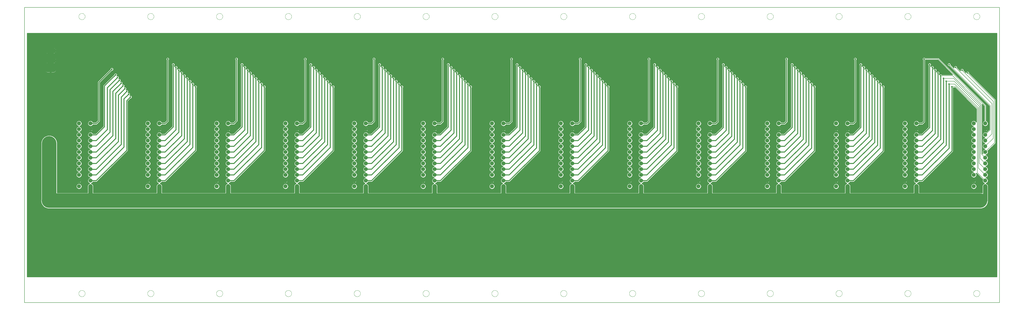
<source format=gtl>
G75*
%MOIN*%
%OFA0B0*%
%FSLAX25Y25*%
%IPPOS*%
%LPD*%
%AMOC8*
5,1,8,0,0,1.08239X$1,22.5*
%
%ADD10C,0.07000*%
%ADD11C,0.00500*%
%ADD12C,0.00000*%
%ADD13C,0.09449*%
%ADD14C,0.25400*%
%ADD15C,0.07600*%
%ADD16C,0.01600*%
%ADD17C,0.02900*%
%ADD18C,0.00800*%
D10*
X0167595Y0294193D03*
X0167595Y0304193D03*
X0187595Y0304193D03*
X0187595Y0294193D03*
X0187595Y0314193D03*
X0167595Y0314193D03*
X0167595Y0324193D03*
X0167595Y0334193D03*
X0187595Y0334193D03*
X0187595Y0324193D03*
X0187595Y0344193D03*
X0167595Y0344193D03*
X0167595Y0354193D03*
X0167595Y0364193D03*
X0187595Y0364193D03*
X0187595Y0354193D03*
X0187595Y0374193D03*
X0187595Y0384193D03*
X0167595Y0384193D03*
X0167595Y0374193D03*
X0167595Y0394193D03*
X0187595Y0394193D03*
X0187595Y0404193D03*
X0167595Y0404193D03*
X0287595Y0404193D03*
X0307595Y0404193D03*
X0307595Y0394193D03*
X0287595Y0394193D03*
X0287595Y0384193D03*
X0287595Y0374193D03*
X0307595Y0374193D03*
X0307595Y0384193D03*
X0307595Y0364193D03*
X0307595Y0354193D03*
X0287595Y0354193D03*
X0287595Y0364193D03*
X0287595Y0344193D03*
X0307595Y0344193D03*
X0307595Y0334193D03*
X0307595Y0324193D03*
X0287595Y0324193D03*
X0287595Y0334193D03*
X0287595Y0314193D03*
X0307595Y0314193D03*
X0307595Y0304193D03*
X0307595Y0294193D03*
X0287595Y0294193D03*
X0287595Y0304193D03*
X0407595Y0304193D03*
X0407595Y0294193D03*
X0427595Y0294193D03*
X0427595Y0304193D03*
X0427595Y0314193D03*
X0407595Y0314193D03*
X0407595Y0324193D03*
X0407595Y0334193D03*
X0427595Y0334193D03*
X0427595Y0324193D03*
X0427595Y0344193D03*
X0407595Y0344193D03*
X0407595Y0354193D03*
X0407595Y0364193D03*
X0427595Y0364193D03*
X0427595Y0354193D03*
X0427595Y0374193D03*
X0427595Y0384193D03*
X0407595Y0384193D03*
X0407595Y0374193D03*
X0407595Y0394193D03*
X0427595Y0394193D03*
X0427595Y0404193D03*
X0407595Y0404193D03*
X0527595Y0404193D03*
X0547595Y0404193D03*
X0547595Y0394193D03*
X0527595Y0394193D03*
X0527595Y0384193D03*
X0527595Y0374193D03*
X0547595Y0374193D03*
X0547595Y0384193D03*
X0547595Y0364193D03*
X0547595Y0354193D03*
X0527595Y0354193D03*
X0527595Y0364193D03*
X0527595Y0344193D03*
X0547595Y0344193D03*
X0547595Y0334193D03*
X0547595Y0324193D03*
X0527595Y0324193D03*
X0527595Y0334193D03*
X0527595Y0314193D03*
X0547595Y0314193D03*
X0547595Y0304193D03*
X0547595Y0294193D03*
X0527595Y0294193D03*
X0527595Y0304193D03*
X0647595Y0304193D03*
X0647595Y0294193D03*
X0667595Y0294193D03*
X0667595Y0304193D03*
X0667595Y0314193D03*
X0647595Y0314193D03*
X0647595Y0324193D03*
X0647595Y0334193D03*
X0667595Y0334193D03*
X0667595Y0324193D03*
X0667595Y0344193D03*
X0647595Y0344193D03*
X0647595Y0354193D03*
X0647595Y0364193D03*
X0667595Y0364193D03*
X0667595Y0354193D03*
X0667595Y0374193D03*
X0667595Y0384193D03*
X0647595Y0384193D03*
X0647595Y0374193D03*
X0647595Y0394193D03*
X0667595Y0394193D03*
X0667595Y0404193D03*
X0647595Y0404193D03*
X0767595Y0404193D03*
X0787595Y0404193D03*
X0787595Y0394193D03*
X0767595Y0394193D03*
X0767595Y0384193D03*
X0767595Y0374193D03*
X0787595Y0374193D03*
X0787595Y0384193D03*
X0787595Y0364193D03*
X0787595Y0354193D03*
X0767595Y0354193D03*
X0767595Y0364193D03*
X0767595Y0344193D03*
X0787595Y0344193D03*
X0787595Y0334193D03*
X0787595Y0324193D03*
X0767595Y0324193D03*
X0767595Y0334193D03*
X0767595Y0314193D03*
X0787595Y0314193D03*
X0787595Y0304193D03*
X0787595Y0294193D03*
X0767595Y0294193D03*
X0767595Y0304193D03*
X0887595Y0304193D03*
X0887595Y0294193D03*
X0907595Y0294193D03*
X0907595Y0304193D03*
X0907595Y0314193D03*
X0887595Y0314193D03*
X0887595Y0324193D03*
X0887595Y0334193D03*
X0907595Y0334193D03*
X0907595Y0324193D03*
X0907595Y0344193D03*
X0887595Y0344193D03*
X0887595Y0354193D03*
X0887595Y0364193D03*
X0907595Y0364193D03*
X0907595Y0354193D03*
X0907595Y0374193D03*
X0907595Y0384193D03*
X0887595Y0384193D03*
X0887595Y0374193D03*
X0887595Y0394193D03*
X0907595Y0394193D03*
X0907595Y0404193D03*
X0887595Y0404193D03*
X1007595Y0404193D03*
X1027595Y0404193D03*
X1027595Y0394193D03*
X1007595Y0394193D03*
X1007595Y0384193D03*
X1007595Y0374193D03*
X1027595Y0374193D03*
X1027595Y0384193D03*
X1027595Y0364193D03*
X1027595Y0354193D03*
X1007595Y0354193D03*
X1007595Y0364193D03*
X1007595Y0344193D03*
X1027595Y0344193D03*
X1027595Y0334193D03*
X1027595Y0324193D03*
X1007595Y0324193D03*
X1007595Y0334193D03*
X1007595Y0314193D03*
X1027595Y0314193D03*
X1027595Y0304193D03*
X1027595Y0294193D03*
X1007595Y0294193D03*
X1007595Y0304193D03*
X1127595Y0304193D03*
X1127595Y0294193D03*
X1147595Y0294193D03*
X1147595Y0304193D03*
X1147595Y0314193D03*
X1127595Y0314193D03*
X1127595Y0324193D03*
X1127595Y0334193D03*
X1147595Y0334193D03*
X1147595Y0324193D03*
X1147595Y0344193D03*
X1127595Y0344193D03*
X1127595Y0354193D03*
X1127595Y0364193D03*
X1147595Y0364193D03*
X1147595Y0354193D03*
X1147595Y0374193D03*
X1147595Y0384193D03*
X1127595Y0384193D03*
X1127595Y0374193D03*
X1127595Y0394193D03*
X1147595Y0394193D03*
X1147595Y0404193D03*
X1127595Y0404193D03*
X1247595Y0404193D03*
X1267595Y0404193D03*
X1267595Y0394193D03*
X1247595Y0394193D03*
X1247595Y0384193D03*
X1247595Y0374193D03*
X1267595Y0374193D03*
X1267595Y0384193D03*
X1267595Y0364193D03*
X1267595Y0354193D03*
X1247595Y0354193D03*
X1247595Y0364193D03*
X1247595Y0344193D03*
X1267595Y0344193D03*
X1267595Y0334193D03*
X1267595Y0324193D03*
X1247595Y0324193D03*
X1247595Y0334193D03*
X1247595Y0314193D03*
X1267595Y0314193D03*
X1267595Y0304193D03*
X1267595Y0294193D03*
X1247595Y0294193D03*
X1247595Y0304193D03*
X1367595Y0304193D03*
X1367595Y0294193D03*
X1387595Y0294193D03*
X1387595Y0304193D03*
X1387595Y0314193D03*
X1367595Y0314193D03*
X1367595Y0324193D03*
X1367595Y0334193D03*
X1387595Y0334193D03*
X1387595Y0324193D03*
X1387595Y0344193D03*
X1367595Y0344193D03*
X1367595Y0354193D03*
X1367595Y0364193D03*
X1387595Y0364193D03*
X1387595Y0354193D03*
X1387595Y0374193D03*
X1387595Y0384193D03*
X1367595Y0384193D03*
X1367595Y0374193D03*
X1367595Y0394193D03*
X1387595Y0394193D03*
X1387595Y0404193D03*
X1367595Y0404193D03*
X1487595Y0404193D03*
X1487595Y0394193D03*
X1487595Y0384193D03*
X1487595Y0374193D03*
X1487595Y0364193D03*
X1487595Y0354193D03*
X1487595Y0344193D03*
X1487595Y0334193D03*
X1487595Y0324193D03*
X1487595Y0314193D03*
X1487595Y0304193D03*
X1487595Y0294193D03*
X1507595Y0294193D03*
X1507595Y0304193D03*
X1507595Y0314193D03*
X1507595Y0324193D03*
X1507595Y0334193D03*
X1507595Y0344193D03*
X1507595Y0354193D03*
X1507595Y0364193D03*
X1507595Y0374193D03*
X1507595Y0384193D03*
X1507595Y0394193D03*
X1507595Y0404193D03*
X1607595Y0404193D03*
X1627595Y0404193D03*
X1627595Y0394193D03*
X1607595Y0394193D03*
X1607595Y0384193D03*
X1607595Y0374193D03*
X1627595Y0374193D03*
X1627595Y0384193D03*
X1627595Y0364193D03*
X1627595Y0354193D03*
X1607595Y0354193D03*
X1607595Y0364193D03*
X1607595Y0344193D03*
X1627595Y0344193D03*
X1627595Y0334193D03*
X1627595Y0324193D03*
X1607595Y0324193D03*
X1607595Y0334193D03*
X1607595Y0314193D03*
X1627595Y0314193D03*
X1627595Y0304193D03*
X1627595Y0294193D03*
X1607595Y0294193D03*
X1607595Y0304193D03*
X1727595Y0304193D03*
X1727595Y0294193D03*
X1747595Y0294193D03*
X1747595Y0304193D03*
X1747595Y0314193D03*
X1727595Y0314193D03*
X1727595Y0324193D03*
X1727595Y0334193D03*
X1747595Y0334193D03*
X1747595Y0324193D03*
X1747595Y0344193D03*
X1727595Y0344193D03*
X1727595Y0354193D03*
X1727595Y0364193D03*
X1747595Y0364193D03*
X1747595Y0354193D03*
X1747595Y0374193D03*
X1747595Y0384193D03*
X1727595Y0384193D03*
X1727595Y0374193D03*
X1727595Y0394193D03*
X1747595Y0394193D03*
X1747595Y0404193D03*
X1727595Y0404193D03*
D11*
X0072595Y0606910D02*
X0072595Y0091162D01*
X1772595Y0091162D01*
X1772595Y0606910D01*
X0072595Y0606910D01*
D12*
X0167083Y0591162D02*
X0167085Y0591310D01*
X0167091Y0591458D01*
X0167101Y0591606D01*
X0167115Y0591753D01*
X0167133Y0591900D01*
X0167154Y0592046D01*
X0167180Y0592192D01*
X0167210Y0592337D01*
X0167243Y0592481D01*
X0167281Y0592624D01*
X0167322Y0592766D01*
X0167367Y0592907D01*
X0167415Y0593047D01*
X0167468Y0593186D01*
X0167524Y0593323D01*
X0167584Y0593458D01*
X0167647Y0593592D01*
X0167714Y0593724D01*
X0167785Y0593854D01*
X0167859Y0593982D01*
X0167936Y0594108D01*
X0168017Y0594232D01*
X0168101Y0594354D01*
X0168188Y0594473D01*
X0168279Y0594590D01*
X0168373Y0594705D01*
X0168469Y0594817D01*
X0168569Y0594927D01*
X0168671Y0595033D01*
X0168777Y0595137D01*
X0168885Y0595238D01*
X0168996Y0595336D01*
X0169109Y0595432D01*
X0169225Y0595524D01*
X0169343Y0595613D01*
X0169464Y0595698D01*
X0169587Y0595781D01*
X0169712Y0595860D01*
X0169839Y0595936D01*
X0169968Y0596008D01*
X0170099Y0596077D01*
X0170232Y0596142D01*
X0170367Y0596203D01*
X0170503Y0596261D01*
X0170640Y0596316D01*
X0170779Y0596366D01*
X0170920Y0596413D01*
X0171061Y0596456D01*
X0171204Y0596496D01*
X0171348Y0596531D01*
X0171492Y0596563D01*
X0171638Y0596590D01*
X0171784Y0596614D01*
X0171931Y0596634D01*
X0172078Y0596650D01*
X0172225Y0596662D01*
X0172373Y0596670D01*
X0172521Y0596674D01*
X0172669Y0596674D01*
X0172817Y0596670D01*
X0172965Y0596662D01*
X0173112Y0596650D01*
X0173259Y0596634D01*
X0173406Y0596614D01*
X0173552Y0596590D01*
X0173698Y0596563D01*
X0173842Y0596531D01*
X0173986Y0596496D01*
X0174129Y0596456D01*
X0174270Y0596413D01*
X0174411Y0596366D01*
X0174550Y0596316D01*
X0174687Y0596261D01*
X0174823Y0596203D01*
X0174958Y0596142D01*
X0175091Y0596077D01*
X0175222Y0596008D01*
X0175351Y0595936D01*
X0175478Y0595860D01*
X0175603Y0595781D01*
X0175726Y0595698D01*
X0175847Y0595613D01*
X0175965Y0595524D01*
X0176081Y0595432D01*
X0176194Y0595336D01*
X0176305Y0595238D01*
X0176413Y0595137D01*
X0176519Y0595033D01*
X0176621Y0594927D01*
X0176721Y0594817D01*
X0176817Y0594705D01*
X0176911Y0594590D01*
X0177002Y0594473D01*
X0177089Y0594354D01*
X0177173Y0594232D01*
X0177254Y0594108D01*
X0177331Y0593982D01*
X0177405Y0593854D01*
X0177476Y0593724D01*
X0177543Y0593592D01*
X0177606Y0593458D01*
X0177666Y0593323D01*
X0177722Y0593186D01*
X0177775Y0593047D01*
X0177823Y0592907D01*
X0177868Y0592766D01*
X0177909Y0592624D01*
X0177947Y0592481D01*
X0177980Y0592337D01*
X0178010Y0592192D01*
X0178036Y0592046D01*
X0178057Y0591900D01*
X0178075Y0591753D01*
X0178089Y0591606D01*
X0178099Y0591458D01*
X0178105Y0591310D01*
X0178107Y0591162D01*
X0178105Y0591014D01*
X0178099Y0590866D01*
X0178089Y0590718D01*
X0178075Y0590571D01*
X0178057Y0590424D01*
X0178036Y0590278D01*
X0178010Y0590132D01*
X0177980Y0589987D01*
X0177947Y0589843D01*
X0177909Y0589700D01*
X0177868Y0589558D01*
X0177823Y0589417D01*
X0177775Y0589277D01*
X0177722Y0589138D01*
X0177666Y0589001D01*
X0177606Y0588866D01*
X0177543Y0588732D01*
X0177476Y0588600D01*
X0177405Y0588470D01*
X0177331Y0588342D01*
X0177254Y0588216D01*
X0177173Y0588092D01*
X0177089Y0587970D01*
X0177002Y0587851D01*
X0176911Y0587734D01*
X0176817Y0587619D01*
X0176721Y0587507D01*
X0176621Y0587397D01*
X0176519Y0587291D01*
X0176413Y0587187D01*
X0176305Y0587086D01*
X0176194Y0586988D01*
X0176081Y0586892D01*
X0175965Y0586800D01*
X0175847Y0586711D01*
X0175726Y0586626D01*
X0175603Y0586543D01*
X0175478Y0586464D01*
X0175351Y0586388D01*
X0175222Y0586316D01*
X0175091Y0586247D01*
X0174958Y0586182D01*
X0174823Y0586121D01*
X0174687Y0586063D01*
X0174550Y0586008D01*
X0174411Y0585958D01*
X0174270Y0585911D01*
X0174129Y0585868D01*
X0173986Y0585828D01*
X0173842Y0585793D01*
X0173698Y0585761D01*
X0173552Y0585734D01*
X0173406Y0585710D01*
X0173259Y0585690D01*
X0173112Y0585674D01*
X0172965Y0585662D01*
X0172817Y0585654D01*
X0172669Y0585650D01*
X0172521Y0585650D01*
X0172373Y0585654D01*
X0172225Y0585662D01*
X0172078Y0585674D01*
X0171931Y0585690D01*
X0171784Y0585710D01*
X0171638Y0585734D01*
X0171492Y0585761D01*
X0171348Y0585793D01*
X0171204Y0585828D01*
X0171061Y0585868D01*
X0170920Y0585911D01*
X0170779Y0585958D01*
X0170640Y0586008D01*
X0170503Y0586063D01*
X0170367Y0586121D01*
X0170232Y0586182D01*
X0170099Y0586247D01*
X0169968Y0586316D01*
X0169839Y0586388D01*
X0169712Y0586464D01*
X0169587Y0586543D01*
X0169464Y0586626D01*
X0169343Y0586711D01*
X0169225Y0586800D01*
X0169109Y0586892D01*
X0168996Y0586988D01*
X0168885Y0587086D01*
X0168777Y0587187D01*
X0168671Y0587291D01*
X0168569Y0587397D01*
X0168469Y0587507D01*
X0168373Y0587619D01*
X0168279Y0587734D01*
X0168188Y0587851D01*
X0168101Y0587970D01*
X0168017Y0588092D01*
X0167936Y0588216D01*
X0167859Y0588342D01*
X0167785Y0588470D01*
X0167714Y0588600D01*
X0167647Y0588732D01*
X0167584Y0588866D01*
X0167524Y0589001D01*
X0167468Y0589138D01*
X0167415Y0589277D01*
X0167367Y0589417D01*
X0167322Y0589558D01*
X0167281Y0589700D01*
X0167243Y0589843D01*
X0167210Y0589987D01*
X0167180Y0590132D01*
X0167154Y0590278D01*
X0167133Y0590424D01*
X0167115Y0590571D01*
X0167101Y0590718D01*
X0167091Y0590866D01*
X0167085Y0591014D01*
X0167083Y0591162D01*
X0287083Y0591162D02*
X0287085Y0591310D01*
X0287091Y0591458D01*
X0287101Y0591606D01*
X0287115Y0591753D01*
X0287133Y0591900D01*
X0287154Y0592046D01*
X0287180Y0592192D01*
X0287210Y0592337D01*
X0287243Y0592481D01*
X0287281Y0592624D01*
X0287322Y0592766D01*
X0287367Y0592907D01*
X0287415Y0593047D01*
X0287468Y0593186D01*
X0287524Y0593323D01*
X0287584Y0593458D01*
X0287647Y0593592D01*
X0287714Y0593724D01*
X0287785Y0593854D01*
X0287859Y0593982D01*
X0287936Y0594108D01*
X0288017Y0594232D01*
X0288101Y0594354D01*
X0288188Y0594473D01*
X0288279Y0594590D01*
X0288373Y0594705D01*
X0288469Y0594817D01*
X0288569Y0594927D01*
X0288671Y0595033D01*
X0288777Y0595137D01*
X0288885Y0595238D01*
X0288996Y0595336D01*
X0289109Y0595432D01*
X0289225Y0595524D01*
X0289343Y0595613D01*
X0289464Y0595698D01*
X0289587Y0595781D01*
X0289712Y0595860D01*
X0289839Y0595936D01*
X0289968Y0596008D01*
X0290099Y0596077D01*
X0290232Y0596142D01*
X0290367Y0596203D01*
X0290503Y0596261D01*
X0290640Y0596316D01*
X0290779Y0596366D01*
X0290920Y0596413D01*
X0291061Y0596456D01*
X0291204Y0596496D01*
X0291348Y0596531D01*
X0291492Y0596563D01*
X0291638Y0596590D01*
X0291784Y0596614D01*
X0291931Y0596634D01*
X0292078Y0596650D01*
X0292225Y0596662D01*
X0292373Y0596670D01*
X0292521Y0596674D01*
X0292669Y0596674D01*
X0292817Y0596670D01*
X0292965Y0596662D01*
X0293112Y0596650D01*
X0293259Y0596634D01*
X0293406Y0596614D01*
X0293552Y0596590D01*
X0293698Y0596563D01*
X0293842Y0596531D01*
X0293986Y0596496D01*
X0294129Y0596456D01*
X0294270Y0596413D01*
X0294411Y0596366D01*
X0294550Y0596316D01*
X0294687Y0596261D01*
X0294823Y0596203D01*
X0294958Y0596142D01*
X0295091Y0596077D01*
X0295222Y0596008D01*
X0295351Y0595936D01*
X0295478Y0595860D01*
X0295603Y0595781D01*
X0295726Y0595698D01*
X0295847Y0595613D01*
X0295965Y0595524D01*
X0296081Y0595432D01*
X0296194Y0595336D01*
X0296305Y0595238D01*
X0296413Y0595137D01*
X0296519Y0595033D01*
X0296621Y0594927D01*
X0296721Y0594817D01*
X0296817Y0594705D01*
X0296911Y0594590D01*
X0297002Y0594473D01*
X0297089Y0594354D01*
X0297173Y0594232D01*
X0297254Y0594108D01*
X0297331Y0593982D01*
X0297405Y0593854D01*
X0297476Y0593724D01*
X0297543Y0593592D01*
X0297606Y0593458D01*
X0297666Y0593323D01*
X0297722Y0593186D01*
X0297775Y0593047D01*
X0297823Y0592907D01*
X0297868Y0592766D01*
X0297909Y0592624D01*
X0297947Y0592481D01*
X0297980Y0592337D01*
X0298010Y0592192D01*
X0298036Y0592046D01*
X0298057Y0591900D01*
X0298075Y0591753D01*
X0298089Y0591606D01*
X0298099Y0591458D01*
X0298105Y0591310D01*
X0298107Y0591162D01*
X0298105Y0591014D01*
X0298099Y0590866D01*
X0298089Y0590718D01*
X0298075Y0590571D01*
X0298057Y0590424D01*
X0298036Y0590278D01*
X0298010Y0590132D01*
X0297980Y0589987D01*
X0297947Y0589843D01*
X0297909Y0589700D01*
X0297868Y0589558D01*
X0297823Y0589417D01*
X0297775Y0589277D01*
X0297722Y0589138D01*
X0297666Y0589001D01*
X0297606Y0588866D01*
X0297543Y0588732D01*
X0297476Y0588600D01*
X0297405Y0588470D01*
X0297331Y0588342D01*
X0297254Y0588216D01*
X0297173Y0588092D01*
X0297089Y0587970D01*
X0297002Y0587851D01*
X0296911Y0587734D01*
X0296817Y0587619D01*
X0296721Y0587507D01*
X0296621Y0587397D01*
X0296519Y0587291D01*
X0296413Y0587187D01*
X0296305Y0587086D01*
X0296194Y0586988D01*
X0296081Y0586892D01*
X0295965Y0586800D01*
X0295847Y0586711D01*
X0295726Y0586626D01*
X0295603Y0586543D01*
X0295478Y0586464D01*
X0295351Y0586388D01*
X0295222Y0586316D01*
X0295091Y0586247D01*
X0294958Y0586182D01*
X0294823Y0586121D01*
X0294687Y0586063D01*
X0294550Y0586008D01*
X0294411Y0585958D01*
X0294270Y0585911D01*
X0294129Y0585868D01*
X0293986Y0585828D01*
X0293842Y0585793D01*
X0293698Y0585761D01*
X0293552Y0585734D01*
X0293406Y0585710D01*
X0293259Y0585690D01*
X0293112Y0585674D01*
X0292965Y0585662D01*
X0292817Y0585654D01*
X0292669Y0585650D01*
X0292521Y0585650D01*
X0292373Y0585654D01*
X0292225Y0585662D01*
X0292078Y0585674D01*
X0291931Y0585690D01*
X0291784Y0585710D01*
X0291638Y0585734D01*
X0291492Y0585761D01*
X0291348Y0585793D01*
X0291204Y0585828D01*
X0291061Y0585868D01*
X0290920Y0585911D01*
X0290779Y0585958D01*
X0290640Y0586008D01*
X0290503Y0586063D01*
X0290367Y0586121D01*
X0290232Y0586182D01*
X0290099Y0586247D01*
X0289968Y0586316D01*
X0289839Y0586388D01*
X0289712Y0586464D01*
X0289587Y0586543D01*
X0289464Y0586626D01*
X0289343Y0586711D01*
X0289225Y0586800D01*
X0289109Y0586892D01*
X0288996Y0586988D01*
X0288885Y0587086D01*
X0288777Y0587187D01*
X0288671Y0587291D01*
X0288569Y0587397D01*
X0288469Y0587507D01*
X0288373Y0587619D01*
X0288279Y0587734D01*
X0288188Y0587851D01*
X0288101Y0587970D01*
X0288017Y0588092D01*
X0287936Y0588216D01*
X0287859Y0588342D01*
X0287785Y0588470D01*
X0287714Y0588600D01*
X0287647Y0588732D01*
X0287584Y0588866D01*
X0287524Y0589001D01*
X0287468Y0589138D01*
X0287415Y0589277D01*
X0287367Y0589417D01*
X0287322Y0589558D01*
X0287281Y0589700D01*
X0287243Y0589843D01*
X0287210Y0589987D01*
X0287180Y0590132D01*
X0287154Y0590278D01*
X0287133Y0590424D01*
X0287115Y0590571D01*
X0287101Y0590718D01*
X0287091Y0590866D01*
X0287085Y0591014D01*
X0287083Y0591162D01*
X0407083Y0591162D02*
X0407085Y0591310D01*
X0407091Y0591458D01*
X0407101Y0591606D01*
X0407115Y0591753D01*
X0407133Y0591900D01*
X0407154Y0592046D01*
X0407180Y0592192D01*
X0407210Y0592337D01*
X0407243Y0592481D01*
X0407281Y0592624D01*
X0407322Y0592766D01*
X0407367Y0592907D01*
X0407415Y0593047D01*
X0407468Y0593186D01*
X0407524Y0593323D01*
X0407584Y0593458D01*
X0407647Y0593592D01*
X0407714Y0593724D01*
X0407785Y0593854D01*
X0407859Y0593982D01*
X0407936Y0594108D01*
X0408017Y0594232D01*
X0408101Y0594354D01*
X0408188Y0594473D01*
X0408279Y0594590D01*
X0408373Y0594705D01*
X0408469Y0594817D01*
X0408569Y0594927D01*
X0408671Y0595033D01*
X0408777Y0595137D01*
X0408885Y0595238D01*
X0408996Y0595336D01*
X0409109Y0595432D01*
X0409225Y0595524D01*
X0409343Y0595613D01*
X0409464Y0595698D01*
X0409587Y0595781D01*
X0409712Y0595860D01*
X0409839Y0595936D01*
X0409968Y0596008D01*
X0410099Y0596077D01*
X0410232Y0596142D01*
X0410367Y0596203D01*
X0410503Y0596261D01*
X0410640Y0596316D01*
X0410779Y0596366D01*
X0410920Y0596413D01*
X0411061Y0596456D01*
X0411204Y0596496D01*
X0411348Y0596531D01*
X0411492Y0596563D01*
X0411638Y0596590D01*
X0411784Y0596614D01*
X0411931Y0596634D01*
X0412078Y0596650D01*
X0412225Y0596662D01*
X0412373Y0596670D01*
X0412521Y0596674D01*
X0412669Y0596674D01*
X0412817Y0596670D01*
X0412965Y0596662D01*
X0413112Y0596650D01*
X0413259Y0596634D01*
X0413406Y0596614D01*
X0413552Y0596590D01*
X0413698Y0596563D01*
X0413842Y0596531D01*
X0413986Y0596496D01*
X0414129Y0596456D01*
X0414270Y0596413D01*
X0414411Y0596366D01*
X0414550Y0596316D01*
X0414687Y0596261D01*
X0414823Y0596203D01*
X0414958Y0596142D01*
X0415091Y0596077D01*
X0415222Y0596008D01*
X0415351Y0595936D01*
X0415478Y0595860D01*
X0415603Y0595781D01*
X0415726Y0595698D01*
X0415847Y0595613D01*
X0415965Y0595524D01*
X0416081Y0595432D01*
X0416194Y0595336D01*
X0416305Y0595238D01*
X0416413Y0595137D01*
X0416519Y0595033D01*
X0416621Y0594927D01*
X0416721Y0594817D01*
X0416817Y0594705D01*
X0416911Y0594590D01*
X0417002Y0594473D01*
X0417089Y0594354D01*
X0417173Y0594232D01*
X0417254Y0594108D01*
X0417331Y0593982D01*
X0417405Y0593854D01*
X0417476Y0593724D01*
X0417543Y0593592D01*
X0417606Y0593458D01*
X0417666Y0593323D01*
X0417722Y0593186D01*
X0417775Y0593047D01*
X0417823Y0592907D01*
X0417868Y0592766D01*
X0417909Y0592624D01*
X0417947Y0592481D01*
X0417980Y0592337D01*
X0418010Y0592192D01*
X0418036Y0592046D01*
X0418057Y0591900D01*
X0418075Y0591753D01*
X0418089Y0591606D01*
X0418099Y0591458D01*
X0418105Y0591310D01*
X0418107Y0591162D01*
X0418105Y0591014D01*
X0418099Y0590866D01*
X0418089Y0590718D01*
X0418075Y0590571D01*
X0418057Y0590424D01*
X0418036Y0590278D01*
X0418010Y0590132D01*
X0417980Y0589987D01*
X0417947Y0589843D01*
X0417909Y0589700D01*
X0417868Y0589558D01*
X0417823Y0589417D01*
X0417775Y0589277D01*
X0417722Y0589138D01*
X0417666Y0589001D01*
X0417606Y0588866D01*
X0417543Y0588732D01*
X0417476Y0588600D01*
X0417405Y0588470D01*
X0417331Y0588342D01*
X0417254Y0588216D01*
X0417173Y0588092D01*
X0417089Y0587970D01*
X0417002Y0587851D01*
X0416911Y0587734D01*
X0416817Y0587619D01*
X0416721Y0587507D01*
X0416621Y0587397D01*
X0416519Y0587291D01*
X0416413Y0587187D01*
X0416305Y0587086D01*
X0416194Y0586988D01*
X0416081Y0586892D01*
X0415965Y0586800D01*
X0415847Y0586711D01*
X0415726Y0586626D01*
X0415603Y0586543D01*
X0415478Y0586464D01*
X0415351Y0586388D01*
X0415222Y0586316D01*
X0415091Y0586247D01*
X0414958Y0586182D01*
X0414823Y0586121D01*
X0414687Y0586063D01*
X0414550Y0586008D01*
X0414411Y0585958D01*
X0414270Y0585911D01*
X0414129Y0585868D01*
X0413986Y0585828D01*
X0413842Y0585793D01*
X0413698Y0585761D01*
X0413552Y0585734D01*
X0413406Y0585710D01*
X0413259Y0585690D01*
X0413112Y0585674D01*
X0412965Y0585662D01*
X0412817Y0585654D01*
X0412669Y0585650D01*
X0412521Y0585650D01*
X0412373Y0585654D01*
X0412225Y0585662D01*
X0412078Y0585674D01*
X0411931Y0585690D01*
X0411784Y0585710D01*
X0411638Y0585734D01*
X0411492Y0585761D01*
X0411348Y0585793D01*
X0411204Y0585828D01*
X0411061Y0585868D01*
X0410920Y0585911D01*
X0410779Y0585958D01*
X0410640Y0586008D01*
X0410503Y0586063D01*
X0410367Y0586121D01*
X0410232Y0586182D01*
X0410099Y0586247D01*
X0409968Y0586316D01*
X0409839Y0586388D01*
X0409712Y0586464D01*
X0409587Y0586543D01*
X0409464Y0586626D01*
X0409343Y0586711D01*
X0409225Y0586800D01*
X0409109Y0586892D01*
X0408996Y0586988D01*
X0408885Y0587086D01*
X0408777Y0587187D01*
X0408671Y0587291D01*
X0408569Y0587397D01*
X0408469Y0587507D01*
X0408373Y0587619D01*
X0408279Y0587734D01*
X0408188Y0587851D01*
X0408101Y0587970D01*
X0408017Y0588092D01*
X0407936Y0588216D01*
X0407859Y0588342D01*
X0407785Y0588470D01*
X0407714Y0588600D01*
X0407647Y0588732D01*
X0407584Y0588866D01*
X0407524Y0589001D01*
X0407468Y0589138D01*
X0407415Y0589277D01*
X0407367Y0589417D01*
X0407322Y0589558D01*
X0407281Y0589700D01*
X0407243Y0589843D01*
X0407210Y0589987D01*
X0407180Y0590132D01*
X0407154Y0590278D01*
X0407133Y0590424D01*
X0407115Y0590571D01*
X0407101Y0590718D01*
X0407091Y0590866D01*
X0407085Y0591014D01*
X0407083Y0591162D01*
X0527083Y0591162D02*
X0527085Y0591310D01*
X0527091Y0591458D01*
X0527101Y0591606D01*
X0527115Y0591753D01*
X0527133Y0591900D01*
X0527154Y0592046D01*
X0527180Y0592192D01*
X0527210Y0592337D01*
X0527243Y0592481D01*
X0527281Y0592624D01*
X0527322Y0592766D01*
X0527367Y0592907D01*
X0527415Y0593047D01*
X0527468Y0593186D01*
X0527524Y0593323D01*
X0527584Y0593458D01*
X0527647Y0593592D01*
X0527714Y0593724D01*
X0527785Y0593854D01*
X0527859Y0593982D01*
X0527936Y0594108D01*
X0528017Y0594232D01*
X0528101Y0594354D01*
X0528188Y0594473D01*
X0528279Y0594590D01*
X0528373Y0594705D01*
X0528469Y0594817D01*
X0528569Y0594927D01*
X0528671Y0595033D01*
X0528777Y0595137D01*
X0528885Y0595238D01*
X0528996Y0595336D01*
X0529109Y0595432D01*
X0529225Y0595524D01*
X0529343Y0595613D01*
X0529464Y0595698D01*
X0529587Y0595781D01*
X0529712Y0595860D01*
X0529839Y0595936D01*
X0529968Y0596008D01*
X0530099Y0596077D01*
X0530232Y0596142D01*
X0530367Y0596203D01*
X0530503Y0596261D01*
X0530640Y0596316D01*
X0530779Y0596366D01*
X0530920Y0596413D01*
X0531061Y0596456D01*
X0531204Y0596496D01*
X0531348Y0596531D01*
X0531492Y0596563D01*
X0531638Y0596590D01*
X0531784Y0596614D01*
X0531931Y0596634D01*
X0532078Y0596650D01*
X0532225Y0596662D01*
X0532373Y0596670D01*
X0532521Y0596674D01*
X0532669Y0596674D01*
X0532817Y0596670D01*
X0532965Y0596662D01*
X0533112Y0596650D01*
X0533259Y0596634D01*
X0533406Y0596614D01*
X0533552Y0596590D01*
X0533698Y0596563D01*
X0533842Y0596531D01*
X0533986Y0596496D01*
X0534129Y0596456D01*
X0534270Y0596413D01*
X0534411Y0596366D01*
X0534550Y0596316D01*
X0534687Y0596261D01*
X0534823Y0596203D01*
X0534958Y0596142D01*
X0535091Y0596077D01*
X0535222Y0596008D01*
X0535351Y0595936D01*
X0535478Y0595860D01*
X0535603Y0595781D01*
X0535726Y0595698D01*
X0535847Y0595613D01*
X0535965Y0595524D01*
X0536081Y0595432D01*
X0536194Y0595336D01*
X0536305Y0595238D01*
X0536413Y0595137D01*
X0536519Y0595033D01*
X0536621Y0594927D01*
X0536721Y0594817D01*
X0536817Y0594705D01*
X0536911Y0594590D01*
X0537002Y0594473D01*
X0537089Y0594354D01*
X0537173Y0594232D01*
X0537254Y0594108D01*
X0537331Y0593982D01*
X0537405Y0593854D01*
X0537476Y0593724D01*
X0537543Y0593592D01*
X0537606Y0593458D01*
X0537666Y0593323D01*
X0537722Y0593186D01*
X0537775Y0593047D01*
X0537823Y0592907D01*
X0537868Y0592766D01*
X0537909Y0592624D01*
X0537947Y0592481D01*
X0537980Y0592337D01*
X0538010Y0592192D01*
X0538036Y0592046D01*
X0538057Y0591900D01*
X0538075Y0591753D01*
X0538089Y0591606D01*
X0538099Y0591458D01*
X0538105Y0591310D01*
X0538107Y0591162D01*
X0538105Y0591014D01*
X0538099Y0590866D01*
X0538089Y0590718D01*
X0538075Y0590571D01*
X0538057Y0590424D01*
X0538036Y0590278D01*
X0538010Y0590132D01*
X0537980Y0589987D01*
X0537947Y0589843D01*
X0537909Y0589700D01*
X0537868Y0589558D01*
X0537823Y0589417D01*
X0537775Y0589277D01*
X0537722Y0589138D01*
X0537666Y0589001D01*
X0537606Y0588866D01*
X0537543Y0588732D01*
X0537476Y0588600D01*
X0537405Y0588470D01*
X0537331Y0588342D01*
X0537254Y0588216D01*
X0537173Y0588092D01*
X0537089Y0587970D01*
X0537002Y0587851D01*
X0536911Y0587734D01*
X0536817Y0587619D01*
X0536721Y0587507D01*
X0536621Y0587397D01*
X0536519Y0587291D01*
X0536413Y0587187D01*
X0536305Y0587086D01*
X0536194Y0586988D01*
X0536081Y0586892D01*
X0535965Y0586800D01*
X0535847Y0586711D01*
X0535726Y0586626D01*
X0535603Y0586543D01*
X0535478Y0586464D01*
X0535351Y0586388D01*
X0535222Y0586316D01*
X0535091Y0586247D01*
X0534958Y0586182D01*
X0534823Y0586121D01*
X0534687Y0586063D01*
X0534550Y0586008D01*
X0534411Y0585958D01*
X0534270Y0585911D01*
X0534129Y0585868D01*
X0533986Y0585828D01*
X0533842Y0585793D01*
X0533698Y0585761D01*
X0533552Y0585734D01*
X0533406Y0585710D01*
X0533259Y0585690D01*
X0533112Y0585674D01*
X0532965Y0585662D01*
X0532817Y0585654D01*
X0532669Y0585650D01*
X0532521Y0585650D01*
X0532373Y0585654D01*
X0532225Y0585662D01*
X0532078Y0585674D01*
X0531931Y0585690D01*
X0531784Y0585710D01*
X0531638Y0585734D01*
X0531492Y0585761D01*
X0531348Y0585793D01*
X0531204Y0585828D01*
X0531061Y0585868D01*
X0530920Y0585911D01*
X0530779Y0585958D01*
X0530640Y0586008D01*
X0530503Y0586063D01*
X0530367Y0586121D01*
X0530232Y0586182D01*
X0530099Y0586247D01*
X0529968Y0586316D01*
X0529839Y0586388D01*
X0529712Y0586464D01*
X0529587Y0586543D01*
X0529464Y0586626D01*
X0529343Y0586711D01*
X0529225Y0586800D01*
X0529109Y0586892D01*
X0528996Y0586988D01*
X0528885Y0587086D01*
X0528777Y0587187D01*
X0528671Y0587291D01*
X0528569Y0587397D01*
X0528469Y0587507D01*
X0528373Y0587619D01*
X0528279Y0587734D01*
X0528188Y0587851D01*
X0528101Y0587970D01*
X0528017Y0588092D01*
X0527936Y0588216D01*
X0527859Y0588342D01*
X0527785Y0588470D01*
X0527714Y0588600D01*
X0527647Y0588732D01*
X0527584Y0588866D01*
X0527524Y0589001D01*
X0527468Y0589138D01*
X0527415Y0589277D01*
X0527367Y0589417D01*
X0527322Y0589558D01*
X0527281Y0589700D01*
X0527243Y0589843D01*
X0527210Y0589987D01*
X0527180Y0590132D01*
X0527154Y0590278D01*
X0527133Y0590424D01*
X0527115Y0590571D01*
X0527101Y0590718D01*
X0527091Y0590866D01*
X0527085Y0591014D01*
X0527083Y0591162D01*
X0647083Y0591162D02*
X0647085Y0591310D01*
X0647091Y0591458D01*
X0647101Y0591606D01*
X0647115Y0591753D01*
X0647133Y0591900D01*
X0647154Y0592046D01*
X0647180Y0592192D01*
X0647210Y0592337D01*
X0647243Y0592481D01*
X0647281Y0592624D01*
X0647322Y0592766D01*
X0647367Y0592907D01*
X0647415Y0593047D01*
X0647468Y0593186D01*
X0647524Y0593323D01*
X0647584Y0593458D01*
X0647647Y0593592D01*
X0647714Y0593724D01*
X0647785Y0593854D01*
X0647859Y0593982D01*
X0647936Y0594108D01*
X0648017Y0594232D01*
X0648101Y0594354D01*
X0648188Y0594473D01*
X0648279Y0594590D01*
X0648373Y0594705D01*
X0648469Y0594817D01*
X0648569Y0594927D01*
X0648671Y0595033D01*
X0648777Y0595137D01*
X0648885Y0595238D01*
X0648996Y0595336D01*
X0649109Y0595432D01*
X0649225Y0595524D01*
X0649343Y0595613D01*
X0649464Y0595698D01*
X0649587Y0595781D01*
X0649712Y0595860D01*
X0649839Y0595936D01*
X0649968Y0596008D01*
X0650099Y0596077D01*
X0650232Y0596142D01*
X0650367Y0596203D01*
X0650503Y0596261D01*
X0650640Y0596316D01*
X0650779Y0596366D01*
X0650920Y0596413D01*
X0651061Y0596456D01*
X0651204Y0596496D01*
X0651348Y0596531D01*
X0651492Y0596563D01*
X0651638Y0596590D01*
X0651784Y0596614D01*
X0651931Y0596634D01*
X0652078Y0596650D01*
X0652225Y0596662D01*
X0652373Y0596670D01*
X0652521Y0596674D01*
X0652669Y0596674D01*
X0652817Y0596670D01*
X0652965Y0596662D01*
X0653112Y0596650D01*
X0653259Y0596634D01*
X0653406Y0596614D01*
X0653552Y0596590D01*
X0653698Y0596563D01*
X0653842Y0596531D01*
X0653986Y0596496D01*
X0654129Y0596456D01*
X0654270Y0596413D01*
X0654411Y0596366D01*
X0654550Y0596316D01*
X0654687Y0596261D01*
X0654823Y0596203D01*
X0654958Y0596142D01*
X0655091Y0596077D01*
X0655222Y0596008D01*
X0655351Y0595936D01*
X0655478Y0595860D01*
X0655603Y0595781D01*
X0655726Y0595698D01*
X0655847Y0595613D01*
X0655965Y0595524D01*
X0656081Y0595432D01*
X0656194Y0595336D01*
X0656305Y0595238D01*
X0656413Y0595137D01*
X0656519Y0595033D01*
X0656621Y0594927D01*
X0656721Y0594817D01*
X0656817Y0594705D01*
X0656911Y0594590D01*
X0657002Y0594473D01*
X0657089Y0594354D01*
X0657173Y0594232D01*
X0657254Y0594108D01*
X0657331Y0593982D01*
X0657405Y0593854D01*
X0657476Y0593724D01*
X0657543Y0593592D01*
X0657606Y0593458D01*
X0657666Y0593323D01*
X0657722Y0593186D01*
X0657775Y0593047D01*
X0657823Y0592907D01*
X0657868Y0592766D01*
X0657909Y0592624D01*
X0657947Y0592481D01*
X0657980Y0592337D01*
X0658010Y0592192D01*
X0658036Y0592046D01*
X0658057Y0591900D01*
X0658075Y0591753D01*
X0658089Y0591606D01*
X0658099Y0591458D01*
X0658105Y0591310D01*
X0658107Y0591162D01*
X0658105Y0591014D01*
X0658099Y0590866D01*
X0658089Y0590718D01*
X0658075Y0590571D01*
X0658057Y0590424D01*
X0658036Y0590278D01*
X0658010Y0590132D01*
X0657980Y0589987D01*
X0657947Y0589843D01*
X0657909Y0589700D01*
X0657868Y0589558D01*
X0657823Y0589417D01*
X0657775Y0589277D01*
X0657722Y0589138D01*
X0657666Y0589001D01*
X0657606Y0588866D01*
X0657543Y0588732D01*
X0657476Y0588600D01*
X0657405Y0588470D01*
X0657331Y0588342D01*
X0657254Y0588216D01*
X0657173Y0588092D01*
X0657089Y0587970D01*
X0657002Y0587851D01*
X0656911Y0587734D01*
X0656817Y0587619D01*
X0656721Y0587507D01*
X0656621Y0587397D01*
X0656519Y0587291D01*
X0656413Y0587187D01*
X0656305Y0587086D01*
X0656194Y0586988D01*
X0656081Y0586892D01*
X0655965Y0586800D01*
X0655847Y0586711D01*
X0655726Y0586626D01*
X0655603Y0586543D01*
X0655478Y0586464D01*
X0655351Y0586388D01*
X0655222Y0586316D01*
X0655091Y0586247D01*
X0654958Y0586182D01*
X0654823Y0586121D01*
X0654687Y0586063D01*
X0654550Y0586008D01*
X0654411Y0585958D01*
X0654270Y0585911D01*
X0654129Y0585868D01*
X0653986Y0585828D01*
X0653842Y0585793D01*
X0653698Y0585761D01*
X0653552Y0585734D01*
X0653406Y0585710D01*
X0653259Y0585690D01*
X0653112Y0585674D01*
X0652965Y0585662D01*
X0652817Y0585654D01*
X0652669Y0585650D01*
X0652521Y0585650D01*
X0652373Y0585654D01*
X0652225Y0585662D01*
X0652078Y0585674D01*
X0651931Y0585690D01*
X0651784Y0585710D01*
X0651638Y0585734D01*
X0651492Y0585761D01*
X0651348Y0585793D01*
X0651204Y0585828D01*
X0651061Y0585868D01*
X0650920Y0585911D01*
X0650779Y0585958D01*
X0650640Y0586008D01*
X0650503Y0586063D01*
X0650367Y0586121D01*
X0650232Y0586182D01*
X0650099Y0586247D01*
X0649968Y0586316D01*
X0649839Y0586388D01*
X0649712Y0586464D01*
X0649587Y0586543D01*
X0649464Y0586626D01*
X0649343Y0586711D01*
X0649225Y0586800D01*
X0649109Y0586892D01*
X0648996Y0586988D01*
X0648885Y0587086D01*
X0648777Y0587187D01*
X0648671Y0587291D01*
X0648569Y0587397D01*
X0648469Y0587507D01*
X0648373Y0587619D01*
X0648279Y0587734D01*
X0648188Y0587851D01*
X0648101Y0587970D01*
X0648017Y0588092D01*
X0647936Y0588216D01*
X0647859Y0588342D01*
X0647785Y0588470D01*
X0647714Y0588600D01*
X0647647Y0588732D01*
X0647584Y0588866D01*
X0647524Y0589001D01*
X0647468Y0589138D01*
X0647415Y0589277D01*
X0647367Y0589417D01*
X0647322Y0589558D01*
X0647281Y0589700D01*
X0647243Y0589843D01*
X0647210Y0589987D01*
X0647180Y0590132D01*
X0647154Y0590278D01*
X0647133Y0590424D01*
X0647115Y0590571D01*
X0647101Y0590718D01*
X0647091Y0590866D01*
X0647085Y0591014D01*
X0647083Y0591162D01*
X0767083Y0591162D02*
X0767085Y0591310D01*
X0767091Y0591458D01*
X0767101Y0591606D01*
X0767115Y0591753D01*
X0767133Y0591900D01*
X0767154Y0592046D01*
X0767180Y0592192D01*
X0767210Y0592337D01*
X0767243Y0592481D01*
X0767281Y0592624D01*
X0767322Y0592766D01*
X0767367Y0592907D01*
X0767415Y0593047D01*
X0767468Y0593186D01*
X0767524Y0593323D01*
X0767584Y0593458D01*
X0767647Y0593592D01*
X0767714Y0593724D01*
X0767785Y0593854D01*
X0767859Y0593982D01*
X0767936Y0594108D01*
X0768017Y0594232D01*
X0768101Y0594354D01*
X0768188Y0594473D01*
X0768279Y0594590D01*
X0768373Y0594705D01*
X0768469Y0594817D01*
X0768569Y0594927D01*
X0768671Y0595033D01*
X0768777Y0595137D01*
X0768885Y0595238D01*
X0768996Y0595336D01*
X0769109Y0595432D01*
X0769225Y0595524D01*
X0769343Y0595613D01*
X0769464Y0595698D01*
X0769587Y0595781D01*
X0769712Y0595860D01*
X0769839Y0595936D01*
X0769968Y0596008D01*
X0770099Y0596077D01*
X0770232Y0596142D01*
X0770367Y0596203D01*
X0770503Y0596261D01*
X0770640Y0596316D01*
X0770779Y0596366D01*
X0770920Y0596413D01*
X0771061Y0596456D01*
X0771204Y0596496D01*
X0771348Y0596531D01*
X0771492Y0596563D01*
X0771638Y0596590D01*
X0771784Y0596614D01*
X0771931Y0596634D01*
X0772078Y0596650D01*
X0772225Y0596662D01*
X0772373Y0596670D01*
X0772521Y0596674D01*
X0772669Y0596674D01*
X0772817Y0596670D01*
X0772965Y0596662D01*
X0773112Y0596650D01*
X0773259Y0596634D01*
X0773406Y0596614D01*
X0773552Y0596590D01*
X0773698Y0596563D01*
X0773842Y0596531D01*
X0773986Y0596496D01*
X0774129Y0596456D01*
X0774270Y0596413D01*
X0774411Y0596366D01*
X0774550Y0596316D01*
X0774687Y0596261D01*
X0774823Y0596203D01*
X0774958Y0596142D01*
X0775091Y0596077D01*
X0775222Y0596008D01*
X0775351Y0595936D01*
X0775478Y0595860D01*
X0775603Y0595781D01*
X0775726Y0595698D01*
X0775847Y0595613D01*
X0775965Y0595524D01*
X0776081Y0595432D01*
X0776194Y0595336D01*
X0776305Y0595238D01*
X0776413Y0595137D01*
X0776519Y0595033D01*
X0776621Y0594927D01*
X0776721Y0594817D01*
X0776817Y0594705D01*
X0776911Y0594590D01*
X0777002Y0594473D01*
X0777089Y0594354D01*
X0777173Y0594232D01*
X0777254Y0594108D01*
X0777331Y0593982D01*
X0777405Y0593854D01*
X0777476Y0593724D01*
X0777543Y0593592D01*
X0777606Y0593458D01*
X0777666Y0593323D01*
X0777722Y0593186D01*
X0777775Y0593047D01*
X0777823Y0592907D01*
X0777868Y0592766D01*
X0777909Y0592624D01*
X0777947Y0592481D01*
X0777980Y0592337D01*
X0778010Y0592192D01*
X0778036Y0592046D01*
X0778057Y0591900D01*
X0778075Y0591753D01*
X0778089Y0591606D01*
X0778099Y0591458D01*
X0778105Y0591310D01*
X0778107Y0591162D01*
X0778105Y0591014D01*
X0778099Y0590866D01*
X0778089Y0590718D01*
X0778075Y0590571D01*
X0778057Y0590424D01*
X0778036Y0590278D01*
X0778010Y0590132D01*
X0777980Y0589987D01*
X0777947Y0589843D01*
X0777909Y0589700D01*
X0777868Y0589558D01*
X0777823Y0589417D01*
X0777775Y0589277D01*
X0777722Y0589138D01*
X0777666Y0589001D01*
X0777606Y0588866D01*
X0777543Y0588732D01*
X0777476Y0588600D01*
X0777405Y0588470D01*
X0777331Y0588342D01*
X0777254Y0588216D01*
X0777173Y0588092D01*
X0777089Y0587970D01*
X0777002Y0587851D01*
X0776911Y0587734D01*
X0776817Y0587619D01*
X0776721Y0587507D01*
X0776621Y0587397D01*
X0776519Y0587291D01*
X0776413Y0587187D01*
X0776305Y0587086D01*
X0776194Y0586988D01*
X0776081Y0586892D01*
X0775965Y0586800D01*
X0775847Y0586711D01*
X0775726Y0586626D01*
X0775603Y0586543D01*
X0775478Y0586464D01*
X0775351Y0586388D01*
X0775222Y0586316D01*
X0775091Y0586247D01*
X0774958Y0586182D01*
X0774823Y0586121D01*
X0774687Y0586063D01*
X0774550Y0586008D01*
X0774411Y0585958D01*
X0774270Y0585911D01*
X0774129Y0585868D01*
X0773986Y0585828D01*
X0773842Y0585793D01*
X0773698Y0585761D01*
X0773552Y0585734D01*
X0773406Y0585710D01*
X0773259Y0585690D01*
X0773112Y0585674D01*
X0772965Y0585662D01*
X0772817Y0585654D01*
X0772669Y0585650D01*
X0772521Y0585650D01*
X0772373Y0585654D01*
X0772225Y0585662D01*
X0772078Y0585674D01*
X0771931Y0585690D01*
X0771784Y0585710D01*
X0771638Y0585734D01*
X0771492Y0585761D01*
X0771348Y0585793D01*
X0771204Y0585828D01*
X0771061Y0585868D01*
X0770920Y0585911D01*
X0770779Y0585958D01*
X0770640Y0586008D01*
X0770503Y0586063D01*
X0770367Y0586121D01*
X0770232Y0586182D01*
X0770099Y0586247D01*
X0769968Y0586316D01*
X0769839Y0586388D01*
X0769712Y0586464D01*
X0769587Y0586543D01*
X0769464Y0586626D01*
X0769343Y0586711D01*
X0769225Y0586800D01*
X0769109Y0586892D01*
X0768996Y0586988D01*
X0768885Y0587086D01*
X0768777Y0587187D01*
X0768671Y0587291D01*
X0768569Y0587397D01*
X0768469Y0587507D01*
X0768373Y0587619D01*
X0768279Y0587734D01*
X0768188Y0587851D01*
X0768101Y0587970D01*
X0768017Y0588092D01*
X0767936Y0588216D01*
X0767859Y0588342D01*
X0767785Y0588470D01*
X0767714Y0588600D01*
X0767647Y0588732D01*
X0767584Y0588866D01*
X0767524Y0589001D01*
X0767468Y0589138D01*
X0767415Y0589277D01*
X0767367Y0589417D01*
X0767322Y0589558D01*
X0767281Y0589700D01*
X0767243Y0589843D01*
X0767210Y0589987D01*
X0767180Y0590132D01*
X0767154Y0590278D01*
X0767133Y0590424D01*
X0767115Y0590571D01*
X0767101Y0590718D01*
X0767091Y0590866D01*
X0767085Y0591014D01*
X0767083Y0591162D01*
X0887083Y0591162D02*
X0887085Y0591310D01*
X0887091Y0591458D01*
X0887101Y0591606D01*
X0887115Y0591753D01*
X0887133Y0591900D01*
X0887154Y0592046D01*
X0887180Y0592192D01*
X0887210Y0592337D01*
X0887243Y0592481D01*
X0887281Y0592624D01*
X0887322Y0592766D01*
X0887367Y0592907D01*
X0887415Y0593047D01*
X0887468Y0593186D01*
X0887524Y0593323D01*
X0887584Y0593458D01*
X0887647Y0593592D01*
X0887714Y0593724D01*
X0887785Y0593854D01*
X0887859Y0593982D01*
X0887936Y0594108D01*
X0888017Y0594232D01*
X0888101Y0594354D01*
X0888188Y0594473D01*
X0888279Y0594590D01*
X0888373Y0594705D01*
X0888469Y0594817D01*
X0888569Y0594927D01*
X0888671Y0595033D01*
X0888777Y0595137D01*
X0888885Y0595238D01*
X0888996Y0595336D01*
X0889109Y0595432D01*
X0889225Y0595524D01*
X0889343Y0595613D01*
X0889464Y0595698D01*
X0889587Y0595781D01*
X0889712Y0595860D01*
X0889839Y0595936D01*
X0889968Y0596008D01*
X0890099Y0596077D01*
X0890232Y0596142D01*
X0890367Y0596203D01*
X0890503Y0596261D01*
X0890640Y0596316D01*
X0890779Y0596366D01*
X0890920Y0596413D01*
X0891061Y0596456D01*
X0891204Y0596496D01*
X0891348Y0596531D01*
X0891492Y0596563D01*
X0891638Y0596590D01*
X0891784Y0596614D01*
X0891931Y0596634D01*
X0892078Y0596650D01*
X0892225Y0596662D01*
X0892373Y0596670D01*
X0892521Y0596674D01*
X0892669Y0596674D01*
X0892817Y0596670D01*
X0892965Y0596662D01*
X0893112Y0596650D01*
X0893259Y0596634D01*
X0893406Y0596614D01*
X0893552Y0596590D01*
X0893698Y0596563D01*
X0893842Y0596531D01*
X0893986Y0596496D01*
X0894129Y0596456D01*
X0894270Y0596413D01*
X0894411Y0596366D01*
X0894550Y0596316D01*
X0894687Y0596261D01*
X0894823Y0596203D01*
X0894958Y0596142D01*
X0895091Y0596077D01*
X0895222Y0596008D01*
X0895351Y0595936D01*
X0895478Y0595860D01*
X0895603Y0595781D01*
X0895726Y0595698D01*
X0895847Y0595613D01*
X0895965Y0595524D01*
X0896081Y0595432D01*
X0896194Y0595336D01*
X0896305Y0595238D01*
X0896413Y0595137D01*
X0896519Y0595033D01*
X0896621Y0594927D01*
X0896721Y0594817D01*
X0896817Y0594705D01*
X0896911Y0594590D01*
X0897002Y0594473D01*
X0897089Y0594354D01*
X0897173Y0594232D01*
X0897254Y0594108D01*
X0897331Y0593982D01*
X0897405Y0593854D01*
X0897476Y0593724D01*
X0897543Y0593592D01*
X0897606Y0593458D01*
X0897666Y0593323D01*
X0897722Y0593186D01*
X0897775Y0593047D01*
X0897823Y0592907D01*
X0897868Y0592766D01*
X0897909Y0592624D01*
X0897947Y0592481D01*
X0897980Y0592337D01*
X0898010Y0592192D01*
X0898036Y0592046D01*
X0898057Y0591900D01*
X0898075Y0591753D01*
X0898089Y0591606D01*
X0898099Y0591458D01*
X0898105Y0591310D01*
X0898107Y0591162D01*
X0898105Y0591014D01*
X0898099Y0590866D01*
X0898089Y0590718D01*
X0898075Y0590571D01*
X0898057Y0590424D01*
X0898036Y0590278D01*
X0898010Y0590132D01*
X0897980Y0589987D01*
X0897947Y0589843D01*
X0897909Y0589700D01*
X0897868Y0589558D01*
X0897823Y0589417D01*
X0897775Y0589277D01*
X0897722Y0589138D01*
X0897666Y0589001D01*
X0897606Y0588866D01*
X0897543Y0588732D01*
X0897476Y0588600D01*
X0897405Y0588470D01*
X0897331Y0588342D01*
X0897254Y0588216D01*
X0897173Y0588092D01*
X0897089Y0587970D01*
X0897002Y0587851D01*
X0896911Y0587734D01*
X0896817Y0587619D01*
X0896721Y0587507D01*
X0896621Y0587397D01*
X0896519Y0587291D01*
X0896413Y0587187D01*
X0896305Y0587086D01*
X0896194Y0586988D01*
X0896081Y0586892D01*
X0895965Y0586800D01*
X0895847Y0586711D01*
X0895726Y0586626D01*
X0895603Y0586543D01*
X0895478Y0586464D01*
X0895351Y0586388D01*
X0895222Y0586316D01*
X0895091Y0586247D01*
X0894958Y0586182D01*
X0894823Y0586121D01*
X0894687Y0586063D01*
X0894550Y0586008D01*
X0894411Y0585958D01*
X0894270Y0585911D01*
X0894129Y0585868D01*
X0893986Y0585828D01*
X0893842Y0585793D01*
X0893698Y0585761D01*
X0893552Y0585734D01*
X0893406Y0585710D01*
X0893259Y0585690D01*
X0893112Y0585674D01*
X0892965Y0585662D01*
X0892817Y0585654D01*
X0892669Y0585650D01*
X0892521Y0585650D01*
X0892373Y0585654D01*
X0892225Y0585662D01*
X0892078Y0585674D01*
X0891931Y0585690D01*
X0891784Y0585710D01*
X0891638Y0585734D01*
X0891492Y0585761D01*
X0891348Y0585793D01*
X0891204Y0585828D01*
X0891061Y0585868D01*
X0890920Y0585911D01*
X0890779Y0585958D01*
X0890640Y0586008D01*
X0890503Y0586063D01*
X0890367Y0586121D01*
X0890232Y0586182D01*
X0890099Y0586247D01*
X0889968Y0586316D01*
X0889839Y0586388D01*
X0889712Y0586464D01*
X0889587Y0586543D01*
X0889464Y0586626D01*
X0889343Y0586711D01*
X0889225Y0586800D01*
X0889109Y0586892D01*
X0888996Y0586988D01*
X0888885Y0587086D01*
X0888777Y0587187D01*
X0888671Y0587291D01*
X0888569Y0587397D01*
X0888469Y0587507D01*
X0888373Y0587619D01*
X0888279Y0587734D01*
X0888188Y0587851D01*
X0888101Y0587970D01*
X0888017Y0588092D01*
X0887936Y0588216D01*
X0887859Y0588342D01*
X0887785Y0588470D01*
X0887714Y0588600D01*
X0887647Y0588732D01*
X0887584Y0588866D01*
X0887524Y0589001D01*
X0887468Y0589138D01*
X0887415Y0589277D01*
X0887367Y0589417D01*
X0887322Y0589558D01*
X0887281Y0589700D01*
X0887243Y0589843D01*
X0887210Y0589987D01*
X0887180Y0590132D01*
X0887154Y0590278D01*
X0887133Y0590424D01*
X0887115Y0590571D01*
X0887101Y0590718D01*
X0887091Y0590866D01*
X0887085Y0591014D01*
X0887083Y0591162D01*
X1007083Y0591162D02*
X1007085Y0591310D01*
X1007091Y0591458D01*
X1007101Y0591606D01*
X1007115Y0591753D01*
X1007133Y0591900D01*
X1007154Y0592046D01*
X1007180Y0592192D01*
X1007210Y0592337D01*
X1007243Y0592481D01*
X1007281Y0592624D01*
X1007322Y0592766D01*
X1007367Y0592907D01*
X1007415Y0593047D01*
X1007468Y0593186D01*
X1007524Y0593323D01*
X1007584Y0593458D01*
X1007647Y0593592D01*
X1007714Y0593724D01*
X1007785Y0593854D01*
X1007859Y0593982D01*
X1007936Y0594108D01*
X1008017Y0594232D01*
X1008101Y0594354D01*
X1008188Y0594473D01*
X1008279Y0594590D01*
X1008373Y0594705D01*
X1008469Y0594817D01*
X1008569Y0594927D01*
X1008671Y0595033D01*
X1008777Y0595137D01*
X1008885Y0595238D01*
X1008996Y0595336D01*
X1009109Y0595432D01*
X1009225Y0595524D01*
X1009343Y0595613D01*
X1009464Y0595698D01*
X1009587Y0595781D01*
X1009712Y0595860D01*
X1009839Y0595936D01*
X1009968Y0596008D01*
X1010099Y0596077D01*
X1010232Y0596142D01*
X1010367Y0596203D01*
X1010503Y0596261D01*
X1010640Y0596316D01*
X1010779Y0596366D01*
X1010920Y0596413D01*
X1011061Y0596456D01*
X1011204Y0596496D01*
X1011348Y0596531D01*
X1011492Y0596563D01*
X1011638Y0596590D01*
X1011784Y0596614D01*
X1011931Y0596634D01*
X1012078Y0596650D01*
X1012225Y0596662D01*
X1012373Y0596670D01*
X1012521Y0596674D01*
X1012669Y0596674D01*
X1012817Y0596670D01*
X1012965Y0596662D01*
X1013112Y0596650D01*
X1013259Y0596634D01*
X1013406Y0596614D01*
X1013552Y0596590D01*
X1013698Y0596563D01*
X1013842Y0596531D01*
X1013986Y0596496D01*
X1014129Y0596456D01*
X1014270Y0596413D01*
X1014411Y0596366D01*
X1014550Y0596316D01*
X1014687Y0596261D01*
X1014823Y0596203D01*
X1014958Y0596142D01*
X1015091Y0596077D01*
X1015222Y0596008D01*
X1015351Y0595936D01*
X1015478Y0595860D01*
X1015603Y0595781D01*
X1015726Y0595698D01*
X1015847Y0595613D01*
X1015965Y0595524D01*
X1016081Y0595432D01*
X1016194Y0595336D01*
X1016305Y0595238D01*
X1016413Y0595137D01*
X1016519Y0595033D01*
X1016621Y0594927D01*
X1016721Y0594817D01*
X1016817Y0594705D01*
X1016911Y0594590D01*
X1017002Y0594473D01*
X1017089Y0594354D01*
X1017173Y0594232D01*
X1017254Y0594108D01*
X1017331Y0593982D01*
X1017405Y0593854D01*
X1017476Y0593724D01*
X1017543Y0593592D01*
X1017606Y0593458D01*
X1017666Y0593323D01*
X1017722Y0593186D01*
X1017775Y0593047D01*
X1017823Y0592907D01*
X1017868Y0592766D01*
X1017909Y0592624D01*
X1017947Y0592481D01*
X1017980Y0592337D01*
X1018010Y0592192D01*
X1018036Y0592046D01*
X1018057Y0591900D01*
X1018075Y0591753D01*
X1018089Y0591606D01*
X1018099Y0591458D01*
X1018105Y0591310D01*
X1018107Y0591162D01*
X1018105Y0591014D01*
X1018099Y0590866D01*
X1018089Y0590718D01*
X1018075Y0590571D01*
X1018057Y0590424D01*
X1018036Y0590278D01*
X1018010Y0590132D01*
X1017980Y0589987D01*
X1017947Y0589843D01*
X1017909Y0589700D01*
X1017868Y0589558D01*
X1017823Y0589417D01*
X1017775Y0589277D01*
X1017722Y0589138D01*
X1017666Y0589001D01*
X1017606Y0588866D01*
X1017543Y0588732D01*
X1017476Y0588600D01*
X1017405Y0588470D01*
X1017331Y0588342D01*
X1017254Y0588216D01*
X1017173Y0588092D01*
X1017089Y0587970D01*
X1017002Y0587851D01*
X1016911Y0587734D01*
X1016817Y0587619D01*
X1016721Y0587507D01*
X1016621Y0587397D01*
X1016519Y0587291D01*
X1016413Y0587187D01*
X1016305Y0587086D01*
X1016194Y0586988D01*
X1016081Y0586892D01*
X1015965Y0586800D01*
X1015847Y0586711D01*
X1015726Y0586626D01*
X1015603Y0586543D01*
X1015478Y0586464D01*
X1015351Y0586388D01*
X1015222Y0586316D01*
X1015091Y0586247D01*
X1014958Y0586182D01*
X1014823Y0586121D01*
X1014687Y0586063D01*
X1014550Y0586008D01*
X1014411Y0585958D01*
X1014270Y0585911D01*
X1014129Y0585868D01*
X1013986Y0585828D01*
X1013842Y0585793D01*
X1013698Y0585761D01*
X1013552Y0585734D01*
X1013406Y0585710D01*
X1013259Y0585690D01*
X1013112Y0585674D01*
X1012965Y0585662D01*
X1012817Y0585654D01*
X1012669Y0585650D01*
X1012521Y0585650D01*
X1012373Y0585654D01*
X1012225Y0585662D01*
X1012078Y0585674D01*
X1011931Y0585690D01*
X1011784Y0585710D01*
X1011638Y0585734D01*
X1011492Y0585761D01*
X1011348Y0585793D01*
X1011204Y0585828D01*
X1011061Y0585868D01*
X1010920Y0585911D01*
X1010779Y0585958D01*
X1010640Y0586008D01*
X1010503Y0586063D01*
X1010367Y0586121D01*
X1010232Y0586182D01*
X1010099Y0586247D01*
X1009968Y0586316D01*
X1009839Y0586388D01*
X1009712Y0586464D01*
X1009587Y0586543D01*
X1009464Y0586626D01*
X1009343Y0586711D01*
X1009225Y0586800D01*
X1009109Y0586892D01*
X1008996Y0586988D01*
X1008885Y0587086D01*
X1008777Y0587187D01*
X1008671Y0587291D01*
X1008569Y0587397D01*
X1008469Y0587507D01*
X1008373Y0587619D01*
X1008279Y0587734D01*
X1008188Y0587851D01*
X1008101Y0587970D01*
X1008017Y0588092D01*
X1007936Y0588216D01*
X1007859Y0588342D01*
X1007785Y0588470D01*
X1007714Y0588600D01*
X1007647Y0588732D01*
X1007584Y0588866D01*
X1007524Y0589001D01*
X1007468Y0589138D01*
X1007415Y0589277D01*
X1007367Y0589417D01*
X1007322Y0589558D01*
X1007281Y0589700D01*
X1007243Y0589843D01*
X1007210Y0589987D01*
X1007180Y0590132D01*
X1007154Y0590278D01*
X1007133Y0590424D01*
X1007115Y0590571D01*
X1007101Y0590718D01*
X1007091Y0590866D01*
X1007085Y0591014D01*
X1007083Y0591162D01*
X1127083Y0591162D02*
X1127085Y0591310D01*
X1127091Y0591458D01*
X1127101Y0591606D01*
X1127115Y0591753D01*
X1127133Y0591900D01*
X1127154Y0592046D01*
X1127180Y0592192D01*
X1127210Y0592337D01*
X1127243Y0592481D01*
X1127281Y0592624D01*
X1127322Y0592766D01*
X1127367Y0592907D01*
X1127415Y0593047D01*
X1127468Y0593186D01*
X1127524Y0593323D01*
X1127584Y0593458D01*
X1127647Y0593592D01*
X1127714Y0593724D01*
X1127785Y0593854D01*
X1127859Y0593982D01*
X1127936Y0594108D01*
X1128017Y0594232D01*
X1128101Y0594354D01*
X1128188Y0594473D01*
X1128279Y0594590D01*
X1128373Y0594705D01*
X1128469Y0594817D01*
X1128569Y0594927D01*
X1128671Y0595033D01*
X1128777Y0595137D01*
X1128885Y0595238D01*
X1128996Y0595336D01*
X1129109Y0595432D01*
X1129225Y0595524D01*
X1129343Y0595613D01*
X1129464Y0595698D01*
X1129587Y0595781D01*
X1129712Y0595860D01*
X1129839Y0595936D01*
X1129968Y0596008D01*
X1130099Y0596077D01*
X1130232Y0596142D01*
X1130367Y0596203D01*
X1130503Y0596261D01*
X1130640Y0596316D01*
X1130779Y0596366D01*
X1130920Y0596413D01*
X1131061Y0596456D01*
X1131204Y0596496D01*
X1131348Y0596531D01*
X1131492Y0596563D01*
X1131638Y0596590D01*
X1131784Y0596614D01*
X1131931Y0596634D01*
X1132078Y0596650D01*
X1132225Y0596662D01*
X1132373Y0596670D01*
X1132521Y0596674D01*
X1132669Y0596674D01*
X1132817Y0596670D01*
X1132965Y0596662D01*
X1133112Y0596650D01*
X1133259Y0596634D01*
X1133406Y0596614D01*
X1133552Y0596590D01*
X1133698Y0596563D01*
X1133842Y0596531D01*
X1133986Y0596496D01*
X1134129Y0596456D01*
X1134270Y0596413D01*
X1134411Y0596366D01*
X1134550Y0596316D01*
X1134687Y0596261D01*
X1134823Y0596203D01*
X1134958Y0596142D01*
X1135091Y0596077D01*
X1135222Y0596008D01*
X1135351Y0595936D01*
X1135478Y0595860D01*
X1135603Y0595781D01*
X1135726Y0595698D01*
X1135847Y0595613D01*
X1135965Y0595524D01*
X1136081Y0595432D01*
X1136194Y0595336D01*
X1136305Y0595238D01*
X1136413Y0595137D01*
X1136519Y0595033D01*
X1136621Y0594927D01*
X1136721Y0594817D01*
X1136817Y0594705D01*
X1136911Y0594590D01*
X1137002Y0594473D01*
X1137089Y0594354D01*
X1137173Y0594232D01*
X1137254Y0594108D01*
X1137331Y0593982D01*
X1137405Y0593854D01*
X1137476Y0593724D01*
X1137543Y0593592D01*
X1137606Y0593458D01*
X1137666Y0593323D01*
X1137722Y0593186D01*
X1137775Y0593047D01*
X1137823Y0592907D01*
X1137868Y0592766D01*
X1137909Y0592624D01*
X1137947Y0592481D01*
X1137980Y0592337D01*
X1138010Y0592192D01*
X1138036Y0592046D01*
X1138057Y0591900D01*
X1138075Y0591753D01*
X1138089Y0591606D01*
X1138099Y0591458D01*
X1138105Y0591310D01*
X1138107Y0591162D01*
X1138105Y0591014D01*
X1138099Y0590866D01*
X1138089Y0590718D01*
X1138075Y0590571D01*
X1138057Y0590424D01*
X1138036Y0590278D01*
X1138010Y0590132D01*
X1137980Y0589987D01*
X1137947Y0589843D01*
X1137909Y0589700D01*
X1137868Y0589558D01*
X1137823Y0589417D01*
X1137775Y0589277D01*
X1137722Y0589138D01*
X1137666Y0589001D01*
X1137606Y0588866D01*
X1137543Y0588732D01*
X1137476Y0588600D01*
X1137405Y0588470D01*
X1137331Y0588342D01*
X1137254Y0588216D01*
X1137173Y0588092D01*
X1137089Y0587970D01*
X1137002Y0587851D01*
X1136911Y0587734D01*
X1136817Y0587619D01*
X1136721Y0587507D01*
X1136621Y0587397D01*
X1136519Y0587291D01*
X1136413Y0587187D01*
X1136305Y0587086D01*
X1136194Y0586988D01*
X1136081Y0586892D01*
X1135965Y0586800D01*
X1135847Y0586711D01*
X1135726Y0586626D01*
X1135603Y0586543D01*
X1135478Y0586464D01*
X1135351Y0586388D01*
X1135222Y0586316D01*
X1135091Y0586247D01*
X1134958Y0586182D01*
X1134823Y0586121D01*
X1134687Y0586063D01*
X1134550Y0586008D01*
X1134411Y0585958D01*
X1134270Y0585911D01*
X1134129Y0585868D01*
X1133986Y0585828D01*
X1133842Y0585793D01*
X1133698Y0585761D01*
X1133552Y0585734D01*
X1133406Y0585710D01*
X1133259Y0585690D01*
X1133112Y0585674D01*
X1132965Y0585662D01*
X1132817Y0585654D01*
X1132669Y0585650D01*
X1132521Y0585650D01*
X1132373Y0585654D01*
X1132225Y0585662D01*
X1132078Y0585674D01*
X1131931Y0585690D01*
X1131784Y0585710D01*
X1131638Y0585734D01*
X1131492Y0585761D01*
X1131348Y0585793D01*
X1131204Y0585828D01*
X1131061Y0585868D01*
X1130920Y0585911D01*
X1130779Y0585958D01*
X1130640Y0586008D01*
X1130503Y0586063D01*
X1130367Y0586121D01*
X1130232Y0586182D01*
X1130099Y0586247D01*
X1129968Y0586316D01*
X1129839Y0586388D01*
X1129712Y0586464D01*
X1129587Y0586543D01*
X1129464Y0586626D01*
X1129343Y0586711D01*
X1129225Y0586800D01*
X1129109Y0586892D01*
X1128996Y0586988D01*
X1128885Y0587086D01*
X1128777Y0587187D01*
X1128671Y0587291D01*
X1128569Y0587397D01*
X1128469Y0587507D01*
X1128373Y0587619D01*
X1128279Y0587734D01*
X1128188Y0587851D01*
X1128101Y0587970D01*
X1128017Y0588092D01*
X1127936Y0588216D01*
X1127859Y0588342D01*
X1127785Y0588470D01*
X1127714Y0588600D01*
X1127647Y0588732D01*
X1127584Y0588866D01*
X1127524Y0589001D01*
X1127468Y0589138D01*
X1127415Y0589277D01*
X1127367Y0589417D01*
X1127322Y0589558D01*
X1127281Y0589700D01*
X1127243Y0589843D01*
X1127210Y0589987D01*
X1127180Y0590132D01*
X1127154Y0590278D01*
X1127133Y0590424D01*
X1127115Y0590571D01*
X1127101Y0590718D01*
X1127091Y0590866D01*
X1127085Y0591014D01*
X1127083Y0591162D01*
X1247083Y0591162D02*
X1247085Y0591310D01*
X1247091Y0591458D01*
X1247101Y0591606D01*
X1247115Y0591753D01*
X1247133Y0591900D01*
X1247154Y0592046D01*
X1247180Y0592192D01*
X1247210Y0592337D01*
X1247243Y0592481D01*
X1247281Y0592624D01*
X1247322Y0592766D01*
X1247367Y0592907D01*
X1247415Y0593047D01*
X1247468Y0593186D01*
X1247524Y0593323D01*
X1247584Y0593458D01*
X1247647Y0593592D01*
X1247714Y0593724D01*
X1247785Y0593854D01*
X1247859Y0593982D01*
X1247936Y0594108D01*
X1248017Y0594232D01*
X1248101Y0594354D01*
X1248188Y0594473D01*
X1248279Y0594590D01*
X1248373Y0594705D01*
X1248469Y0594817D01*
X1248569Y0594927D01*
X1248671Y0595033D01*
X1248777Y0595137D01*
X1248885Y0595238D01*
X1248996Y0595336D01*
X1249109Y0595432D01*
X1249225Y0595524D01*
X1249343Y0595613D01*
X1249464Y0595698D01*
X1249587Y0595781D01*
X1249712Y0595860D01*
X1249839Y0595936D01*
X1249968Y0596008D01*
X1250099Y0596077D01*
X1250232Y0596142D01*
X1250367Y0596203D01*
X1250503Y0596261D01*
X1250640Y0596316D01*
X1250779Y0596366D01*
X1250920Y0596413D01*
X1251061Y0596456D01*
X1251204Y0596496D01*
X1251348Y0596531D01*
X1251492Y0596563D01*
X1251638Y0596590D01*
X1251784Y0596614D01*
X1251931Y0596634D01*
X1252078Y0596650D01*
X1252225Y0596662D01*
X1252373Y0596670D01*
X1252521Y0596674D01*
X1252669Y0596674D01*
X1252817Y0596670D01*
X1252965Y0596662D01*
X1253112Y0596650D01*
X1253259Y0596634D01*
X1253406Y0596614D01*
X1253552Y0596590D01*
X1253698Y0596563D01*
X1253842Y0596531D01*
X1253986Y0596496D01*
X1254129Y0596456D01*
X1254270Y0596413D01*
X1254411Y0596366D01*
X1254550Y0596316D01*
X1254687Y0596261D01*
X1254823Y0596203D01*
X1254958Y0596142D01*
X1255091Y0596077D01*
X1255222Y0596008D01*
X1255351Y0595936D01*
X1255478Y0595860D01*
X1255603Y0595781D01*
X1255726Y0595698D01*
X1255847Y0595613D01*
X1255965Y0595524D01*
X1256081Y0595432D01*
X1256194Y0595336D01*
X1256305Y0595238D01*
X1256413Y0595137D01*
X1256519Y0595033D01*
X1256621Y0594927D01*
X1256721Y0594817D01*
X1256817Y0594705D01*
X1256911Y0594590D01*
X1257002Y0594473D01*
X1257089Y0594354D01*
X1257173Y0594232D01*
X1257254Y0594108D01*
X1257331Y0593982D01*
X1257405Y0593854D01*
X1257476Y0593724D01*
X1257543Y0593592D01*
X1257606Y0593458D01*
X1257666Y0593323D01*
X1257722Y0593186D01*
X1257775Y0593047D01*
X1257823Y0592907D01*
X1257868Y0592766D01*
X1257909Y0592624D01*
X1257947Y0592481D01*
X1257980Y0592337D01*
X1258010Y0592192D01*
X1258036Y0592046D01*
X1258057Y0591900D01*
X1258075Y0591753D01*
X1258089Y0591606D01*
X1258099Y0591458D01*
X1258105Y0591310D01*
X1258107Y0591162D01*
X1258105Y0591014D01*
X1258099Y0590866D01*
X1258089Y0590718D01*
X1258075Y0590571D01*
X1258057Y0590424D01*
X1258036Y0590278D01*
X1258010Y0590132D01*
X1257980Y0589987D01*
X1257947Y0589843D01*
X1257909Y0589700D01*
X1257868Y0589558D01*
X1257823Y0589417D01*
X1257775Y0589277D01*
X1257722Y0589138D01*
X1257666Y0589001D01*
X1257606Y0588866D01*
X1257543Y0588732D01*
X1257476Y0588600D01*
X1257405Y0588470D01*
X1257331Y0588342D01*
X1257254Y0588216D01*
X1257173Y0588092D01*
X1257089Y0587970D01*
X1257002Y0587851D01*
X1256911Y0587734D01*
X1256817Y0587619D01*
X1256721Y0587507D01*
X1256621Y0587397D01*
X1256519Y0587291D01*
X1256413Y0587187D01*
X1256305Y0587086D01*
X1256194Y0586988D01*
X1256081Y0586892D01*
X1255965Y0586800D01*
X1255847Y0586711D01*
X1255726Y0586626D01*
X1255603Y0586543D01*
X1255478Y0586464D01*
X1255351Y0586388D01*
X1255222Y0586316D01*
X1255091Y0586247D01*
X1254958Y0586182D01*
X1254823Y0586121D01*
X1254687Y0586063D01*
X1254550Y0586008D01*
X1254411Y0585958D01*
X1254270Y0585911D01*
X1254129Y0585868D01*
X1253986Y0585828D01*
X1253842Y0585793D01*
X1253698Y0585761D01*
X1253552Y0585734D01*
X1253406Y0585710D01*
X1253259Y0585690D01*
X1253112Y0585674D01*
X1252965Y0585662D01*
X1252817Y0585654D01*
X1252669Y0585650D01*
X1252521Y0585650D01*
X1252373Y0585654D01*
X1252225Y0585662D01*
X1252078Y0585674D01*
X1251931Y0585690D01*
X1251784Y0585710D01*
X1251638Y0585734D01*
X1251492Y0585761D01*
X1251348Y0585793D01*
X1251204Y0585828D01*
X1251061Y0585868D01*
X1250920Y0585911D01*
X1250779Y0585958D01*
X1250640Y0586008D01*
X1250503Y0586063D01*
X1250367Y0586121D01*
X1250232Y0586182D01*
X1250099Y0586247D01*
X1249968Y0586316D01*
X1249839Y0586388D01*
X1249712Y0586464D01*
X1249587Y0586543D01*
X1249464Y0586626D01*
X1249343Y0586711D01*
X1249225Y0586800D01*
X1249109Y0586892D01*
X1248996Y0586988D01*
X1248885Y0587086D01*
X1248777Y0587187D01*
X1248671Y0587291D01*
X1248569Y0587397D01*
X1248469Y0587507D01*
X1248373Y0587619D01*
X1248279Y0587734D01*
X1248188Y0587851D01*
X1248101Y0587970D01*
X1248017Y0588092D01*
X1247936Y0588216D01*
X1247859Y0588342D01*
X1247785Y0588470D01*
X1247714Y0588600D01*
X1247647Y0588732D01*
X1247584Y0588866D01*
X1247524Y0589001D01*
X1247468Y0589138D01*
X1247415Y0589277D01*
X1247367Y0589417D01*
X1247322Y0589558D01*
X1247281Y0589700D01*
X1247243Y0589843D01*
X1247210Y0589987D01*
X1247180Y0590132D01*
X1247154Y0590278D01*
X1247133Y0590424D01*
X1247115Y0590571D01*
X1247101Y0590718D01*
X1247091Y0590866D01*
X1247085Y0591014D01*
X1247083Y0591162D01*
X1367083Y0591162D02*
X1367085Y0591310D01*
X1367091Y0591458D01*
X1367101Y0591606D01*
X1367115Y0591753D01*
X1367133Y0591900D01*
X1367154Y0592046D01*
X1367180Y0592192D01*
X1367210Y0592337D01*
X1367243Y0592481D01*
X1367281Y0592624D01*
X1367322Y0592766D01*
X1367367Y0592907D01*
X1367415Y0593047D01*
X1367468Y0593186D01*
X1367524Y0593323D01*
X1367584Y0593458D01*
X1367647Y0593592D01*
X1367714Y0593724D01*
X1367785Y0593854D01*
X1367859Y0593982D01*
X1367936Y0594108D01*
X1368017Y0594232D01*
X1368101Y0594354D01*
X1368188Y0594473D01*
X1368279Y0594590D01*
X1368373Y0594705D01*
X1368469Y0594817D01*
X1368569Y0594927D01*
X1368671Y0595033D01*
X1368777Y0595137D01*
X1368885Y0595238D01*
X1368996Y0595336D01*
X1369109Y0595432D01*
X1369225Y0595524D01*
X1369343Y0595613D01*
X1369464Y0595698D01*
X1369587Y0595781D01*
X1369712Y0595860D01*
X1369839Y0595936D01*
X1369968Y0596008D01*
X1370099Y0596077D01*
X1370232Y0596142D01*
X1370367Y0596203D01*
X1370503Y0596261D01*
X1370640Y0596316D01*
X1370779Y0596366D01*
X1370920Y0596413D01*
X1371061Y0596456D01*
X1371204Y0596496D01*
X1371348Y0596531D01*
X1371492Y0596563D01*
X1371638Y0596590D01*
X1371784Y0596614D01*
X1371931Y0596634D01*
X1372078Y0596650D01*
X1372225Y0596662D01*
X1372373Y0596670D01*
X1372521Y0596674D01*
X1372669Y0596674D01*
X1372817Y0596670D01*
X1372965Y0596662D01*
X1373112Y0596650D01*
X1373259Y0596634D01*
X1373406Y0596614D01*
X1373552Y0596590D01*
X1373698Y0596563D01*
X1373842Y0596531D01*
X1373986Y0596496D01*
X1374129Y0596456D01*
X1374270Y0596413D01*
X1374411Y0596366D01*
X1374550Y0596316D01*
X1374687Y0596261D01*
X1374823Y0596203D01*
X1374958Y0596142D01*
X1375091Y0596077D01*
X1375222Y0596008D01*
X1375351Y0595936D01*
X1375478Y0595860D01*
X1375603Y0595781D01*
X1375726Y0595698D01*
X1375847Y0595613D01*
X1375965Y0595524D01*
X1376081Y0595432D01*
X1376194Y0595336D01*
X1376305Y0595238D01*
X1376413Y0595137D01*
X1376519Y0595033D01*
X1376621Y0594927D01*
X1376721Y0594817D01*
X1376817Y0594705D01*
X1376911Y0594590D01*
X1377002Y0594473D01*
X1377089Y0594354D01*
X1377173Y0594232D01*
X1377254Y0594108D01*
X1377331Y0593982D01*
X1377405Y0593854D01*
X1377476Y0593724D01*
X1377543Y0593592D01*
X1377606Y0593458D01*
X1377666Y0593323D01*
X1377722Y0593186D01*
X1377775Y0593047D01*
X1377823Y0592907D01*
X1377868Y0592766D01*
X1377909Y0592624D01*
X1377947Y0592481D01*
X1377980Y0592337D01*
X1378010Y0592192D01*
X1378036Y0592046D01*
X1378057Y0591900D01*
X1378075Y0591753D01*
X1378089Y0591606D01*
X1378099Y0591458D01*
X1378105Y0591310D01*
X1378107Y0591162D01*
X1378105Y0591014D01*
X1378099Y0590866D01*
X1378089Y0590718D01*
X1378075Y0590571D01*
X1378057Y0590424D01*
X1378036Y0590278D01*
X1378010Y0590132D01*
X1377980Y0589987D01*
X1377947Y0589843D01*
X1377909Y0589700D01*
X1377868Y0589558D01*
X1377823Y0589417D01*
X1377775Y0589277D01*
X1377722Y0589138D01*
X1377666Y0589001D01*
X1377606Y0588866D01*
X1377543Y0588732D01*
X1377476Y0588600D01*
X1377405Y0588470D01*
X1377331Y0588342D01*
X1377254Y0588216D01*
X1377173Y0588092D01*
X1377089Y0587970D01*
X1377002Y0587851D01*
X1376911Y0587734D01*
X1376817Y0587619D01*
X1376721Y0587507D01*
X1376621Y0587397D01*
X1376519Y0587291D01*
X1376413Y0587187D01*
X1376305Y0587086D01*
X1376194Y0586988D01*
X1376081Y0586892D01*
X1375965Y0586800D01*
X1375847Y0586711D01*
X1375726Y0586626D01*
X1375603Y0586543D01*
X1375478Y0586464D01*
X1375351Y0586388D01*
X1375222Y0586316D01*
X1375091Y0586247D01*
X1374958Y0586182D01*
X1374823Y0586121D01*
X1374687Y0586063D01*
X1374550Y0586008D01*
X1374411Y0585958D01*
X1374270Y0585911D01*
X1374129Y0585868D01*
X1373986Y0585828D01*
X1373842Y0585793D01*
X1373698Y0585761D01*
X1373552Y0585734D01*
X1373406Y0585710D01*
X1373259Y0585690D01*
X1373112Y0585674D01*
X1372965Y0585662D01*
X1372817Y0585654D01*
X1372669Y0585650D01*
X1372521Y0585650D01*
X1372373Y0585654D01*
X1372225Y0585662D01*
X1372078Y0585674D01*
X1371931Y0585690D01*
X1371784Y0585710D01*
X1371638Y0585734D01*
X1371492Y0585761D01*
X1371348Y0585793D01*
X1371204Y0585828D01*
X1371061Y0585868D01*
X1370920Y0585911D01*
X1370779Y0585958D01*
X1370640Y0586008D01*
X1370503Y0586063D01*
X1370367Y0586121D01*
X1370232Y0586182D01*
X1370099Y0586247D01*
X1369968Y0586316D01*
X1369839Y0586388D01*
X1369712Y0586464D01*
X1369587Y0586543D01*
X1369464Y0586626D01*
X1369343Y0586711D01*
X1369225Y0586800D01*
X1369109Y0586892D01*
X1368996Y0586988D01*
X1368885Y0587086D01*
X1368777Y0587187D01*
X1368671Y0587291D01*
X1368569Y0587397D01*
X1368469Y0587507D01*
X1368373Y0587619D01*
X1368279Y0587734D01*
X1368188Y0587851D01*
X1368101Y0587970D01*
X1368017Y0588092D01*
X1367936Y0588216D01*
X1367859Y0588342D01*
X1367785Y0588470D01*
X1367714Y0588600D01*
X1367647Y0588732D01*
X1367584Y0588866D01*
X1367524Y0589001D01*
X1367468Y0589138D01*
X1367415Y0589277D01*
X1367367Y0589417D01*
X1367322Y0589558D01*
X1367281Y0589700D01*
X1367243Y0589843D01*
X1367210Y0589987D01*
X1367180Y0590132D01*
X1367154Y0590278D01*
X1367133Y0590424D01*
X1367115Y0590571D01*
X1367101Y0590718D01*
X1367091Y0590866D01*
X1367085Y0591014D01*
X1367083Y0591162D01*
X1487083Y0591162D02*
X1487085Y0591310D01*
X1487091Y0591458D01*
X1487101Y0591606D01*
X1487115Y0591753D01*
X1487133Y0591900D01*
X1487154Y0592046D01*
X1487180Y0592192D01*
X1487210Y0592337D01*
X1487243Y0592481D01*
X1487281Y0592624D01*
X1487322Y0592766D01*
X1487367Y0592907D01*
X1487415Y0593047D01*
X1487468Y0593186D01*
X1487524Y0593323D01*
X1487584Y0593458D01*
X1487647Y0593592D01*
X1487714Y0593724D01*
X1487785Y0593854D01*
X1487859Y0593982D01*
X1487936Y0594108D01*
X1488017Y0594232D01*
X1488101Y0594354D01*
X1488188Y0594473D01*
X1488279Y0594590D01*
X1488373Y0594705D01*
X1488469Y0594817D01*
X1488569Y0594927D01*
X1488671Y0595033D01*
X1488777Y0595137D01*
X1488885Y0595238D01*
X1488996Y0595336D01*
X1489109Y0595432D01*
X1489225Y0595524D01*
X1489343Y0595613D01*
X1489464Y0595698D01*
X1489587Y0595781D01*
X1489712Y0595860D01*
X1489839Y0595936D01*
X1489968Y0596008D01*
X1490099Y0596077D01*
X1490232Y0596142D01*
X1490367Y0596203D01*
X1490503Y0596261D01*
X1490640Y0596316D01*
X1490779Y0596366D01*
X1490920Y0596413D01*
X1491061Y0596456D01*
X1491204Y0596496D01*
X1491348Y0596531D01*
X1491492Y0596563D01*
X1491638Y0596590D01*
X1491784Y0596614D01*
X1491931Y0596634D01*
X1492078Y0596650D01*
X1492225Y0596662D01*
X1492373Y0596670D01*
X1492521Y0596674D01*
X1492669Y0596674D01*
X1492817Y0596670D01*
X1492965Y0596662D01*
X1493112Y0596650D01*
X1493259Y0596634D01*
X1493406Y0596614D01*
X1493552Y0596590D01*
X1493698Y0596563D01*
X1493842Y0596531D01*
X1493986Y0596496D01*
X1494129Y0596456D01*
X1494270Y0596413D01*
X1494411Y0596366D01*
X1494550Y0596316D01*
X1494687Y0596261D01*
X1494823Y0596203D01*
X1494958Y0596142D01*
X1495091Y0596077D01*
X1495222Y0596008D01*
X1495351Y0595936D01*
X1495478Y0595860D01*
X1495603Y0595781D01*
X1495726Y0595698D01*
X1495847Y0595613D01*
X1495965Y0595524D01*
X1496081Y0595432D01*
X1496194Y0595336D01*
X1496305Y0595238D01*
X1496413Y0595137D01*
X1496519Y0595033D01*
X1496621Y0594927D01*
X1496721Y0594817D01*
X1496817Y0594705D01*
X1496911Y0594590D01*
X1497002Y0594473D01*
X1497089Y0594354D01*
X1497173Y0594232D01*
X1497254Y0594108D01*
X1497331Y0593982D01*
X1497405Y0593854D01*
X1497476Y0593724D01*
X1497543Y0593592D01*
X1497606Y0593458D01*
X1497666Y0593323D01*
X1497722Y0593186D01*
X1497775Y0593047D01*
X1497823Y0592907D01*
X1497868Y0592766D01*
X1497909Y0592624D01*
X1497947Y0592481D01*
X1497980Y0592337D01*
X1498010Y0592192D01*
X1498036Y0592046D01*
X1498057Y0591900D01*
X1498075Y0591753D01*
X1498089Y0591606D01*
X1498099Y0591458D01*
X1498105Y0591310D01*
X1498107Y0591162D01*
X1498105Y0591014D01*
X1498099Y0590866D01*
X1498089Y0590718D01*
X1498075Y0590571D01*
X1498057Y0590424D01*
X1498036Y0590278D01*
X1498010Y0590132D01*
X1497980Y0589987D01*
X1497947Y0589843D01*
X1497909Y0589700D01*
X1497868Y0589558D01*
X1497823Y0589417D01*
X1497775Y0589277D01*
X1497722Y0589138D01*
X1497666Y0589001D01*
X1497606Y0588866D01*
X1497543Y0588732D01*
X1497476Y0588600D01*
X1497405Y0588470D01*
X1497331Y0588342D01*
X1497254Y0588216D01*
X1497173Y0588092D01*
X1497089Y0587970D01*
X1497002Y0587851D01*
X1496911Y0587734D01*
X1496817Y0587619D01*
X1496721Y0587507D01*
X1496621Y0587397D01*
X1496519Y0587291D01*
X1496413Y0587187D01*
X1496305Y0587086D01*
X1496194Y0586988D01*
X1496081Y0586892D01*
X1495965Y0586800D01*
X1495847Y0586711D01*
X1495726Y0586626D01*
X1495603Y0586543D01*
X1495478Y0586464D01*
X1495351Y0586388D01*
X1495222Y0586316D01*
X1495091Y0586247D01*
X1494958Y0586182D01*
X1494823Y0586121D01*
X1494687Y0586063D01*
X1494550Y0586008D01*
X1494411Y0585958D01*
X1494270Y0585911D01*
X1494129Y0585868D01*
X1493986Y0585828D01*
X1493842Y0585793D01*
X1493698Y0585761D01*
X1493552Y0585734D01*
X1493406Y0585710D01*
X1493259Y0585690D01*
X1493112Y0585674D01*
X1492965Y0585662D01*
X1492817Y0585654D01*
X1492669Y0585650D01*
X1492521Y0585650D01*
X1492373Y0585654D01*
X1492225Y0585662D01*
X1492078Y0585674D01*
X1491931Y0585690D01*
X1491784Y0585710D01*
X1491638Y0585734D01*
X1491492Y0585761D01*
X1491348Y0585793D01*
X1491204Y0585828D01*
X1491061Y0585868D01*
X1490920Y0585911D01*
X1490779Y0585958D01*
X1490640Y0586008D01*
X1490503Y0586063D01*
X1490367Y0586121D01*
X1490232Y0586182D01*
X1490099Y0586247D01*
X1489968Y0586316D01*
X1489839Y0586388D01*
X1489712Y0586464D01*
X1489587Y0586543D01*
X1489464Y0586626D01*
X1489343Y0586711D01*
X1489225Y0586800D01*
X1489109Y0586892D01*
X1488996Y0586988D01*
X1488885Y0587086D01*
X1488777Y0587187D01*
X1488671Y0587291D01*
X1488569Y0587397D01*
X1488469Y0587507D01*
X1488373Y0587619D01*
X1488279Y0587734D01*
X1488188Y0587851D01*
X1488101Y0587970D01*
X1488017Y0588092D01*
X1487936Y0588216D01*
X1487859Y0588342D01*
X1487785Y0588470D01*
X1487714Y0588600D01*
X1487647Y0588732D01*
X1487584Y0588866D01*
X1487524Y0589001D01*
X1487468Y0589138D01*
X1487415Y0589277D01*
X1487367Y0589417D01*
X1487322Y0589558D01*
X1487281Y0589700D01*
X1487243Y0589843D01*
X1487210Y0589987D01*
X1487180Y0590132D01*
X1487154Y0590278D01*
X1487133Y0590424D01*
X1487115Y0590571D01*
X1487101Y0590718D01*
X1487091Y0590866D01*
X1487085Y0591014D01*
X1487083Y0591162D01*
X1607083Y0591162D02*
X1607085Y0591310D01*
X1607091Y0591458D01*
X1607101Y0591606D01*
X1607115Y0591753D01*
X1607133Y0591900D01*
X1607154Y0592046D01*
X1607180Y0592192D01*
X1607210Y0592337D01*
X1607243Y0592481D01*
X1607281Y0592624D01*
X1607322Y0592766D01*
X1607367Y0592907D01*
X1607415Y0593047D01*
X1607468Y0593186D01*
X1607524Y0593323D01*
X1607584Y0593458D01*
X1607647Y0593592D01*
X1607714Y0593724D01*
X1607785Y0593854D01*
X1607859Y0593982D01*
X1607936Y0594108D01*
X1608017Y0594232D01*
X1608101Y0594354D01*
X1608188Y0594473D01*
X1608279Y0594590D01*
X1608373Y0594705D01*
X1608469Y0594817D01*
X1608569Y0594927D01*
X1608671Y0595033D01*
X1608777Y0595137D01*
X1608885Y0595238D01*
X1608996Y0595336D01*
X1609109Y0595432D01*
X1609225Y0595524D01*
X1609343Y0595613D01*
X1609464Y0595698D01*
X1609587Y0595781D01*
X1609712Y0595860D01*
X1609839Y0595936D01*
X1609968Y0596008D01*
X1610099Y0596077D01*
X1610232Y0596142D01*
X1610367Y0596203D01*
X1610503Y0596261D01*
X1610640Y0596316D01*
X1610779Y0596366D01*
X1610920Y0596413D01*
X1611061Y0596456D01*
X1611204Y0596496D01*
X1611348Y0596531D01*
X1611492Y0596563D01*
X1611638Y0596590D01*
X1611784Y0596614D01*
X1611931Y0596634D01*
X1612078Y0596650D01*
X1612225Y0596662D01*
X1612373Y0596670D01*
X1612521Y0596674D01*
X1612669Y0596674D01*
X1612817Y0596670D01*
X1612965Y0596662D01*
X1613112Y0596650D01*
X1613259Y0596634D01*
X1613406Y0596614D01*
X1613552Y0596590D01*
X1613698Y0596563D01*
X1613842Y0596531D01*
X1613986Y0596496D01*
X1614129Y0596456D01*
X1614270Y0596413D01*
X1614411Y0596366D01*
X1614550Y0596316D01*
X1614687Y0596261D01*
X1614823Y0596203D01*
X1614958Y0596142D01*
X1615091Y0596077D01*
X1615222Y0596008D01*
X1615351Y0595936D01*
X1615478Y0595860D01*
X1615603Y0595781D01*
X1615726Y0595698D01*
X1615847Y0595613D01*
X1615965Y0595524D01*
X1616081Y0595432D01*
X1616194Y0595336D01*
X1616305Y0595238D01*
X1616413Y0595137D01*
X1616519Y0595033D01*
X1616621Y0594927D01*
X1616721Y0594817D01*
X1616817Y0594705D01*
X1616911Y0594590D01*
X1617002Y0594473D01*
X1617089Y0594354D01*
X1617173Y0594232D01*
X1617254Y0594108D01*
X1617331Y0593982D01*
X1617405Y0593854D01*
X1617476Y0593724D01*
X1617543Y0593592D01*
X1617606Y0593458D01*
X1617666Y0593323D01*
X1617722Y0593186D01*
X1617775Y0593047D01*
X1617823Y0592907D01*
X1617868Y0592766D01*
X1617909Y0592624D01*
X1617947Y0592481D01*
X1617980Y0592337D01*
X1618010Y0592192D01*
X1618036Y0592046D01*
X1618057Y0591900D01*
X1618075Y0591753D01*
X1618089Y0591606D01*
X1618099Y0591458D01*
X1618105Y0591310D01*
X1618107Y0591162D01*
X1618105Y0591014D01*
X1618099Y0590866D01*
X1618089Y0590718D01*
X1618075Y0590571D01*
X1618057Y0590424D01*
X1618036Y0590278D01*
X1618010Y0590132D01*
X1617980Y0589987D01*
X1617947Y0589843D01*
X1617909Y0589700D01*
X1617868Y0589558D01*
X1617823Y0589417D01*
X1617775Y0589277D01*
X1617722Y0589138D01*
X1617666Y0589001D01*
X1617606Y0588866D01*
X1617543Y0588732D01*
X1617476Y0588600D01*
X1617405Y0588470D01*
X1617331Y0588342D01*
X1617254Y0588216D01*
X1617173Y0588092D01*
X1617089Y0587970D01*
X1617002Y0587851D01*
X1616911Y0587734D01*
X1616817Y0587619D01*
X1616721Y0587507D01*
X1616621Y0587397D01*
X1616519Y0587291D01*
X1616413Y0587187D01*
X1616305Y0587086D01*
X1616194Y0586988D01*
X1616081Y0586892D01*
X1615965Y0586800D01*
X1615847Y0586711D01*
X1615726Y0586626D01*
X1615603Y0586543D01*
X1615478Y0586464D01*
X1615351Y0586388D01*
X1615222Y0586316D01*
X1615091Y0586247D01*
X1614958Y0586182D01*
X1614823Y0586121D01*
X1614687Y0586063D01*
X1614550Y0586008D01*
X1614411Y0585958D01*
X1614270Y0585911D01*
X1614129Y0585868D01*
X1613986Y0585828D01*
X1613842Y0585793D01*
X1613698Y0585761D01*
X1613552Y0585734D01*
X1613406Y0585710D01*
X1613259Y0585690D01*
X1613112Y0585674D01*
X1612965Y0585662D01*
X1612817Y0585654D01*
X1612669Y0585650D01*
X1612521Y0585650D01*
X1612373Y0585654D01*
X1612225Y0585662D01*
X1612078Y0585674D01*
X1611931Y0585690D01*
X1611784Y0585710D01*
X1611638Y0585734D01*
X1611492Y0585761D01*
X1611348Y0585793D01*
X1611204Y0585828D01*
X1611061Y0585868D01*
X1610920Y0585911D01*
X1610779Y0585958D01*
X1610640Y0586008D01*
X1610503Y0586063D01*
X1610367Y0586121D01*
X1610232Y0586182D01*
X1610099Y0586247D01*
X1609968Y0586316D01*
X1609839Y0586388D01*
X1609712Y0586464D01*
X1609587Y0586543D01*
X1609464Y0586626D01*
X1609343Y0586711D01*
X1609225Y0586800D01*
X1609109Y0586892D01*
X1608996Y0586988D01*
X1608885Y0587086D01*
X1608777Y0587187D01*
X1608671Y0587291D01*
X1608569Y0587397D01*
X1608469Y0587507D01*
X1608373Y0587619D01*
X1608279Y0587734D01*
X1608188Y0587851D01*
X1608101Y0587970D01*
X1608017Y0588092D01*
X1607936Y0588216D01*
X1607859Y0588342D01*
X1607785Y0588470D01*
X1607714Y0588600D01*
X1607647Y0588732D01*
X1607584Y0588866D01*
X1607524Y0589001D01*
X1607468Y0589138D01*
X1607415Y0589277D01*
X1607367Y0589417D01*
X1607322Y0589558D01*
X1607281Y0589700D01*
X1607243Y0589843D01*
X1607210Y0589987D01*
X1607180Y0590132D01*
X1607154Y0590278D01*
X1607133Y0590424D01*
X1607115Y0590571D01*
X1607101Y0590718D01*
X1607091Y0590866D01*
X1607085Y0591014D01*
X1607083Y0591162D01*
X1727083Y0591162D02*
X1727085Y0591310D01*
X1727091Y0591458D01*
X1727101Y0591606D01*
X1727115Y0591753D01*
X1727133Y0591900D01*
X1727154Y0592046D01*
X1727180Y0592192D01*
X1727210Y0592337D01*
X1727243Y0592481D01*
X1727281Y0592624D01*
X1727322Y0592766D01*
X1727367Y0592907D01*
X1727415Y0593047D01*
X1727468Y0593186D01*
X1727524Y0593323D01*
X1727584Y0593458D01*
X1727647Y0593592D01*
X1727714Y0593724D01*
X1727785Y0593854D01*
X1727859Y0593982D01*
X1727936Y0594108D01*
X1728017Y0594232D01*
X1728101Y0594354D01*
X1728188Y0594473D01*
X1728279Y0594590D01*
X1728373Y0594705D01*
X1728469Y0594817D01*
X1728569Y0594927D01*
X1728671Y0595033D01*
X1728777Y0595137D01*
X1728885Y0595238D01*
X1728996Y0595336D01*
X1729109Y0595432D01*
X1729225Y0595524D01*
X1729343Y0595613D01*
X1729464Y0595698D01*
X1729587Y0595781D01*
X1729712Y0595860D01*
X1729839Y0595936D01*
X1729968Y0596008D01*
X1730099Y0596077D01*
X1730232Y0596142D01*
X1730367Y0596203D01*
X1730503Y0596261D01*
X1730640Y0596316D01*
X1730779Y0596366D01*
X1730920Y0596413D01*
X1731061Y0596456D01*
X1731204Y0596496D01*
X1731348Y0596531D01*
X1731492Y0596563D01*
X1731638Y0596590D01*
X1731784Y0596614D01*
X1731931Y0596634D01*
X1732078Y0596650D01*
X1732225Y0596662D01*
X1732373Y0596670D01*
X1732521Y0596674D01*
X1732669Y0596674D01*
X1732817Y0596670D01*
X1732965Y0596662D01*
X1733112Y0596650D01*
X1733259Y0596634D01*
X1733406Y0596614D01*
X1733552Y0596590D01*
X1733698Y0596563D01*
X1733842Y0596531D01*
X1733986Y0596496D01*
X1734129Y0596456D01*
X1734270Y0596413D01*
X1734411Y0596366D01*
X1734550Y0596316D01*
X1734687Y0596261D01*
X1734823Y0596203D01*
X1734958Y0596142D01*
X1735091Y0596077D01*
X1735222Y0596008D01*
X1735351Y0595936D01*
X1735478Y0595860D01*
X1735603Y0595781D01*
X1735726Y0595698D01*
X1735847Y0595613D01*
X1735965Y0595524D01*
X1736081Y0595432D01*
X1736194Y0595336D01*
X1736305Y0595238D01*
X1736413Y0595137D01*
X1736519Y0595033D01*
X1736621Y0594927D01*
X1736721Y0594817D01*
X1736817Y0594705D01*
X1736911Y0594590D01*
X1737002Y0594473D01*
X1737089Y0594354D01*
X1737173Y0594232D01*
X1737254Y0594108D01*
X1737331Y0593982D01*
X1737405Y0593854D01*
X1737476Y0593724D01*
X1737543Y0593592D01*
X1737606Y0593458D01*
X1737666Y0593323D01*
X1737722Y0593186D01*
X1737775Y0593047D01*
X1737823Y0592907D01*
X1737868Y0592766D01*
X1737909Y0592624D01*
X1737947Y0592481D01*
X1737980Y0592337D01*
X1738010Y0592192D01*
X1738036Y0592046D01*
X1738057Y0591900D01*
X1738075Y0591753D01*
X1738089Y0591606D01*
X1738099Y0591458D01*
X1738105Y0591310D01*
X1738107Y0591162D01*
X1738105Y0591014D01*
X1738099Y0590866D01*
X1738089Y0590718D01*
X1738075Y0590571D01*
X1738057Y0590424D01*
X1738036Y0590278D01*
X1738010Y0590132D01*
X1737980Y0589987D01*
X1737947Y0589843D01*
X1737909Y0589700D01*
X1737868Y0589558D01*
X1737823Y0589417D01*
X1737775Y0589277D01*
X1737722Y0589138D01*
X1737666Y0589001D01*
X1737606Y0588866D01*
X1737543Y0588732D01*
X1737476Y0588600D01*
X1737405Y0588470D01*
X1737331Y0588342D01*
X1737254Y0588216D01*
X1737173Y0588092D01*
X1737089Y0587970D01*
X1737002Y0587851D01*
X1736911Y0587734D01*
X1736817Y0587619D01*
X1736721Y0587507D01*
X1736621Y0587397D01*
X1736519Y0587291D01*
X1736413Y0587187D01*
X1736305Y0587086D01*
X1736194Y0586988D01*
X1736081Y0586892D01*
X1735965Y0586800D01*
X1735847Y0586711D01*
X1735726Y0586626D01*
X1735603Y0586543D01*
X1735478Y0586464D01*
X1735351Y0586388D01*
X1735222Y0586316D01*
X1735091Y0586247D01*
X1734958Y0586182D01*
X1734823Y0586121D01*
X1734687Y0586063D01*
X1734550Y0586008D01*
X1734411Y0585958D01*
X1734270Y0585911D01*
X1734129Y0585868D01*
X1733986Y0585828D01*
X1733842Y0585793D01*
X1733698Y0585761D01*
X1733552Y0585734D01*
X1733406Y0585710D01*
X1733259Y0585690D01*
X1733112Y0585674D01*
X1732965Y0585662D01*
X1732817Y0585654D01*
X1732669Y0585650D01*
X1732521Y0585650D01*
X1732373Y0585654D01*
X1732225Y0585662D01*
X1732078Y0585674D01*
X1731931Y0585690D01*
X1731784Y0585710D01*
X1731638Y0585734D01*
X1731492Y0585761D01*
X1731348Y0585793D01*
X1731204Y0585828D01*
X1731061Y0585868D01*
X1730920Y0585911D01*
X1730779Y0585958D01*
X1730640Y0586008D01*
X1730503Y0586063D01*
X1730367Y0586121D01*
X1730232Y0586182D01*
X1730099Y0586247D01*
X1729968Y0586316D01*
X1729839Y0586388D01*
X1729712Y0586464D01*
X1729587Y0586543D01*
X1729464Y0586626D01*
X1729343Y0586711D01*
X1729225Y0586800D01*
X1729109Y0586892D01*
X1728996Y0586988D01*
X1728885Y0587086D01*
X1728777Y0587187D01*
X1728671Y0587291D01*
X1728569Y0587397D01*
X1728469Y0587507D01*
X1728373Y0587619D01*
X1728279Y0587734D01*
X1728188Y0587851D01*
X1728101Y0587970D01*
X1728017Y0588092D01*
X1727936Y0588216D01*
X1727859Y0588342D01*
X1727785Y0588470D01*
X1727714Y0588600D01*
X1727647Y0588732D01*
X1727584Y0588866D01*
X1727524Y0589001D01*
X1727468Y0589138D01*
X1727415Y0589277D01*
X1727367Y0589417D01*
X1727322Y0589558D01*
X1727281Y0589700D01*
X1727243Y0589843D01*
X1727210Y0589987D01*
X1727180Y0590132D01*
X1727154Y0590278D01*
X1727133Y0590424D01*
X1727115Y0590571D01*
X1727101Y0590718D01*
X1727091Y0590866D01*
X1727085Y0591014D01*
X1727083Y0591162D01*
X1727083Y0106910D02*
X1727085Y0107058D01*
X1727091Y0107206D01*
X1727101Y0107354D01*
X1727115Y0107501D01*
X1727133Y0107648D01*
X1727154Y0107794D01*
X1727180Y0107940D01*
X1727210Y0108085D01*
X1727243Y0108229D01*
X1727281Y0108372D01*
X1727322Y0108514D01*
X1727367Y0108655D01*
X1727415Y0108795D01*
X1727468Y0108934D01*
X1727524Y0109071D01*
X1727584Y0109206D01*
X1727647Y0109340D01*
X1727714Y0109472D01*
X1727785Y0109602D01*
X1727859Y0109730D01*
X1727936Y0109856D01*
X1728017Y0109980D01*
X1728101Y0110102D01*
X1728188Y0110221D01*
X1728279Y0110338D01*
X1728373Y0110453D01*
X1728469Y0110565D01*
X1728569Y0110675D01*
X1728671Y0110781D01*
X1728777Y0110885D01*
X1728885Y0110986D01*
X1728996Y0111084D01*
X1729109Y0111180D01*
X1729225Y0111272D01*
X1729343Y0111361D01*
X1729464Y0111446D01*
X1729587Y0111529D01*
X1729712Y0111608D01*
X1729839Y0111684D01*
X1729968Y0111756D01*
X1730099Y0111825D01*
X1730232Y0111890D01*
X1730367Y0111951D01*
X1730503Y0112009D01*
X1730640Y0112064D01*
X1730779Y0112114D01*
X1730920Y0112161D01*
X1731061Y0112204D01*
X1731204Y0112244D01*
X1731348Y0112279D01*
X1731492Y0112311D01*
X1731638Y0112338D01*
X1731784Y0112362D01*
X1731931Y0112382D01*
X1732078Y0112398D01*
X1732225Y0112410D01*
X1732373Y0112418D01*
X1732521Y0112422D01*
X1732669Y0112422D01*
X1732817Y0112418D01*
X1732965Y0112410D01*
X1733112Y0112398D01*
X1733259Y0112382D01*
X1733406Y0112362D01*
X1733552Y0112338D01*
X1733698Y0112311D01*
X1733842Y0112279D01*
X1733986Y0112244D01*
X1734129Y0112204D01*
X1734270Y0112161D01*
X1734411Y0112114D01*
X1734550Y0112064D01*
X1734687Y0112009D01*
X1734823Y0111951D01*
X1734958Y0111890D01*
X1735091Y0111825D01*
X1735222Y0111756D01*
X1735351Y0111684D01*
X1735478Y0111608D01*
X1735603Y0111529D01*
X1735726Y0111446D01*
X1735847Y0111361D01*
X1735965Y0111272D01*
X1736081Y0111180D01*
X1736194Y0111084D01*
X1736305Y0110986D01*
X1736413Y0110885D01*
X1736519Y0110781D01*
X1736621Y0110675D01*
X1736721Y0110565D01*
X1736817Y0110453D01*
X1736911Y0110338D01*
X1737002Y0110221D01*
X1737089Y0110102D01*
X1737173Y0109980D01*
X1737254Y0109856D01*
X1737331Y0109730D01*
X1737405Y0109602D01*
X1737476Y0109472D01*
X1737543Y0109340D01*
X1737606Y0109206D01*
X1737666Y0109071D01*
X1737722Y0108934D01*
X1737775Y0108795D01*
X1737823Y0108655D01*
X1737868Y0108514D01*
X1737909Y0108372D01*
X1737947Y0108229D01*
X1737980Y0108085D01*
X1738010Y0107940D01*
X1738036Y0107794D01*
X1738057Y0107648D01*
X1738075Y0107501D01*
X1738089Y0107354D01*
X1738099Y0107206D01*
X1738105Y0107058D01*
X1738107Y0106910D01*
X1738105Y0106762D01*
X1738099Y0106614D01*
X1738089Y0106466D01*
X1738075Y0106319D01*
X1738057Y0106172D01*
X1738036Y0106026D01*
X1738010Y0105880D01*
X1737980Y0105735D01*
X1737947Y0105591D01*
X1737909Y0105448D01*
X1737868Y0105306D01*
X1737823Y0105165D01*
X1737775Y0105025D01*
X1737722Y0104886D01*
X1737666Y0104749D01*
X1737606Y0104614D01*
X1737543Y0104480D01*
X1737476Y0104348D01*
X1737405Y0104218D01*
X1737331Y0104090D01*
X1737254Y0103964D01*
X1737173Y0103840D01*
X1737089Y0103718D01*
X1737002Y0103599D01*
X1736911Y0103482D01*
X1736817Y0103367D01*
X1736721Y0103255D01*
X1736621Y0103145D01*
X1736519Y0103039D01*
X1736413Y0102935D01*
X1736305Y0102834D01*
X1736194Y0102736D01*
X1736081Y0102640D01*
X1735965Y0102548D01*
X1735847Y0102459D01*
X1735726Y0102374D01*
X1735603Y0102291D01*
X1735478Y0102212D01*
X1735351Y0102136D01*
X1735222Y0102064D01*
X1735091Y0101995D01*
X1734958Y0101930D01*
X1734823Y0101869D01*
X1734687Y0101811D01*
X1734550Y0101756D01*
X1734411Y0101706D01*
X1734270Y0101659D01*
X1734129Y0101616D01*
X1733986Y0101576D01*
X1733842Y0101541D01*
X1733698Y0101509D01*
X1733552Y0101482D01*
X1733406Y0101458D01*
X1733259Y0101438D01*
X1733112Y0101422D01*
X1732965Y0101410D01*
X1732817Y0101402D01*
X1732669Y0101398D01*
X1732521Y0101398D01*
X1732373Y0101402D01*
X1732225Y0101410D01*
X1732078Y0101422D01*
X1731931Y0101438D01*
X1731784Y0101458D01*
X1731638Y0101482D01*
X1731492Y0101509D01*
X1731348Y0101541D01*
X1731204Y0101576D01*
X1731061Y0101616D01*
X1730920Y0101659D01*
X1730779Y0101706D01*
X1730640Y0101756D01*
X1730503Y0101811D01*
X1730367Y0101869D01*
X1730232Y0101930D01*
X1730099Y0101995D01*
X1729968Y0102064D01*
X1729839Y0102136D01*
X1729712Y0102212D01*
X1729587Y0102291D01*
X1729464Y0102374D01*
X1729343Y0102459D01*
X1729225Y0102548D01*
X1729109Y0102640D01*
X1728996Y0102736D01*
X1728885Y0102834D01*
X1728777Y0102935D01*
X1728671Y0103039D01*
X1728569Y0103145D01*
X1728469Y0103255D01*
X1728373Y0103367D01*
X1728279Y0103482D01*
X1728188Y0103599D01*
X1728101Y0103718D01*
X1728017Y0103840D01*
X1727936Y0103964D01*
X1727859Y0104090D01*
X1727785Y0104218D01*
X1727714Y0104348D01*
X1727647Y0104480D01*
X1727584Y0104614D01*
X1727524Y0104749D01*
X1727468Y0104886D01*
X1727415Y0105025D01*
X1727367Y0105165D01*
X1727322Y0105306D01*
X1727281Y0105448D01*
X1727243Y0105591D01*
X1727210Y0105735D01*
X1727180Y0105880D01*
X1727154Y0106026D01*
X1727133Y0106172D01*
X1727115Y0106319D01*
X1727101Y0106466D01*
X1727091Y0106614D01*
X1727085Y0106762D01*
X1727083Y0106910D01*
X1607083Y0106910D02*
X1607085Y0107058D01*
X1607091Y0107206D01*
X1607101Y0107354D01*
X1607115Y0107501D01*
X1607133Y0107648D01*
X1607154Y0107794D01*
X1607180Y0107940D01*
X1607210Y0108085D01*
X1607243Y0108229D01*
X1607281Y0108372D01*
X1607322Y0108514D01*
X1607367Y0108655D01*
X1607415Y0108795D01*
X1607468Y0108934D01*
X1607524Y0109071D01*
X1607584Y0109206D01*
X1607647Y0109340D01*
X1607714Y0109472D01*
X1607785Y0109602D01*
X1607859Y0109730D01*
X1607936Y0109856D01*
X1608017Y0109980D01*
X1608101Y0110102D01*
X1608188Y0110221D01*
X1608279Y0110338D01*
X1608373Y0110453D01*
X1608469Y0110565D01*
X1608569Y0110675D01*
X1608671Y0110781D01*
X1608777Y0110885D01*
X1608885Y0110986D01*
X1608996Y0111084D01*
X1609109Y0111180D01*
X1609225Y0111272D01*
X1609343Y0111361D01*
X1609464Y0111446D01*
X1609587Y0111529D01*
X1609712Y0111608D01*
X1609839Y0111684D01*
X1609968Y0111756D01*
X1610099Y0111825D01*
X1610232Y0111890D01*
X1610367Y0111951D01*
X1610503Y0112009D01*
X1610640Y0112064D01*
X1610779Y0112114D01*
X1610920Y0112161D01*
X1611061Y0112204D01*
X1611204Y0112244D01*
X1611348Y0112279D01*
X1611492Y0112311D01*
X1611638Y0112338D01*
X1611784Y0112362D01*
X1611931Y0112382D01*
X1612078Y0112398D01*
X1612225Y0112410D01*
X1612373Y0112418D01*
X1612521Y0112422D01*
X1612669Y0112422D01*
X1612817Y0112418D01*
X1612965Y0112410D01*
X1613112Y0112398D01*
X1613259Y0112382D01*
X1613406Y0112362D01*
X1613552Y0112338D01*
X1613698Y0112311D01*
X1613842Y0112279D01*
X1613986Y0112244D01*
X1614129Y0112204D01*
X1614270Y0112161D01*
X1614411Y0112114D01*
X1614550Y0112064D01*
X1614687Y0112009D01*
X1614823Y0111951D01*
X1614958Y0111890D01*
X1615091Y0111825D01*
X1615222Y0111756D01*
X1615351Y0111684D01*
X1615478Y0111608D01*
X1615603Y0111529D01*
X1615726Y0111446D01*
X1615847Y0111361D01*
X1615965Y0111272D01*
X1616081Y0111180D01*
X1616194Y0111084D01*
X1616305Y0110986D01*
X1616413Y0110885D01*
X1616519Y0110781D01*
X1616621Y0110675D01*
X1616721Y0110565D01*
X1616817Y0110453D01*
X1616911Y0110338D01*
X1617002Y0110221D01*
X1617089Y0110102D01*
X1617173Y0109980D01*
X1617254Y0109856D01*
X1617331Y0109730D01*
X1617405Y0109602D01*
X1617476Y0109472D01*
X1617543Y0109340D01*
X1617606Y0109206D01*
X1617666Y0109071D01*
X1617722Y0108934D01*
X1617775Y0108795D01*
X1617823Y0108655D01*
X1617868Y0108514D01*
X1617909Y0108372D01*
X1617947Y0108229D01*
X1617980Y0108085D01*
X1618010Y0107940D01*
X1618036Y0107794D01*
X1618057Y0107648D01*
X1618075Y0107501D01*
X1618089Y0107354D01*
X1618099Y0107206D01*
X1618105Y0107058D01*
X1618107Y0106910D01*
X1618105Y0106762D01*
X1618099Y0106614D01*
X1618089Y0106466D01*
X1618075Y0106319D01*
X1618057Y0106172D01*
X1618036Y0106026D01*
X1618010Y0105880D01*
X1617980Y0105735D01*
X1617947Y0105591D01*
X1617909Y0105448D01*
X1617868Y0105306D01*
X1617823Y0105165D01*
X1617775Y0105025D01*
X1617722Y0104886D01*
X1617666Y0104749D01*
X1617606Y0104614D01*
X1617543Y0104480D01*
X1617476Y0104348D01*
X1617405Y0104218D01*
X1617331Y0104090D01*
X1617254Y0103964D01*
X1617173Y0103840D01*
X1617089Y0103718D01*
X1617002Y0103599D01*
X1616911Y0103482D01*
X1616817Y0103367D01*
X1616721Y0103255D01*
X1616621Y0103145D01*
X1616519Y0103039D01*
X1616413Y0102935D01*
X1616305Y0102834D01*
X1616194Y0102736D01*
X1616081Y0102640D01*
X1615965Y0102548D01*
X1615847Y0102459D01*
X1615726Y0102374D01*
X1615603Y0102291D01*
X1615478Y0102212D01*
X1615351Y0102136D01*
X1615222Y0102064D01*
X1615091Y0101995D01*
X1614958Y0101930D01*
X1614823Y0101869D01*
X1614687Y0101811D01*
X1614550Y0101756D01*
X1614411Y0101706D01*
X1614270Y0101659D01*
X1614129Y0101616D01*
X1613986Y0101576D01*
X1613842Y0101541D01*
X1613698Y0101509D01*
X1613552Y0101482D01*
X1613406Y0101458D01*
X1613259Y0101438D01*
X1613112Y0101422D01*
X1612965Y0101410D01*
X1612817Y0101402D01*
X1612669Y0101398D01*
X1612521Y0101398D01*
X1612373Y0101402D01*
X1612225Y0101410D01*
X1612078Y0101422D01*
X1611931Y0101438D01*
X1611784Y0101458D01*
X1611638Y0101482D01*
X1611492Y0101509D01*
X1611348Y0101541D01*
X1611204Y0101576D01*
X1611061Y0101616D01*
X1610920Y0101659D01*
X1610779Y0101706D01*
X1610640Y0101756D01*
X1610503Y0101811D01*
X1610367Y0101869D01*
X1610232Y0101930D01*
X1610099Y0101995D01*
X1609968Y0102064D01*
X1609839Y0102136D01*
X1609712Y0102212D01*
X1609587Y0102291D01*
X1609464Y0102374D01*
X1609343Y0102459D01*
X1609225Y0102548D01*
X1609109Y0102640D01*
X1608996Y0102736D01*
X1608885Y0102834D01*
X1608777Y0102935D01*
X1608671Y0103039D01*
X1608569Y0103145D01*
X1608469Y0103255D01*
X1608373Y0103367D01*
X1608279Y0103482D01*
X1608188Y0103599D01*
X1608101Y0103718D01*
X1608017Y0103840D01*
X1607936Y0103964D01*
X1607859Y0104090D01*
X1607785Y0104218D01*
X1607714Y0104348D01*
X1607647Y0104480D01*
X1607584Y0104614D01*
X1607524Y0104749D01*
X1607468Y0104886D01*
X1607415Y0105025D01*
X1607367Y0105165D01*
X1607322Y0105306D01*
X1607281Y0105448D01*
X1607243Y0105591D01*
X1607210Y0105735D01*
X1607180Y0105880D01*
X1607154Y0106026D01*
X1607133Y0106172D01*
X1607115Y0106319D01*
X1607101Y0106466D01*
X1607091Y0106614D01*
X1607085Y0106762D01*
X1607083Y0106910D01*
X1487083Y0106910D02*
X1487085Y0107058D01*
X1487091Y0107206D01*
X1487101Y0107354D01*
X1487115Y0107501D01*
X1487133Y0107648D01*
X1487154Y0107794D01*
X1487180Y0107940D01*
X1487210Y0108085D01*
X1487243Y0108229D01*
X1487281Y0108372D01*
X1487322Y0108514D01*
X1487367Y0108655D01*
X1487415Y0108795D01*
X1487468Y0108934D01*
X1487524Y0109071D01*
X1487584Y0109206D01*
X1487647Y0109340D01*
X1487714Y0109472D01*
X1487785Y0109602D01*
X1487859Y0109730D01*
X1487936Y0109856D01*
X1488017Y0109980D01*
X1488101Y0110102D01*
X1488188Y0110221D01*
X1488279Y0110338D01*
X1488373Y0110453D01*
X1488469Y0110565D01*
X1488569Y0110675D01*
X1488671Y0110781D01*
X1488777Y0110885D01*
X1488885Y0110986D01*
X1488996Y0111084D01*
X1489109Y0111180D01*
X1489225Y0111272D01*
X1489343Y0111361D01*
X1489464Y0111446D01*
X1489587Y0111529D01*
X1489712Y0111608D01*
X1489839Y0111684D01*
X1489968Y0111756D01*
X1490099Y0111825D01*
X1490232Y0111890D01*
X1490367Y0111951D01*
X1490503Y0112009D01*
X1490640Y0112064D01*
X1490779Y0112114D01*
X1490920Y0112161D01*
X1491061Y0112204D01*
X1491204Y0112244D01*
X1491348Y0112279D01*
X1491492Y0112311D01*
X1491638Y0112338D01*
X1491784Y0112362D01*
X1491931Y0112382D01*
X1492078Y0112398D01*
X1492225Y0112410D01*
X1492373Y0112418D01*
X1492521Y0112422D01*
X1492669Y0112422D01*
X1492817Y0112418D01*
X1492965Y0112410D01*
X1493112Y0112398D01*
X1493259Y0112382D01*
X1493406Y0112362D01*
X1493552Y0112338D01*
X1493698Y0112311D01*
X1493842Y0112279D01*
X1493986Y0112244D01*
X1494129Y0112204D01*
X1494270Y0112161D01*
X1494411Y0112114D01*
X1494550Y0112064D01*
X1494687Y0112009D01*
X1494823Y0111951D01*
X1494958Y0111890D01*
X1495091Y0111825D01*
X1495222Y0111756D01*
X1495351Y0111684D01*
X1495478Y0111608D01*
X1495603Y0111529D01*
X1495726Y0111446D01*
X1495847Y0111361D01*
X1495965Y0111272D01*
X1496081Y0111180D01*
X1496194Y0111084D01*
X1496305Y0110986D01*
X1496413Y0110885D01*
X1496519Y0110781D01*
X1496621Y0110675D01*
X1496721Y0110565D01*
X1496817Y0110453D01*
X1496911Y0110338D01*
X1497002Y0110221D01*
X1497089Y0110102D01*
X1497173Y0109980D01*
X1497254Y0109856D01*
X1497331Y0109730D01*
X1497405Y0109602D01*
X1497476Y0109472D01*
X1497543Y0109340D01*
X1497606Y0109206D01*
X1497666Y0109071D01*
X1497722Y0108934D01*
X1497775Y0108795D01*
X1497823Y0108655D01*
X1497868Y0108514D01*
X1497909Y0108372D01*
X1497947Y0108229D01*
X1497980Y0108085D01*
X1498010Y0107940D01*
X1498036Y0107794D01*
X1498057Y0107648D01*
X1498075Y0107501D01*
X1498089Y0107354D01*
X1498099Y0107206D01*
X1498105Y0107058D01*
X1498107Y0106910D01*
X1498105Y0106762D01*
X1498099Y0106614D01*
X1498089Y0106466D01*
X1498075Y0106319D01*
X1498057Y0106172D01*
X1498036Y0106026D01*
X1498010Y0105880D01*
X1497980Y0105735D01*
X1497947Y0105591D01*
X1497909Y0105448D01*
X1497868Y0105306D01*
X1497823Y0105165D01*
X1497775Y0105025D01*
X1497722Y0104886D01*
X1497666Y0104749D01*
X1497606Y0104614D01*
X1497543Y0104480D01*
X1497476Y0104348D01*
X1497405Y0104218D01*
X1497331Y0104090D01*
X1497254Y0103964D01*
X1497173Y0103840D01*
X1497089Y0103718D01*
X1497002Y0103599D01*
X1496911Y0103482D01*
X1496817Y0103367D01*
X1496721Y0103255D01*
X1496621Y0103145D01*
X1496519Y0103039D01*
X1496413Y0102935D01*
X1496305Y0102834D01*
X1496194Y0102736D01*
X1496081Y0102640D01*
X1495965Y0102548D01*
X1495847Y0102459D01*
X1495726Y0102374D01*
X1495603Y0102291D01*
X1495478Y0102212D01*
X1495351Y0102136D01*
X1495222Y0102064D01*
X1495091Y0101995D01*
X1494958Y0101930D01*
X1494823Y0101869D01*
X1494687Y0101811D01*
X1494550Y0101756D01*
X1494411Y0101706D01*
X1494270Y0101659D01*
X1494129Y0101616D01*
X1493986Y0101576D01*
X1493842Y0101541D01*
X1493698Y0101509D01*
X1493552Y0101482D01*
X1493406Y0101458D01*
X1493259Y0101438D01*
X1493112Y0101422D01*
X1492965Y0101410D01*
X1492817Y0101402D01*
X1492669Y0101398D01*
X1492521Y0101398D01*
X1492373Y0101402D01*
X1492225Y0101410D01*
X1492078Y0101422D01*
X1491931Y0101438D01*
X1491784Y0101458D01*
X1491638Y0101482D01*
X1491492Y0101509D01*
X1491348Y0101541D01*
X1491204Y0101576D01*
X1491061Y0101616D01*
X1490920Y0101659D01*
X1490779Y0101706D01*
X1490640Y0101756D01*
X1490503Y0101811D01*
X1490367Y0101869D01*
X1490232Y0101930D01*
X1490099Y0101995D01*
X1489968Y0102064D01*
X1489839Y0102136D01*
X1489712Y0102212D01*
X1489587Y0102291D01*
X1489464Y0102374D01*
X1489343Y0102459D01*
X1489225Y0102548D01*
X1489109Y0102640D01*
X1488996Y0102736D01*
X1488885Y0102834D01*
X1488777Y0102935D01*
X1488671Y0103039D01*
X1488569Y0103145D01*
X1488469Y0103255D01*
X1488373Y0103367D01*
X1488279Y0103482D01*
X1488188Y0103599D01*
X1488101Y0103718D01*
X1488017Y0103840D01*
X1487936Y0103964D01*
X1487859Y0104090D01*
X1487785Y0104218D01*
X1487714Y0104348D01*
X1487647Y0104480D01*
X1487584Y0104614D01*
X1487524Y0104749D01*
X1487468Y0104886D01*
X1487415Y0105025D01*
X1487367Y0105165D01*
X1487322Y0105306D01*
X1487281Y0105448D01*
X1487243Y0105591D01*
X1487210Y0105735D01*
X1487180Y0105880D01*
X1487154Y0106026D01*
X1487133Y0106172D01*
X1487115Y0106319D01*
X1487101Y0106466D01*
X1487091Y0106614D01*
X1487085Y0106762D01*
X1487083Y0106910D01*
X1367083Y0106910D02*
X1367085Y0107058D01*
X1367091Y0107206D01*
X1367101Y0107354D01*
X1367115Y0107501D01*
X1367133Y0107648D01*
X1367154Y0107794D01*
X1367180Y0107940D01*
X1367210Y0108085D01*
X1367243Y0108229D01*
X1367281Y0108372D01*
X1367322Y0108514D01*
X1367367Y0108655D01*
X1367415Y0108795D01*
X1367468Y0108934D01*
X1367524Y0109071D01*
X1367584Y0109206D01*
X1367647Y0109340D01*
X1367714Y0109472D01*
X1367785Y0109602D01*
X1367859Y0109730D01*
X1367936Y0109856D01*
X1368017Y0109980D01*
X1368101Y0110102D01*
X1368188Y0110221D01*
X1368279Y0110338D01*
X1368373Y0110453D01*
X1368469Y0110565D01*
X1368569Y0110675D01*
X1368671Y0110781D01*
X1368777Y0110885D01*
X1368885Y0110986D01*
X1368996Y0111084D01*
X1369109Y0111180D01*
X1369225Y0111272D01*
X1369343Y0111361D01*
X1369464Y0111446D01*
X1369587Y0111529D01*
X1369712Y0111608D01*
X1369839Y0111684D01*
X1369968Y0111756D01*
X1370099Y0111825D01*
X1370232Y0111890D01*
X1370367Y0111951D01*
X1370503Y0112009D01*
X1370640Y0112064D01*
X1370779Y0112114D01*
X1370920Y0112161D01*
X1371061Y0112204D01*
X1371204Y0112244D01*
X1371348Y0112279D01*
X1371492Y0112311D01*
X1371638Y0112338D01*
X1371784Y0112362D01*
X1371931Y0112382D01*
X1372078Y0112398D01*
X1372225Y0112410D01*
X1372373Y0112418D01*
X1372521Y0112422D01*
X1372669Y0112422D01*
X1372817Y0112418D01*
X1372965Y0112410D01*
X1373112Y0112398D01*
X1373259Y0112382D01*
X1373406Y0112362D01*
X1373552Y0112338D01*
X1373698Y0112311D01*
X1373842Y0112279D01*
X1373986Y0112244D01*
X1374129Y0112204D01*
X1374270Y0112161D01*
X1374411Y0112114D01*
X1374550Y0112064D01*
X1374687Y0112009D01*
X1374823Y0111951D01*
X1374958Y0111890D01*
X1375091Y0111825D01*
X1375222Y0111756D01*
X1375351Y0111684D01*
X1375478Y0111608D01*
X1375603Y0111529D01*
X1375726Y0111446D01*
X1375847Y0111361D01*
X1375965Y0111272D01*
X1376081Y0111180D01*
X1376194Y0111084D01*
X1376305Y0110986D01*
X1376413Y0110885D01*
X1376519Y0110781D01*
X1376621Y0110675D01*
X1376721Y0110565D01*
X1376817Y0110453D01*
X1376911Y0110338D01*
X1377002Y0110221D01*
X1377089Y0110102D01*
X1377173Y0109980D01*
X1377254Y0109856D01*
X1377331Y0109730D01*
X1377405Y0109602D01*
X1377476Y0109472D01*
X1377543Y0109340D01*
X1377606Y0109206D01*
X1377666Y0109071D01*
X1377722Y0108934D01*
X1377775Y0108795D01*
X1377823Y0108655D01*
X1377868Y0108514D01*
X1377909Y0108372D01*
X1377947Y0108229D01*
X1377980Y0108085D01*
X1378010Y0107940D01*
X1378036Y0107794D01*
X1378057Y0107648D01*
X1378075Y0107501D01*
X1378089Y0107354D01*
X1378099Y0107206D01*
X1378105Y0107058D01*
X1378107Y0106910D01*
X1378105Y0106762D01*
X1378099Y0106614D01*
X1378089Y0106466D01*
X1378075Y0106319D01*
X1378057Y0106172D01*
X1378036Y0106026D01*
X1378010Y0105880D01*
X1377980Y0105735D01*
X1377947Y0105591D01*
X1377909Y0105448D01*
X1377868Y0105306D01*
X1377823Y0105165D01*
X1377775Y0105025D01*
X1377722Y0104886D01*
X1377666Y0104749D01*
X1377606Y0104614D01*
X1377543Y0104480D01*
X1377476Y0104348D01*
X1377405Y0104218D01*
X1377331Y0104090D01*
X1377254Y0103964D01*
X1377173Y0103840D01*
X1377089Y0103718D01*
X1377002Y0103599D01*
X1376911Y0103482D01*
X1376817Y0103367D01*
X1376721Y0103255D01*
X1376621Y0103145D01*
X1376519Y0103039D01*
X1376413Y0102935D01*
X1376305Y0102834D01*
X1376194Y0102736D01*
X1376081Y0102640D01*
X1375965Y0102548D01*
X1375847Y0102459D01*
X1375726Y0102374D01*
X1375603Y0102291D01*
X1375478Y0102212D01*
X1375351Y0102136D01*
X1375222Y0102064D01*
X1375091Y0101995D01*
X1374958Y0101930D01*
X1374823Y0101869D01*
X1374687Y0101811D01*
X1374550Y0101756D01*
X1374411Y0101706D01*
X1374270Y0101659D01*
X1374129Y0101616D01*
X1373986Y0101576D01*
X1373842Y0101541D01*
X1373698Y0101509D01*
X1373552Y0101482D01*
X1373406Y0101458D01*
X1373259Y0101438D01*
X1373112Y0101422D01*
X1372965Y0101410D01*
X1372817Y0101402D01*
X1372669Y0101398D01*
X1372521Y0101398D01*
X1372373Y0101402D01*
X1372225Y0101410D01*
X1372078Y0101422D01*
X1371931Y0101438D01*
X1371784Y0101458D01*
X1371638Y0101482D01*
X1371492Y0101509D01*
X1371348Y0101541D01*
X1371204Y0101576D01*
X1371061Y0101616D01*
X1370920Y0101659D01*
X1370779Y0101706D01*
X1370640Y0101756D01*
X1370503Y0101811D01*
X1370367Y0101869D01*
X1370232Y0101930D01*
X1370099Y0101995D01*
X1369968Y0102064D01*
X1369839Y0102136D01*
X1369712Y0102212D01*
X1369587Y0102291D01*
X1369464Y0102374D01*
X1369343Y0102459D01*
X1369225Y0102548D01*
X1369109Y0102640D01*
X1368996Y0102736D01*
X1368885Y0102834D01*
X1368777Y0102935D01*
X1368671Y0103039D01*
X1368569Y0103145D01*
X1368469Y0103255D01*
X1368373Y0103367D01*
X1368279Y0103482D01*
X1368188Y0103599D01*
X1368101Y0103718D01*
X1368017Y0103840D01*
X1367936Y0103964D01*
X1367859Y0104090D01*
X1367785Y0104218D01*
X1367714Y0104348D01*
X1367647Y0104480D01*
X1367584Y0104614D01*
X1367524Y0104749D01*
X1367468Y0104886D01*
X1367415Y0105025D01*
X1367367Y0105165D01*
X1367322Y0105306D01*
X1367281Y0105448D01*
X1367243Y0105591D01*
X1367210Y0105735D01*
X1367180Y0105880D01*
X1367154Y0106026D01*
X1367133Y0106172D01*
X1367115Y0106319D01*
X1367101Y0106466D01*
X1367091Y0106614D01*
X1367085Y0106762D01*
X1367083Y0106910D01*
X1247083Y0106910D02*
X1247085Y0107058D01*
X1247091Y0107206D01*
X1247101Y0107354D01*
X1247115Y0107501D01*
X1247133Y0107648D01*
X1247154Y0107794D01*
X1247180Y0107940D01*
X1247210Y0108085D01*
X1247243Y0108229D01*
X1247281Y0108372D01*
X1247322Y0108514D01*
X1247367Y0108655D01*
X1247415Y0108795D01*
X1247468Y0108934D01*
X1247524Y0109071D01*
X1247584Y0109206D01*
X1247647Y0109340D01*
X1247714Y0109472D01*
X1247785Y0109602D01*
X1247859Y0109730D01*
X1247936Y0109856D01*
X1248017Y0109980D01*
X1248101Y0110102D01*
X1248188Y0110221D01*
X1248279Y0110338D01*
X1248373Y0110453D01*
X1248469Y0110565D01*
X1248569Y0110675D01*
X1248671Y0110781D01*
X1248777Y0110885D01*
X1248885Y0110986D01*
X1248996Y0111084D01*
X1249109Y0111180D01*
X1249225Y0111272D01*
X1249343Y0111361D01*
X1249464Y0111446D01*
X1249587Y0111529D01*
X1249712Y0111608D01*
X1249839Y0111684D01*
X1249968Y0111756D01*
X1250099Y0111825D01*
X1250232Y0111890D01*
X1250367Y0111951D01*
X1250503Y0112009D01*
X1250640Y0112064D01*
X1250779Y0112114D01*
X1250920Y0112161D01*
X1251061Y0112204D01*
X1251204Y0112244D01*
X1251348Y0112279D01*
X1251492Y0112311D01*
X1251638Y0112338D01*
X1251784Y0112362D01*
X1251931Y0112382D01*
X1252078Y0112398D01*
X1252225Y0112410D01*
X1252373Y0112418D01*
X1252521Y0112422D01*
X1252669Y0112422D01*
X1252817Y0112418D01*
X1252965Y0112410D01*
X1253112Y0112398D01*
X1253259Y0112382D01*
X1253406Y0112362D01*
X1253552Y0112338D01*
X1253698Y0112311D01*
X1253842Y0112279D01*
X1253986Y0112244D01*
X1254129Y0112204D01*
X1254270Y0112161D01*
X1254411Y0112114D01*
X1254550Y0112064D01*
X1254687Y0112009D01*
X1254823Y0111951D01*
X1254958Y0111890D01*
X1255091Y0111825D01*
X1255222Y0111756D01*
X1255351Y0111684D01*
X1255478Y0111608D01*
X1255603Y0111529D01*
X1255726Y0111446D01*
X1255847Y0111361D01*
X1255965Y0111272D01*
X1256081Y0111180D01*
X1256194Y0111084D01*
X1256305Y0110986D01*
X1256413Y0110885D01*
X1256519Y0110781D01*
X1256621Y0110675D01*
X1256721Y0110565D01*
X1256817Y0110453D01*
X1256911Y0110338D01*
X1257002Y0110221D01*
X1257089Y0110102D01*
X1257173Y0109980D01*
X1257254Y0109856D01*
X1257331Y0109730D01*
X1257405Y0109602D01*
X1257476Y0109472D01*
X1257543Y0109340D01*
X1257606Y0109206D01*
X1257666Y0109071D01*
X1257722Y0108934D01*
X1257775Y0108795D01*
X1257823Y0108655D01*
X1257868Y0108514D01*
X1257909Y0108372D01*
X1257947Y0108229D01*
X1257980Y0108085D01*
X1258010Y0107940D01*
X1258036Y0107794D01*
X1258057Y0107648D01*
X1258075Y0107501D01*
X1258089Y0107354D01*
X1258099Y0107206D01*
X1258105Y0107058D01*
X1258107Y0106910D01*
X1258105Y0106762D01*
X1258099Y0106614D01*
X1258089Y0106466D01*
X1258075Y0106319D01*
X1258057Y0106172D01*
X1258036Y0106026D01*
X1258010Y0105880D01*
X1257980Y0105735D01*
X1257947Y0105591D01*
X1257909Y0105448D01*
X1257868Y0105306D01*
X1257823Y0105165D01*
X1257775Y0105025D01*
X1257722Y0104886D01*
X1257666Y0104749D01*
X1257606Y0104614D01*
X1257543Y0104480D01*
X1257476Y0104348D01*
X1257405Y0104218D01*
X1257331Y0104090D01*
X1257254Y0103964D01*
X1257173Y0103840D01*
X1257089Y0103718D01*
X1257002Y0103599D01*
X1256911Y0103482D01*
X1256817Y0103367D01*
X1256721Y0103255D01*
X1256621Y0103145D01*
X1256519Y0103039D01*
X1256413Y0102935D01*
X1256305Y0102834D01*
X1256194Y0102736D01*
X1256081Y0102640D01*
X1255965Y0102548D01*
X1255847Y0102459D01*
X1255726Y0102374D01*
X1255603Y0102291D01*
X1255478Y0102212D01*
X1255351Y0102136D01*
X1255222Y0102064D01*
X1255091Y0101995D01*
X1254958Y0101930D01*
X1254823Y0101869D01*
X1254687Y0101811D01*
X1254550Y0101756D01*
X1254411Y0101706D01*
X1254270Y0101659D01*
X1254129Y0101616D01*
X1253986Y0101576D01*
X1253842Y0101541D01*
X1253698Y0101509D01*
X1253552Y0101482D01*
X1253406Y0101458D01*
X1253259Y0101438D01*
X1253112Y0101422D01*
X1252965Y0101410D01*
X1252817Y0101402D01*
X1252669Y0101398D01*
X1252521Y0101398D01*
X1252373Y0101402D01*
X1252225Y0101410D01*
X1252078Y0101422D01*
X1251931Y0101438D01*
X1251784Y0101458D01*
X1251638Y0101482D01*
X1251492Y0101509D01*
X1251348Y0101541D01*
X1251204Y0101576D01*
X1251061Y0101616D01*
X1250920Y0101659D01*
X1250779Y0101706D01*
X1250640Y0101756D01*
X1250503Y0101811D01*
X1250367Y0101869D01*
X1250232Y0101930D01*
X1250099Y0101995D01*
X1249968Y0102064D01*
X1249839Y0102136D01*
X1249712Y0102212D01*
X1249587Y0102291D01*
X1249464Y0102374D01*
X1249343Y0102459D01*
X1249225Y0102548D01*
X1249109Y0102640D01*
X1248996Y0102736D01*
X1248885Y0102834D01*
X1248777Y0102935D01*
X1248671Y0103039D01*
X1248569Y0103145D01*
X1248469Y0103255D01*
X1248373Y0103367D01*
X1248279Y0103482D01*
X1248188Y0103599D01*
X1248101Y0103718D01*
X1248017Y0103840D01*
X1247936Y0103964D01*
X1247859Y0104090D01*
X1247785Y0104218D01*
X1247714Y0104348D01*
X1247647Y0104480D01*
X1247584Y0104614D01*
X1247524Y0104749D01*
X1247468Y0104886D01*
X1247415Y0105025D01*
X1247367Y0105165D01*
X1247322Y0105306D01*
X1247281Y0105448D01*
X1247243Y0105591D01*
X1247210Y0105735D01*
X1247180Y0105880D01*
X1247154Y0106026D01*
X1247133Y0106172D01*
X1247115Y0106319D01*
X1247101Y0106466D01*
X1247091Y0106614D01*
X1247085Y0106762D01*
X1247083Y0106910D01*
X1127083Y0106910D02*
X1127085Y0107058D01*
X1127091Y0107206D01*
X1127101Y0107354D01*
X1127115Y0107501D01*
X1127133Y0107648D01*
X1127154Y0107794D01*
X1127180Y0107940D01*
X1127210Y0108085D01*
X1127243Y0108229D01*
X1127281Y0108372D01*
X1127322Y0108514D01*
X1127367Y0108655D01*
X1127415Y0108795D01*
X1127468Y0108934D01*
X1127524Y0109071D01*
X1127584Y0109206D01*
X1127647Y0109340D01*
X1127714Y0109472D01*
X1127785Y0109602D01*
X1127859Y0109730D01*
X1127936Y0109856D01*
X1128017Y0109980D01*
X1128101Y0110102D01*
X1128188Y0110221D01*
X1128279Y0110338D01*
X1128373Y0110453D01*
X1128469Y0110565D01*
X1128569Y0110675D01*
X1128671Y0110781D01*
X1128777Y0110885D01*
X1128885Y0110986D01*
X1128996Y0111084D01*
X1129109Y0111180D01*
X1129225Y0111272D01*
X1129343Y0111361D01*
X1129464Y0111446D01*
X1129587Y0111529D01*
X1129712Y0111608D01*
X1129839Y0111684D01*
X1129968Y0111756D01*
X1130099Y0111825D01*
X1130232Y0111890D01*
X1130367Y0111951D01*
X1130503Y0112009D01*
X1130640Y0112064D01*
X1130779Y0112114D01*
X1130920Y0112161D01*
X1131061Y0112204D01*
X1131204Y0112244D01*
X1131348Y0112279D01*
X1131492Y0112311D01*
X1131638Y0112338D01*
X1131784Y0112362D01*
X1131931Y0112382D01*
X1132078Y0112398D01*
X1132225Y0112410D01*
X1132373Y0112418D01*
X1132521Y0112422D01*
X1132669Y0112422D01*
X1132817Y0112418D01*
X1132965Y0112410D01*
X1133112Y0112398D01*
X1133259Y0112382D01*
X1133406Y0112362D01*
X1133552Y0112338D01*
X1133698Y0112311D01*
X1133842Y0112279D01*
X1133986Y0112244D01*
X1134129Y0112204D01*
X1134270Y0112161D01*
X1134411Y0112114D01*
X1134550Y0112064D01*
X1134687Y0112009D01*
X1134823Y0111951D01*
X1134958Y0111890D01*
X1135091Y0111825D01*
X1135222Y0111756D01*
X1135351Y0111684D01*
X1135478Y0111608D01*
X1135603Y0111529D01*
X1135726Y0111446D01*
X1135847Y0111361D01*
X1135965Y0111272D01*
X1136081Y0111180D01*
X1136194Y0111084D01*
X1136305Y0110986D01*
X1136413Y0110885D01*
X1136519Y0110781D01*
X1136621Y0110675D01*
X1136721Y0110565D01*
X1136817Y0110453D01*
X1136911Y0110338D01*
X1137002Y0110221D01*
X1137089Y0110102D01*
X1137173Y0109980D01*
X1137254Y0109856D01*
X1137331Y0109730D01*
X1137405Y0109602D01*
X1137476Y0109472D01*
X1137543Y0109340D01*
X1137606Y0109206D01*
X1137666Y0109071D01*
X1137722Y0108934D01*
X1137775Y0108795D01*
X1137823Y0108655D01*
X1137868Y0108514D01*
X1137909Y0108372D01*
X1137947Y0108229D01*
X1137980Y0108085D01*
X1138010Y0107940D01*
X1138036Y0107794D01*
X1138057Y0107648D01*
X1138075Y0107501D01*
X1138089Y0107354D01*
X1138099Y0107206D01*
X1138105Y0107058D01*
X1138107Y0106910D01*
X1138105Y0106762D01*
X1138099Y0106614D01*
X1138089Y0106466D01*
X1138075Y0106319D01*
X1138057Y0106172D01*
X1138036Y0106026D01*
X1138010Y0105880D01*
X1137980Y0105735D01*
X1137947Y0105591D01*
X1137909Y0105448D01*
X1137868Y0105306D01*
X1137823Y0105165D01*
X1137775Y0105025D01*
X1137722Y0104886D01*
X1137666Y0104749D01*
X1137606Y0104614D01*
X1137543Y0104480D01*
X1137476Y0104348D01*
X1137405Y0104218D01*
X1137331Y0104090D01*
X1137254Y0103964D01*
X1137173Y0103840D01*
X1137089Y0103718D01*
X1137002Y0103599D01*
X1136911Y0103482D01*
X1136817Y0103367D01*
X1136721Y0103255D01*
X1136621Y0103145D01*
X1136519Y0103039D01*
X1136413Y0102935D01*
X1136305Y0102834D01*
X1136194Y0102736D01*
X1136081Y0102640D01*
X1135965Y0102548D01*
X1135847Y0102459D01*
X1135726Y0102374D01*
X1135603Y0102291D01*
X1135478Y0102212D01*
X1135351Y0102136D01*
X1135222Y0102064D01*
X1135091Y0101995D01*
X1134958Y0101930D01*
X1134823Y0101869D01*
X1134687Y0101811D01*
X1134550Y0101756D01*
X1134411Y0101706D01*
X1134270Y0101659D01*
X1134129Y0101616D01*
X1133986Y0101576D01*
X1133842Y0101541D01*
X1133698Y0101509D01*
X1133552Y0101482D01*
X1133406Y0101458D01*
X1133259Y0101438D01*
X1133112Y0101422D01*
X1132965Y0101410D01*
X1132817Y0101402D01*
X1132669Y0101398D01*
X1132521Y0101398D01*
X1132373Y0101402D01*
X1132225Y0101410D01*
X1132078Y0101422D01*
X1131931Y0101438D01*
X1131784Y0101458D01*
X1131638Y0101482D01*
X1131492Y0101509D01*
X1131348Y0101541D01*
X1131204Y0101576D01*
X1131061Y0101616D01*
X1130920Y0101659D01*
X1130779Y0101706D01*
X1130640Y0101756D01*
X1130503Y0101811D01*
X1130367Y0101869D01*
X1130232Y0101930D01*
X1130099Y0101995D01*
X1129968Y0102064D01*
X1129839Y0102136D01*
X1129712Y0102212D01*
X1129587Y0102291D01*
X1129464Y0102374D01*
X1129343Y0102459D01*
X1129225Y0102548D01*
X1129109Y0102640D01*
X1128996Y0102736D01*
X1128885Y0102834D01*
X1128777Y0102935D01*
X1128671Y0103039D01*
X1128569Y0103145D01*
X1128469Y0103255D01*
X1128373Y0103367D01*
X1128279Y0103482D01*
X1128188Y0103599D01*
X1128101Y0103718D01*
X1128017Y0103840D01*
X1127936Y0103964D01*
X1127859Y0104090D01*
X1127785Y0104218D01*
X1127714Y0104348D01*
X1127647Y0104480D01*
X1127584Y0104614D01*
X1127524Y0104749D01*
X1127468Y0104886D01*
X1127415Y0105025D01*
X1127367Y0105165D01*
X1127322Y0105306D01*
X1127281Y0105448D01*
X1127243Y0105591D01*
X1127210Y0105735D01*
X1127180Y0105880D01*
X1127154Y0106026D01*
X1127133Y0106172D01*
X1127115Y0106319D01*
X1127101Y0106466D01*
X1127091Y0106614D01*
X1127085Y0106762D01*
X1127083Y0106910D01*
X1007083Y0106910D02*
X1007085Y0107058D01*
X1007091Y0107206D01*
X1007101Y0107354D01*
X1007115Y0107501D01*
X1007133Y0107648D01*
X1007154Y0107794D01*
X1007180Y0107940D01*
X1007210Y0108085D01*
X1007243Y0108229D01*
X1007281Y0108372D01*
X1007322Y0108514D01*
X1007367Y0108655D01*
X1007415Y0108795D01*
X1007468Y0108934D01*
X1007524Y0109071D01*
X1007584Y0109206D01*
X1007647Y0109340D01*
X1007714Y0109472D01*
X1007785Y0109602D01*
X1007859Y0109730D01*
X1007936Y0109856D01*
X1008017Y0109980D01*
X1008101Y0110102D01*
X1008188Y0110221D01*
X1008279Y0110338D01*
X1008373Y0110453D01*
X1008469Y0110565D01*
X1008569Y0110675D01*
X1008671Y0110781D01*
X1008777Y0110885D01*
X1008885Y0110986D01*
X1008996Y0111084D01*
X1009109Y0111180D01*
X1009225Y0111272D01*
X1009343Y0111361D01*
X1009464Y0111446D01*
X1009587Y0111529D01*
X1009712Y0111608D01*
X1009839Y0111684D01*
X1009968Y0111756D01*
X1010099Y0111825D01*
X1010232Y0111890D01*
X1010367Y0111951D01*
X1010503Y0112009D01*
X1010640Y0112064D01*
X1010779Y0112114D01*
X1010920Y0112161D01*
X1011061Y0112204D01*
X1011204Y0112244D01*
X1011348Y0112279D01*
X1011492Y0112311D01*
X1011638Y0112338D01*
X1011784Y0112362D01*
X1011931Y0112382D01*
X1012078Y0112398D01*
X1012225Y0112410D01*
X1012373Y0112418D01*
X1012521Y0112422D01*
X1012669Y0112422D01*
X1012817Y0112418D01*
X1012965Y0112410D01*
X1013112Y0112398D01*
X1013259Y0112382D01*
X1013406Y0112362D01*
X1013552Y0112338D01*
X1013698Y0112311D01*
X1013842Y0112279D01*
X1013986Y0112244D01*
X1014129Y0112204D01*
X1014270Y0112161D01*
X1014411Y0112114D01*
X1014550Y0112064D01*
X1014687Y0112009D01*
X1014823Y0111951D01*
X1014958Y0111890D01*
X1015091Y0111825D01*
X1015222Y0111756D01*
X1015351Y0111684D01*
X1015478Y0111608D01*
X1015603Y0111529D01*
X1015726Y0111446D01*
X1015847Y0111361D01*
X1015965Y0111272D01*
X1016081Y0111180D01*
X1016194Y0111084D01*
X1016305Y0110986D01*
X1016413Y0110885D01*
X1016519Y0110781D01*
X1016621Y0110675D01*
X1016721Y0110565D01*
X1016817Y0110453D01*
X1016911Y0110338D01*
X1017002Y0110221D01*
X1017089Y0110102D01*
X1017173Y0109980D01*
X1017254Y0109856D01*
X1017331Y0109730D01*
X1017405Y0109602D01*
X1017476Y0109472D01*
X1017543Y0109340D01*
X1017606Y0109206D01*
X1017666Y0109071D01*
X1017722Y0108934D01*
X1017775Y0108795D01*
X1017823Y0108655D01*
X1017868Y0108514D01*
X1017909Y0108372D01*
X1017947Y0108229D01*
X1017980Y0108085D01*
X1018010Y0107940D01*
X1018036Y0107794D01*
X1018057Y0107648D01*
X1018075Y0107501D01*
X1018089Y0107354D01*
X1018099Y0107206D01*
X1018105Y0107058D01*
X1018107Y0106910D01*
X1018105Y0106762D01*
X1018099Y0106614D01*
X1018089Y0106466D01*
X1018075Y0106319D01*
X1018057Y0106172D01*
X1018036Y0106026D01*
X1018010Y0105880D01*
X1017980Y0105735D01*
X1017947Y0105591D01*
X1017909Y0105448D01*
X1017868Y0105306D01*
X1017823Y0105165D01*
X1017775Y0105025D01*
X1017722Y0104886D01*
X1017666Y0104749D01*
X1017606Y0104614D01*
X1017543Y0104480D01*
X1017476Y0104348D01*
X1017405Y0104218D01*
X1017331Y0104090D01*
X1017254Y0103964D01*
X1017173Y0103840D01*
X1017089Y0103718D01*
X1017002Y0103599D01*
X1016911Y0103482D01*
X1016817Y0103367D01*
X1016721Y0103255D01*
X1016621Y0103145D01*
X1016519Y0103039D01*
X1016413Y0102935D01*
X1016305Y0102834D01*
X1016194Y0102736D01*
X1016081Y0102640D01*
X1015965Y0102548D01*
X1015847Y0102459D01*
X1015726Y0102374D01*
X1015603Y0102291D01*
X1015478Y0102212D01*
X1015351Y0102136D01*
X1015222Y0102064D01*
X1015091Y0101995D01*
X1014958Y0101930D01*
X1014823Y0101869D01*
X1014687Y0101811D01*
X1014550Y0101756D01*
X1014411Y0101706D01*
X1014270Y0101659D01*
X1014129Y0101616D01*
X1013986Y0101576D01*
X1013842Y0101541D01*
X1013698Y0101509D01*
X1013552Y0101482D01*
X1013406Y0101458D01*
X1013259Y0101438D01*
X1013112Y0101422D01*
X1012965Y0101410D01*
X1012817Y0101402D01*
X1012669Y0101398D01*
X1012521Y0101398D01*
X1012373Y0101402D01*
X1012225Y0101410D01*
X1012078Y0101422D01*
X1011931Y0101438D01*
X1011784Y0101458D01*
X1011638Y0101482D01*
X1011492Y0101509D01*
X1011348Y0101541D01*
X1011204Y0101576D01*
X1011061Y0101616D01*
X1010920Y0101659D01*
X1010779Y0101706D01*
X1010640Y0101756D01*
X1010503Y0101811D01*
X1010367Y0101869D01*
X1010232Y0101930D01*
X1010099Y0101995D01*
X1009968Y0102064D01*
X1009839Y0102136D01*
X1009712Y0102212D01*
X1009587Y0102291D01*
X1009464Y0102374D01*
X1009343Y0102459D01*
X1009225Y0102548D01*
X1009109Y0102640D01*
X1008996Y0102736D01*
X1008885Y0102834D01*
X1008777Y0102935D01*
X1008671Y0103039D01*
X1008569Y0103145D01*
X1008469Y0103255D01*
X1008373Y0103367D01*
X1008279Y0103482D01*
X1008188Y0103599D01*
X1008101Y0103718D01*
X1008017Y0103840D01*
X1007936Y0103964D01*
X1007859Y0104090D01*
X1007785Y0104218D01*
X1007714Y0104348D01*
X1007647Y0104480D01*
X1007584Y0104614D01*
X1007524Y0104749D01*
X1007468Y0104886D01*
X1007415Y0105025D01*
X1007367Y0105165D01*
X1007322Y0105306D01*
X1007281Y0105448D01*
X1007243Y0105591D01*
X1007210Y0105735D01*
X1007180Y0105880D01*
X1007154Y0106026D01*
X1007133Y0106172D01*
X1007115Y0106319D01*
X1007101Y0106466D01*
X1007091Y0106614D01*
X1007085Y0106762D01*
X1007083Y0106910D01*
X0887083Y0106910D02*
X0887085Y0107058D01*
X0887091Y0107206D01*
X0887101Y0107354D01*
X0887115Y0107501D01*
X0887133Y0107648D01*
X0887154Y0107794D01*
X0887180Y0107940D01*
X0887210Y0108085D01*
X0887243Y0108229D01*
X0887281Y0108372D01*
X0887322Y0108514D01*
X0887367Y0108655D01*
X0887415Y0108795D01*
X0887468Y0108934D01*
X0887524Y0109071D01*
X0887584Y0109206D01*
X0887647Y0109340D01*
X0887714Y0109472D01*
X0887785Y0109602D01*
X0887859Y0109730D01*
X0887936Y0109856D01*
X0888017Y0109980D01*
X0888101Y0110102D01*
X0888188Y0110221D01*
X0888279Y0110338D01*
X0888373Y0110453D01*
X0888469Y0110565D01*
X0888569Y0110675D01*
X0888671Y0110781D01*
X0888777Y0110885D01*
X0888885Y0110986D01*
X0888996Y0111084D01*
X0889109Y0111180D01*
X0889225Y0111272D01*
X0889343Y0111361D01*
X0889464Y0111446D01*
X0889587Y0111529D01*
X0889712Y0111608D01*
X0889839Y0111684D01*
X0889968Y0111756D01*
X0890099Y0111825D01*
X0890232Y0111890D01*
X0890367Y0111951D01*
X0890503Y0112009D01*
X0890640Y0112064D01*
X0890779Y0112114D01*
X0890920Y0112161D01*
X0891061Y0112204D01*
X0891204Y0112244D01*
X0891348Y0112279D01*
X0891492Y0112311D01*
X0891638Y0112338D01*
X0891784Y0112362D01*
X0891931Y0112382D01*
X0892078Y0112398D01*
X0892225Y0112410D01*
X0892373Y0112418D01*
X0892521Y0112422D01*
X0892669Y0112422D01*
X0892817Y0112418D01*
X0892965Y0112410D01*
X0893112Y0112398D01*
X0893259Y0112382D01*
X0893406Y0112362D01*
X0893552Y0112338D01*
X0893698Y0112311D01*
X0893842Y0112279D01*
X0893986Y0112244D01*
X0894129Y0112204D01*
X0894270Y0112161D01*
X0894411Y0112114D01*
X0894550Y0112064D01*
X0894687Y0112009D01*
X0894823Y0111951D01*
X0894958Y0111890D01*
X0895091Y0111825D01*
X0895222Y0111756D01*
X0895351Y0111684D01*
X0895478Y0111608D01*
X0895603Y0111529D01*
X0895726Y0111446D01*
X0895847Y0111361D01*
X0895965Y0111272D01*
X0896081Y0111180D01*
X0896194Y0111084D01*
X0896305Y0110986D01*
X0896413Y0110885D01*
X0896519Y0110781D01*
X0896621Y0110675D01*
X0896721Y0110565D01*
X0896817Y0110453D01*
X0896911Y0110338D01*
X0897002Y0110221D01*
X0897089Y0110102D01*
X0897173Y0109980D01*
X0897254Y0109856D01*
X0897331Y0109730D01*
X0897405Y0109602D01*
X0897476Y0109472D01*
X0897543Y0109340D01*
X0897606Y0109206D01*
X0897666Y0109071D01*
X0897722Y0108934D01*
X0897775Y0108795D01*
X0897823Y0108655D01*
X0897868Y0108514D01*
X0897909Y0108372D01*
X0897947Y0108229D01*
X0897980Y0108085D01*
X0898010Y0107940D01*
X0898036Y0107794D01*
X0898057Y0107648D01*
X0898075Y0107501D01*
X0898089Y0107354D01*
X0898099Y0107206D01*
X0898105Y0107058D01*
X0898107Y0106910D01*
X0898105Y0106762D01*
X0898099Y0106614D01*
X0898089Y0106466D01*
X0898075Y0106319D01*
X0898057Y0106172D01*
X0898036Y0106026D01*
X0898010Y0105880D01*
X0897980Y0105735D01*
X0897947Y0105591D01*
X0897909Y0105448D01*
X0897868Y0105306D01*
X0897823Y0105165D01*
X0897775Y0105025D01*
X0897722Y0104886D01*
X0897666Y0104749D01*
X0897606Y0104614D01*
X0897543Y0104480D01*
X0897476Y0104348D01*
X0897405Y0104218D01*
X0897331Y0104090D01*
X0897254Y0103964D01*
X0897173Y0103840D01*
X0897089Y0103718D01*
X0897002Y0103599D01*
X0896911Y0103482D01*
X0896817Y0103367D01*
X0896721Y0103255D01*
X0896621Y0103145D01*
X0896519Y0103039D01*
X0896413Y0102935D01*
X0896305Y0102834D01*
X0896194Y0102736D01*
X0896081Y0102640D01*
X0895965Y0102548D01*
X0895847Y0102459D01*
X0895726Y0102374D01*
X0895603Y0102291D01*
X0895478Y0102212D01*
X0895351Y0102136D01*
X0895222Y0102064D01*
X0895091Y0101995D01*
X0894958Y0101930D01*
X0894823Y0101869D01*
X0894687Y0101811D01*
X0894550Y0101756D01*
X0894411Y0101706D01*
X0894270Y0101659D01*
X0894129Y0101616D01*
X0893986Y0101576D01*
X0893842Y0101541D01*
X0893698Y0101509D01*
X0893552Y0101482D01*
X0893406Y0101458D01*
X0893259Y0101438D01*
X0893112Y0101422D01*
X0892965Y0101410D01*
X0892817Y0101402D01*
X0892669Y0101398D01*
X0892521Y0101398D01*
X0892373Y0101402D01*
X0892225Y0101410D01*
X0892078Y0101422D01*
X0891931Y0101438D01*
X0891784Y0101458D01*
X0891638Y0101482D01*
X0891492Y0101509D01*
X0891348Y0101541D01*
X0891204Y0101576D01*
X0891061Y0101616D01*
X0890920Y0101659D01*
X0890779Y0101706D01*
X0890640Y0101756D01*
X0890503Y0101811D01*
X0890367Y0101869D01*
X0890232Y0101930D01*
X0890099Y0101995D01*
X0889968Y0102064D01*
X0889839Y0102136D01*
X0889712Y0102212D01*
X0889587Y0102291D01*
X0889464Y0102374D01*
X0889343Y0102459D01*
X0889225Y0102548D01*
X0889109Y0102640D01*
X0888996Y0102736D01*
X0888885Y0102834D01*
X0888777Y0102935D01*
X0888671Y0103039D01*
X0888569Y0103145D01*
X0888469Y0103255D01*
X0888373Y0103367D01*
X0888279Y0103482D01*
X0888188Y0103599D01*
X0888101Y0103718D01*
X0888017Y0103840D01*
X0887936Y0103964D01*
X0887859Y0104090D01*
X0887785Y0104218D01*
X0887714Y0104348D01*
X0887647Y0104480D01*
X0887584Y0104614D01*
X0887524Y0104749D01*
X0887468Y0104886D01*
X0887415Y0105025D01*
X0887367Y0105165D01*
X0887322Y0105306D01*
X0887281Y0105448D01*
X0887243Y0105591D01*
X0887210Y0105735D01*
X0887180Y0105880D01*
X0887154Y0106026D01*
X0887133Y0106172D01*
X0887115Y0106319D01*
X0887101Y0106466D01*
X0887091Y0106614D01*
X0887085Y0106762D01*
X0887083Y0106910D01*
X0767083Y0106910D02*
X0767085Y0107058D01*
X0767091Y0107206D01*
X0767101Y0107354D01*
X0767115Y0107501D01*
X0767133Y0107648D01*
X0767154Y0107794D01*
X0767180Y0107940D01*
X0767210Y0108085D01*
X0767243Y0108229D01*
X0767281Y0108372D01*
X0767322Y0108514D01*
X0767367Y0108655D01*
X0767415Y0108795D01*
X0767468Y0108934D01*
X0767524Y0109071D01*
X0767584Y0109206D01*
X0767647Y0109340D01*
X0767714Y0109472D01*
X0767785Y0109602D01*
X0767859Y0109730D01*
X0767936Y0109856D01*
X0768017Y0109980D01*
X0768101Y0110102D01*
X0768188Y0110221D01*
X0768279Y0110338D01*
X0768373Y0110453D01*
X0768469Y0110565D01*
X0768569Y0110675D01*
X0768671Y0110781D01*
X0768777Y0110885D01*
X0768885Y0110986D01*
X0768996Y0111084D01*
X0769109Y0111180D01*
X0769225Y0111272D01*
X0769343Y0111361D01*
X0769464Y0111446D01*
X0769587Y0111529D01*
X0769712Y0111608D01*
X0769839Y0111684D01*
X0769968Y0111756D01*
X0770099Y0111825D01*
X0770232Y0111890D01*
X0770367Y0111951D01*
X0770503Y0112009D01*
X0770640Y0112064D01*
X0770779Y0112114D01*
X0770920Y0112161D01*
X0771061Y0112204D01*
X0771204Y0112244D01*
X0771348Y0112279D01*
X0771492Y0112311D01*
X0771638Y0112338D01*
X0771784Y0112362D01*
X0771931Y0112382D01*
X0772078Y0112398D01*
X0772225Y0112410D01*
X0772373Y0112418D01*
X0772521Y0112422D01*
X0772669Y0112422D01*
X0772817Y0112418D01*
X0772965Y0112410D01*
X0773112Y0112398D01*
X0773259Y0112382D01*
X0773406Y0112362D01*
X0773552Y0112338D01*
X0773698Y0112311D01*
X0773842Y0112279D01*
X0773986Y0112244D01*
X0774129Y0112204D01*
X0774270Y0112161D01*
X0774411Y0112114D01*
X0774550Y0112064D01*
X0774687Y0112009D01*
X0774823Y0111951D01*
X0774958Y0111890D01*
X0775091Y0111825D01*
X0775222Y0111756D01*
X0775351Y0111684D01*
X0775478Y0111608D01*
X0775603Y0111529D01*
X0775726Y0111446D01*
X0775847Y0111361D01*
X0775965Y0111272D01*
X0776081Y0111180D01*
X0776194Y0111084D01*
X0776305Y0110986D01*
X0776413Y0110885D01*
X0776519Y0110781D01*
X0776621Y0110675D01*
X0776721Y0110565D01*
X0776817Y0110453D01*
X0776911Y0110338D01*
X0777002Y0110221D01*
X0777089Y0110102D01*
X0777173Y0109980D01*
X0777254Y0109856D01*
X0777331Y0109730D01*
X0777405Y0109602D01*
X0777476Y0109472D01*
X0777543Y0109340D01*
X0777606Y0109206D01*
X0777666Y0109071D01*
X0777722Y0108934D01*
X0777775Y0108795D01*
X0777823Y0108655D01*
X0777868Y0108514D01*
X0777909Y0108372D01*
X0777947Y0108229D01*
X0777980Y0108085D01*
X0778010Y0107940D01*
X0778036Y0107794D01*
X0778057Y0107648D01*
X0778075Y0107501D01*
X0778089Y0107354D01*
X0778099Y0107206D01*
X0778105Y0107058D01*
X0778107Y0106910D01*
X0778105Y0106762D01*
X0778099Y0106614D01*
X0778089Y0106466D01*
X0778075Y0106319D01*
X0778057Y0106172D01*
X0778036Y0106026D01*
X0778010Y0105880D01*
X0777980Y0105735D01*
X0777947Y0105591D01*
X0777909Y0105448D01*
X0777868Y0105306D01*
X0777823Y0105165D01*
X0777775Y0105025D01*
X0777722Y0104886D01*
X0777666Y0104749D01*
X0777606Y0104614D01*
X0777543Y0104480D01*
X0777476Y0104348D01*
X0777405Y0104218D01*
X0777331Y0104090D01*
X0777254Y0103964D01*
X0777173Y0103840D01*
X0777089Y0103718D01*
X0777002Y0103599D01*
X0776911Y0103482D01*
X0776817Y0103367D01*
X0776721Y0103255D01*
X0776621Y0103145D01*
X0776519Y0103039D01*
X0776413Y0102935D01*
X0776305Y0102834D01*
X0776194Y0102736D01*
X0776081Y0102640D01*
X0775965Y0102548D01*
X0775847Y0102459D01*
X0775726Y0102374D01*
X0775603Y0102291D01*
X0775478Y0102212D01*
X0775351Y0102136D01*
X0775222Y0102064D01*
X0775091Y0101995D01*
X0774958Y0101930D01*
X0774823Y0101869D01*
X0774687Y0101811D01*
X0774550Y0101756D01*
X0774411Y0101706D01*
X0774270Y0101659D01*
X0774129Y0101616D01*
X0773986Y0101576D01*
X0773842Y0101541D01*
X0773698Y0101509D01*
X0773552Y0101482D01*
X0773406Y0101458D01*
X0773259Y0101438D01*
X0773112Y0101422D01*
X0772965Y0101410D01*
X0772817Y0101402D01*
X0772669Y0101398D01*
X0772521Y0101398D01*
X0772373Y0101402D01*
X0772225Y0101410D01*
X0772078Y0101422D01*
X0771931Y0101438D01*
X0771784Y0101458D01*
X0771638Y0101482D01*
X0771492Y0101509D01*
X0771348Y0101541D01*
X0771204Y0101576D01*
X0771061Y0101616D01*
X0770920Y0101659D01*
X0770779Y0101706D01*
X0770640Y0101756D01*
X0770503Y0101811D01*
X0770367Y0101869D01*
X0770232Y0101930D01*
X0770099Y0101995D01*
X0769968Y0102064D01*
X0769839Y0102136D01*
X0769712Y0102212D01*
X0769587Y0102291D01*
X0769464Y0102374D01*
X0769343Y0102459D01*
X0769225Y0102548D01*
X0769109Y0102640D01*
X0768996Y0102736D01*
X0768885Y0102834D01*
X0768777Y0102935D01*
X0768671Y0103039D01*
X0768569Y0103145D01*
X0768469Y0103255D01*
X0768373Y0103367D01*
X0768279Y0103482D01*
X0768188Y0103599D01*
X0768101Y0103718D01*
X0768017Y0103840D01*
X0767936Y0103964D01*
X0767859Y0104090D01*
X0767785Y0104218D01*
X0767714Y0104348D01*
X0767647Y0104480D01*
X0767584Y0104614D01*
X0767524Y0104749D01*
X0767468Y0104886D01*
X0767415Y0105025D01*
X0767367Y0105165D01*
X0767322Y0105306D01*
X0767281Y0105448D01*
X0767243Y0105591D01*
X0767210Y0105735D01*
X0767180Y0105880D01*
X0767154Y0106026D01*
X0767133Y0106172D01*
X0767115Y0106319D01*
X0767101Y0106466D01*
X0767091Y0106614D01*
X0767085Y0106762D01*
X0767083Y0106910D01*
X0647083Y0106910D02*
X0647085Y0107058D01*
X0647091Y0107206D01*
X0647101Y0107354D01*
X0647115Y0107501D01*
X0647133Y0107648D01*
X0647154Y0107794D01*
X0647180Y0107940D01*
X0647210Y0108085D01*
X0647243Y0108229D01*
X0647281Y0108372D01*
X0647322Y0108514D01*
X0647367Y0108655D01*
X0647415Y0108795D01*
X0647468Y0108934D01*
X0647524Y0109071D01*
X0647584Y0109206D01*
X0647647Y0109340D01*
X0647714Y0109472D01*
X0647785Y0109602D01*
X0647859Y0109730D01*
X0647936Y0109856D01*
X0648017Y0109980D01*
X0648101Y0110102D01*
X0648188Y0110221D01*
X0648279Y0110338D01*
X0648373Y0110453D01*
X0648469Y0110565D01*
X0648569Y0110675D01*
X0648671Y0110781D01*
X0648777Y0110885D01*
X0648885Y0110986D01*
X0648996Y0111084D01*
X0649109Y0111180D01*
X0649225Y0111272D01*
X0649343Y0111361D01*
X0649464Y0111446D01*
X0649587Y0111529D01*
X0649712Y0111608D01*
X0649839Y0111684D01*
X0649968Y0111756D01*
X0650099Y0111825D01*
X0650232Y0111890D01*
X0650367Y0111951D01*
X0650503Y0112009D01*
X0650640Y0112064D01*
X0650779Y0112114D01*
X0650920Y0112161D01*
X0651061Y0112204D01*
X0651204Y0112244D01*
X0651348Y0112279D01*
X0651492Y0112311D01*
X0651638Y0112338D01*
X0651784Y0112362D01*
X0651931Y0112382D01*
X0652078Y0112398D01*
X0652225Y0112410D01*
X0652373Y0112418D01*
X0652521Y0112422D01*
X0652669Y0112422D01*
X0652817Y0112418D01*
X0652965Y0112410D01*
X0653112Y0112398D01*
X0653259Y0112382D01*
X0653406Y0112362D01*
X0653552Y0112338D01*
X0653698Y0112311D01*
X0653842Y0112279D01*
X0653986Y0112244D01*
X0654129Y0112204D01*
X0654270Y0112161D01*
X0654411Y0112114D01*
X0654550Y0112064D01*
X0654687Y0112009D01*
X0654823Y0111951D01*
X0654958Y0111890D01*
X0655091Y0111825D01*
X0655222Y0111756D01*
X0655351Y0111684D01*
X0655478Y0111608D01*
X0655603Y0111529D01*
X0655726Y0111446D01*
X0655847Y0111361D01*
X0655965Y0111272D01*
X0656081Y0111180D01*
X0656194Y0111084D01*
X0656305Y0110986D01*
X0656413Y0110885D01*
X0656519Y0110781D01*
X0656621Y0110675D01*
X0656721Y0110565D01*
X0656817Y0110453D01*
X0656911Y0110338D01*
X0657002Y0110221D01*
X0657089Y0110102D01*
X0657173Y0109980D01*
X0657254Y0109856D01*
X0657331Y0109730D01*
X0657405Y0109602D01*
X0657476Y0109472D01*
X0657543Y0109340D01*
X0657606Y0109206D01*
X0657666Y0109071D01*
X0657722Y0108934D01*
X0657775Y0108795D01*
X0657823Y0108655D01*
X0657868Y0108514D01*
X0657909Y0108372D01*
X0657947Y0108229D01*
X0657980Y0108085D01*
X0658010Y0107940D01*
X0658036Y0107794D01*
X0658057Y0107648D01*
X0658075Y0107501D01*
X0658089Y0107354D01*
X0658099Y0107206D01*
X0658105Y0107058D01*
X0658107Y0106910D01*
X0658105Y0106762D01*
X0658099Y0106614D01*
X0658089Y0106466D01*
X0658075Y0106319D01*
X0658057Y0106172D01*
X0658036Y0106026D01*
X0658010Y0105880D01*
X0657980Y0105735D01*
X0657947Y0105591D01*
X0657909Y0105448D01*
X0657868Y0105306D01*
X0657823Y0105165D01*
X0657775Y0105025D01*
X0657722Y0104886D01*
X0657666Y0104749D01*
X0657606Y0104614D01*
X0657543Y0104480D01*
X0657476Y0104348D01*
X0657405Y0104218D01*
X0657331Y0104090D01*
X0657254Y0103964D01*
X0657173Y0103840D01*
X0657089Y0103718D01*
X0657002Y0103599D01*
X0656911Y0103482D01*
X0656817Y0103367D01*
X0656721Y0103255D01*
X0656621Y0103145D01*
X0656519Y0103039D01*
X0656413Y0102935D01*
X0656305Y0102834D01*
X0656194Y0102736D01*
X0656081Y0102640D01*
X0655965Y0102548D01*
X0655847Y0102459D01*
X0655726Y0102374D01*
X0655603Y0102291D01*
X0655478Y0102212D01*
X0655351Y0102136D01*
X0655222Y0102064D01*
X0655091Y0101995D01*
X0654958Y0101930D01*
X0654823Y0101869D01*
X0654687Y0101811D01*
X0654550Y0101756D01*
X0654411Y0101706D01*
X0654270Y0101659D01*
X0654129Y0101616D01*
X0653986Y0101576D01*
X0653842Y0101541D01*
X0653698Y0101509D01*
X0653552Y0101482D01*
X0653406Y0101458D01*
X0653259Y0101438D01*
X0653112Y0101422D01*
X0652965Y0101410D01*
X0652817Y0101402D01*
X0652669Y0101398D01*
X0652521Y0101398D01*
X0652373Y0101402D01*
X0652225Y0101410D01*
X0652078Y0101422D01*
X0651931Y0101438D01*
X0651784Y0101458D01*
X0651638Y0101482D01*
X0651492Y0101509D01*
X0651348Y0101541D01*
X0651204Y0101576D01*
X0651061Y0101616D01*
X0650920Y0101659D01*
X0650779Y0101706D01*
X0650640Y0101756D01*
X0650503Y0101811D01*
X0650367Y0101869D01*
X0650232Y0101930D01*
X0650099Y0101995D01*
X0649968Y0102064D01*
X0649839Y0102136D01*
X0649712Y0102212D01*
X0649587Y0102291D01*
X0649464Y0102374D01*
X0649343Y0102459D01*
X0649225Y0102548D01*
X0649109Y0102640D01*
X0648996Y0102736D01*
X0648885Y0102834D01*
X0648777Y0102935D01*
X0648671Y0103039D01*
X0648569Y0103145D01*
X0648469Y0103255D01*
X0648373Y0103367D01*
X0648279Y0103482D01*
X0648188Y0103599D01*
X0648101Y0103718D01*
X0648017Y0103840D01*
X0647936Y0103964D01*
X0647859Y0104090D01*
X0647785Y0104218D01*
X0647714Y0104348D01*
X0647647Y0104480D01*
X0647584Y0104614D01*
X0647524Y0104749D01*
X0647468Y0104886D01*
X0647415Y0105025D01*
X0647367Y0105165D01*
X0647322Y0105306D01*
X0647281Y0105448D01*
X0647243Y0105591D01*
X0647210Y0105735D01*
X0647180Y0105880D01*
X0647154Y0106026D01*
X0647133Y0106172D01*
X0647115Y0106319D01*
X0647101Y0106466D01*
X0647091Y0106614D01*
X0647085Y0106762D01*
X0647083Y0106910D01*
X0527083Y0106910D02*
X0527085Y0107058D01*
X0527091Y0107206D01*
X0527101Y0107354D01*
X0527115Y0107501D01*
X0527133Y0107648D01*
X0527154Y0107794D01*
X0527180Y0107940D01*
X0527210Y0108085D01*
X0527243Y0108229D01*
X0527281Y0108372D01*
X0527322Y0108514D01*
X0527367Y0108655D01*
X0527415Y0108795D01*
X0527468Y0108934D01*
X0527524Y0109071D01*
X0527584Y0109206D01*
X0527647Y0109340D01*
X0527714Y0109472D01*
X0527785Y0109602D01*
X0527859Y0109730D01*
X0527936Y0109856D01*
X0528017Y0109980D01*
X0528101Y0110102D01*
X0528188Y0110221D01*
X0528279Y0110338D01*
X0528373Y0110453D01*
X0528469Y0110565D01*
X0528569Y0110675D01*
X0528671Y0110781D01*
X0528777Y0110885D01*
X0528885Y0110986D01*
X0528996Y0111084D01*
X0529109Y0111180D01*
X0529225Y0111272D01*
X0529343Y0111361D01*
X0529464Y0111446D01*
X0529587Y0111529D01*
X0529712Y0111608D01*
X0529839Y0111684D01*
X0529968Y0111756D01*
X0530099Y0111825D01*
X0530232Y0111890D01*
X0530367Y0111951D01*
X0530503Y0112009D01*
X0530640Y0112064D01*
X0530779Y0112114D01*
X0530920Y0112161D01*
X0531061Y0112204D01*
X0531204Y0112244D01*
X0531348Y0112279D01*
X0531492Y0112311D01*
X0531638Y0112338D01*
X0531784Y0112362D01*
X0531931Y0112382D01*
X0532078Y0112398D01*
X0532225Y0112410D01*
X0532373Y0112418D01*
X0532521Y0112422D01*
X0532669Y0112422D01*
X0532817Y0112418D01*
X0532965Y0112410D01*
X0533112Y0112398D01*
X0533259Y0112382D01*
X0533406Y0112362D01*
X0533552Y0112338D01*
X0533698Y0112311D01*
X0533842Y0112279D01*
X0533986Y0112244D01*
X0534129Y0112204D01*
X0534270Y0112161D01*
X0534411Y0112114D01*
X0534550Y0112064D01*
X0534687Y0112009D01*
X0534823Y0111951D01*
X0534958Y0111890D01*
X0535091Y0111825D01*
X0535222Y0111756D01*
X0535351Y0111684D01*
X0535478Y0111608D01*
X0535603Y0111529D01*
X0535726Y0111446D01*
X0535847Y0111361D01*
X0535965Y0111272D01*
X0536081Y0111180D01*
X0536194Y0111084D01*
X0536305Y0110986D01*
X0536413Y0110885D01*
X0536519Y0110781D01*
X0536621Y0110675D01*
X0536721Y0110565D01*
X0536817Y0110453D01*
X0536911Y0110338D01*
X0537002Y0110221D01*
X0537089Y0110102D01*
X0537173Y0109980D01*
X0537254Y0109856D01*
X0537331Y0109730D01*
X0537405Y0109602D01*
X0537476Y0109472D01*
X0537543Y0109340D01*
X0537606Y0109206D01*
X0537666Y0109071D01*
X0537722Y0108934D01*
X0537775Y0108795D01*
X0537823Y0108655D01*
X0537868Y0108514D01*
X0537909Y0108372D01*
X0537947Y0108229D01*
X0537980Y0108085D01*
X0538010Y0107940D01*
X0538036Y0107794D01*
X0538057Y0107648D01*
X0538075Y0107501D01*
X0538089Y0107354D01*
X0538099Y0107206D01*
X0538105Y0107058D01*
X0538107Y0106910D01*
X0538105Y0106762D01*
X0538099Y0106614D01*
X0538089Y0106466D01*
X0538075Y0106319D01*
X0538057Y0106172D01*
X0538036Y0106026D01*
X0538010Y0105880D01*
X0537980Y0105735D01*
X0537947Y0105591D01*
X0537909Y0105448D01*
X0537868Y0105306D01*
X0537823Y0105165D01*
X0537775Y0105025D01*
X0537722Y0104886D01*
X0537666Y0104749D01*
X0537606Y0104614D01*
X0537543Y0104480D01*
X0537476Y0104348D01*
X0537405Y0104218D01*
X0537331Y0104090D01*
X0537254Y0103964D01*
X0537173Y0103840D01*
X0537089Y0103718D01*
X0537002Y0103599D01*
X0536911Y0103482D01*
X0536817Y0103367D01*
X0536721Y0103255D01*
X0536621Y0103145D01*
X0536519Y0103039D01*
X0536413Y0102935D01*
X0536305Y0102834D01*
X0536194Y0102736D01*
X0536081Y0102640D01*
X0535965Y0102548D01*
X0535847Y0102459D01*
X0535726Y0102374D01*
X0535603Y0102291D01*
X0535478Y0102212D01*
X0535351Y0102136D01*
X0535222Y0102064D01*
X0535091Y0101995D01*
X0534958Y0101930D01*
X0534823Y0101869D01*
X0534687Y0101811D01*
X0534550Y0101756D01*
X0534411Y0101706D01*
X0534270Y0101659D01*
X0534129Y0101616D01*
X0533986Y0101576D01*
X0533842Y0101541D01*
X0533698Y0101509D01*
X0533552Y0101482D01*
X0533406Y0101458D01*
X0533259Y0101438D01*
X0533112Y0101422D01*
X0532965Y0101410D01*
X0532817Y0101402D01*
X0532669Y0101398D01*
X0532521Y0101398D01*
X0532373Y0101402D01*
X0532225Y0101410D01*
X0532078Y0101422D01*
X0531931Y0101438D01*
X0531784Y0101458D01*
X0531638Y0101482D01*
X0531492Y0101509D01*
X0531348Y0101541D01*
X0531204Y0101576D01*
X0531061Y0101616D01*
X0530920Y0101659D01*
X0530779Y0101706D01*
X0530640Y0101756D01*
X0530503Y0101811D01*
X0530367Y0101869D01*
X0530232Y0101930D01*
X0530099Y0101995D01*
X0529968Y0102064D01*
X0529839Y0102136D01*
X0529712Y0102212D01*
X0529587Y0102291D01*
X0529464Y0102374D01*
X0529343Y0102459D01*
X0529225Y0102548D01*
X0529109Y0102640D01*
X0528996Y0102736D01*
X0528885Y0102834D01*
X0528777Y0102935D01*
X0528671Y0103039D01*
X0528569Y0103145D01*
X0528469Y0103255D01*
X0528373Y0103367D01*
X0528279Y0103482D01*
X0528188Y0103599D01*
X0528101Y0103718D01*
X0528017Y0103840D01*
X0527936Y0103964D01*
X0527859Y0104090D01*
X0527785Y0104218D01*
X0527714Y0104348D01*
X0527647Y0104480D01*
X0527584Y0104614D01*
X0527524Y0104749D01*
X0527468Y0104886D01*
X0527415Y0105025D01*
X0527367Y0105165D01*
X0527322Y0105306D01*
X0527281Y0105448D01*
X0527243Y0105591D01*
X0527210Y0105735D01*
X0527180Y0105880D01*
X0527154Y0106026D01*
X0527133Y0106172D01*
X0527115Y0106319D01*
X0527101Y0106466D01*
X0527091Y0106614D01*
X0527085Y0106762D01*
X0527083Y0106910D01*
X0407083Y0106910D02*
X0407085Y0107058D01*
X0407091Y0107206D01*
X0407101Y0107354D01*
X0407115Y0107501D01*
X0407133Y0107648D01*
X0407154Y0107794D01*
X0407180Y0107940D01*
X0407210Y0108085D01*
X0407243Y0108229D01*
X0407281Y0108372D01*
X0407322Y0108514D01*
X0407367Y0108655D01*
X0407415Y0108795D01*
X0407468Y0108934D01*
X0407524Y0109071D01*
X0407584Y0109206D01*
X0407647Y0109340D01*
X0407714Y0109472D01*
X0407785Y0109602D01*
X0407859Y0109730D01*
X0407936Y0109856D01*
X0408017Y0109980D01*
X0408101Y0110102D01*
X0408188Y0110221D01*
X0408279Y0110338D01*
X0408373Y0110453D01*
X0408469Y0110565D01*
X0408569Y0110675D01*
X0408671Y0110781D01*
X0408777Y0110885D01*
X0408885Y0110986D01*
X0408996Y0111084D01*
X0409109Y0111180D01*
X0409225Y0111272D01*
X0409343Y0111361D01*
X0409464Y0111446D01*
X0409587Y0111529D01*
X0409712Y0111608D01*
X0409839Y0111684D01*
X0409968Y0111756D01*
X0410099Y0111825D01*
X0410232Y0111890D01*
X0410367Y0111951D01*
X0410503Y0112009D01*
X0410640Y0112064D01*
X0410779Y0112114D01*
X0410920Y0112161D01*
X0411061Y0112204D01*
X0411204Y0112244D01*
X0411348Y0112279D01*
X0411492Y0112311D01*
X0411638Y0112338D01*
X0411784Y0112362D01*
X0411931Y0112382D01*
X0412078Y0112398D01*
X0412225Y0112410D01*
X0412373Y0112418D01*
X0412521Y0112422D01*
X0412669Y0112422D01*
X0412817Y0112418D01*
X0412965Y0112410D01*
X0413112Y0112398D01*
X0413259Y0112382D01*
X0413406Y0112362D01*
X0413552Y0112338D01*
X0413698Y0112311D01*
X0413842Y0112279D01*
X0413986Y0112244D01*
X0414129Y0112204D01*
X0414270Y0112161D01*
X0414411Y0112114D01*
X0414550Y0112064D01*
X0414687Y0112009D01*
X0414823Y0111951D01*
X0414958Y0111890D01*
X0415091Y0111825D01*
X0415222Y0111756D01*
X0415351Y0111684D01*
X0415478Y0111608D01*
X0415603Y0111529D01*
X0415726Y0111446D01*
X0415847Y0111361D01*
X0415965Y0111272D01*
X0416081Y0111180D01*
X0416194Y0111084D01*
X0416305Y0110986D01*
X0416413Y0110885D01*
X0416519Y0110781D01*
X0416621Y0110675D01*
X0416721Y0110565D01*
X0416817Y0110453D01*
X0416911Y0110338D01*
X0417002Y0110221D01*
X0417089Y0110102D01*
X0417173Y0109980D01*
X0417254Y0109856D01*
X0417331Y0109730D01*
X0417405Y0109602D01*
X0417476Y0109472D01*
X0417543Y0109340D01*
X0417606Y0109206D01*
X0417666Y0109071D01*
X0417722Y0108934D01*
X0417775Y0108795D01*
X0417823Y0108655D01*
X0417868Y0108514D01*
X0417909Y0108372D01*
X0417947Y0108229D01*
X0417980Y0108085D01*
X0418010Y0107940D01*
X0418036Y0107794D01*
X0418057Y0107648D01*
X0418075Y0107501D01*
X0418089Y0107354D01*
X0418099Y0107206D01*
X0418105Y0107058D01*
X0418107Y0106910D01*
X0418105Y0106762D01*
X0418099Y0106614D01*
X0418089Y0106466D01*
X0418075Y0106319D01*
X0418057Y0106172D01*
X0418036Y0106026D01*
X0418010Y0105880D01*
X0417980Y0105735D01*
X0417947Y0105591D01*
X0417909Y0105448D01*
X0417868Y0105306D01*
X0417823Y0105165D01*
X0417775Y0105025D01*
X0417722Y0104886D01*
X0417666Y0104749D01*
X0417606Y0104614D01*
X0417543Y0104480D01*
X0417476Y0104348D01*
X0417405Y0104218D01*
X0417331Y0104090D01*
X0417254Y0103964D01*
X0417173Y0103840D01*
X0417089Y0103718D01*
X0417002Y0103599D01*
X0416911Y0103482D01*
X0416817Y0103367D01*
X0416721Y0103255D01*
X0416621Y0103145D01*
X0416519Y0103039D01*
X0416413Y0102935D01*
X0416305Y0102834D01*
X0416194Y0102736D01*
X0416081Y0102640D01*
X0415965Y0102548D01*
X0415847Y0102459D01*
X0415726Y0102374D01*
X0415603Y0102291D01*
X0415478Y0102212D01*
X0415351Y0102136D01*
X0415222Y0102064D01*
X0415091Y0101995D01*
X0414958Y0101930D01*
X0414823Y0101869D01*
X0414687Y0101811D01*
X0414550Y0101756D01*
X0414411Y0101706D01*
X0414270Y0101659D01*
X0414129Y0101616D01*
X0413986Y0101576D01*
X0413842Y0101541D01*
X0413698Y0101509D01*
X0413552Y0101482D01*
X0413406Y0101458D01*
X0413259Y0101438D01*
X0413112Y0101422D01*
X0412965Y0101410D01*
X0412817Y0101402D01*
X0412669Y0101398D01*
X0412521Y0101398D01*
X0412373Y0101402D01*
X0412225Y0101410D01*
X0412078Y0101422D01*
X0411931Y0101438D01*
X0411784Y0101458D01*
X0411638Y0101482D01*
X0411492Y0101509D01*
X0411348Y0101541D01*
X0411204Y0101576D01*
X0411061Y0101616D01*
X0410920Y0101659D01*
X0410779Y0101706D01*
X0410640Y0101756D01*
X0410503Y0101811D01*
X0410367Y0101869D01*
X0410232Y0101930D01*
X0410099Y0101995D01*
X0409968Y0102064D01*
X0409839Y0102136D01*
X0409712Y0102212D01*
X0409587Y0102291D01*
X0409464Y0102374D01*
X0409343Y0102459D01*
X0409225Y0102548D01*
X0409109Y0102640D01*
X0408996Y0102736D01*
X0408885Y0102834D01*
X0408777Y0102935D01*
X0408671Y0103039D01*
X0408569Y0103145D01*
X0408469Y0103255D01*
X0408373Y0103367D01*
X0408279Y0103482D01*
X0408188Y0103599D01*
X0408101Y0103718D01*
X0408017Y0103840D01*
X0407936Y0103964D01*
X0407859Y0104090D01*
X0407785Y0104218D01*
X0407714Y0104348D01*
X0407647Y0104480D01*
X0407584Y0104614D01*
X0407524Y0104749D01*
X0407468Y0104886D01*
X0407415Y0105025D01*
X0407367Y0105165D01*
X0407322Y0105306D01*
X0407281Y0105448D01*
X0407243Y0105591D01*
X0407210Y0105735D01*
X0407180Y0105880D01*
X0407154Y0106026D01*
X0407133Y0106172D01*
X0407115Y0106319D01*
X0407101Y0106466D01*
X0407091Y0106614D01*
X0407085Y0106762D01*
X0407083Y0106910D01*
X0287083Y0106910D02*
X0287085Y0107058D01*
X0287091Y0107206D01*
X0287101Y0107354D01*
X0287115Y0107501D01*
X0287133Y0107648D01*
X0287154Y0107794D01*
X0287180Y0107940D01*
X0287210Y0108085D01*
X0287243Y0108229D01*
X0287281Y0108372D01*
X0287322Y0108514D01*
X0287367Y0108655D01*
X0287415Y0108795D01*
X0287468Y0108934D01*
X0287524Y0109071D01*
X0287584Y0109206D01*
X0287647Y0109340D01*
X0287714Y0109472D01*
X0287785Y0109602D01*
X0287859Y0109730D01*
X0287936Y0109856D01*
X0288017Y0109980D01*
X0288101Y0110102D01*
X0288188Y0110221D01*
X0288279Y0110338D01*
X0288373Y0110453D01*
X0288469Y0110565D01*
X0288569Y0110675D01*
X0288671Y0110781D01*
X0288777Y0110885D01*
X0288885Y0110986D01*
X0288996Y0111084D01*
X0289109Y0111180D01*
X0289225Y0111272D01*
X0289343Y0111361D01*
X0289464Y0111446D01*
X0289587Y0111529D01*
X0289712Y0111608D01*
X0289839Y0111684D01*
X0289968Y0111756D01*
X0290099Y0111825D01*
X0290232Y0111890D01*
X0290367Y0111951D01*
X0290503Y0112009D01*
X0290640Y0112064D01*
X0290779Y0112114D01*
X0290920Y0112161D01*
X0291061Y0112204D01*
X0291204Y0112244D01*
X0291348Y0112279D01*
X0291492Y0112311D01*
X0291638Y0112338D01*
X0291784Y0112362D01*
X0291931Y0112382D01*
X0292078Y0112398D01*
X0292225Y0112410D01*
X0292373Y0112418D01*
X0292521Y0112422D01*
X0292669Y0112422D01*
X0292817Y0112418D01*
X0292965Y0112410D01*
X0293112Y0112398D01*
X0293259Y0112382D01*
X0293406Y0112362D01*
X0293552Y0112338D01*
X0293698Y0112311D01*
X0293842Y0112279D01*
X0293986Y0112244D01*
X0294129Y0112204D01*
X0294270Y0112161D01*
X0294411Y0112114D01*
X0294550Y0112064D01*
X0294687Y0112009D01*
X0294823Y0111951D01*
X0294958Y0111890D01*
X0295091Y0111825D01*
X0295222Y0111756D01*
X0295351Y0111684D01*
X0295478Y0111608D01*
X0295603Y0111529D01*
X0295726Y0111446D01*
X0295847Y0111361D01*
X0295965Y0111272D01*
X0296081Y0111180D01*
X0296194Y0111084D01*
X0296305Y0110986D01*
X0296413Y0110885D01*
X0296519Y0110781D01*
X0296621Y0110675D01*
X0296721Y0110565D01*
X0296817Y0110453D01*
X0296911Y0110338D01*
X0297002Y0110221D01*
X0297089Y0110102D01*
X0297173Y0109980D01*
X0297254Y0109856D01*
X0297331Y0109730D01*
X0297405Y0109602D01*
X0297476Y0109472D01*
X0297543Y0109340D01*
X0297606Y0109206D01*
X0297666Y0109071D01*
X0297722Y0108934D01*
X0297775Y0108795D01*
X0297823Y0108655D01*
X0297868Y0108514D01*
X0297909Y0108372D01*
X0297947Y0108229D01*
X0297980Y0108085D01*
X0298010Y0107940D01*
X0298036Y0107794D01*
X0298057Y0107648D01*
X0298075Y0107501D01*
X0298089Y0107354D01*
X0298099Y0107206D01*
X0298105Y0107058D01*
X0298107Y0106910D01*
X0298105Y0106762D01*
X0298099Y0106614D01*
X0298089Y0106466D01*
X0298075Y0106319D01*
X0298057Y0106172D01*
X0298036Y0106026D01*
X0298010Y0105880D01*
X0297980Y0105735D01*
X0297947Y0105591D01*
X0297909Y0105448D01*
X0297868Y0105306D01*
X0297823Y0105165D01*
X0297775Y0105025D01*
X0297722Y0104886D01*
X0297666Y0104749D01*
X0297606Y0104614D01*
X0297543Y0104480D01*
X0297476Y0104348D01*
X0297405Y0104218D01*
X0297331Y0104090D01*
X0297254Y0103964D01*
X0297173Y0103840D01*
X0297089Y0103718D01*
X0297002Y0103599D01*
X0296911Y0103482D01*
X0296817Y0103367D01*
X0296721Y0103255D01*
X0296621Y0103145D01*
X0296519Y0103039D01*
X0296413Y0102935D01*
X0296305Y0102834D01*
X0296194Y0102736D01*
X0296081Y0102640D01*
X0295965Y0102548D01*
X0295847Y0102459D01*
X0295726Y0102374D01*
X0295603Y0102291D01*
X0295478Y0102212D01*
X0295351Y0102136D01*
X0295222Y0102064D01*
X0295091Y0101995D01*
X0294958Y0101930D01*
X0294823Y0101869D01*
X0294687Y0101811D01*
X0294550Y0101756D01*
X0294411Y0101706D01*
X0294270Y0101659D01*
X0294129Y0101616D01*
X0293986Y0101576D01*
X0293842Y0101541D01*
X0293698Y0101509D01*
X0293552Y0101482D01*
X0293406Y0101458D01*
X0293259Y0101438D01*
X0293112Y0101422D01*
X0292965Y0101410D01*
X0292817Y0101402D01*
X0292669Y0101398D01*
X0292521Y0101398D01*
X0292373Y0101402D01*
X0292225Y0101410D01*
X0292078Y0101422D01*
X0291931Y0101438D01*
X0291784Y0101458D01*
X0291638Y0101482D01*
X0291492Y0101509D01*
X0291348Y0101541D01*
X0291204Y0101576D01*
X0291061Y0101616D01*
X0290920Y0101659D01*
X0290779Y0101706D01*
X0290640Y0101756D01*
X0290503Y0101811D01*
X0290367Y0101869D01*
X0290232Y0101930D01*
X0290099Y0101995D01*
X0289968Y0102064D01*
X0289839Y0102136D01*
X0289712Y0102212D01*
X0289587Y0102291D01*
X0289464Y0102374D01*
X0289343Y0102459D01*
X0289225Y0102548D01*
X0289109Y0102640D01*
X0288996Y0102736D01*
X0288885Y0102834D01*
X0288777Y0102935D01*
X0288671Y0103039D01*
X0288569Y0103145D01*
X0288469Y0103255D01*
X0288373Y0103367D01*
X0288279Y0103482D01*
X0288188Y0103599D01*
X0288101Y0103718D01*
X0288017Y0103840D01*
X0287936Y0103964D01*
X0287859Y0104090D01*
X0287785Y0104218D01*
X0287714Y0104348D01*
X0287647Y0104480D01*
X0287584Y0104614D01*
X0287524Y0104749D01*
X0287468Y0104886D01*
X0287415Y0105025D01*
X0287367Y0105165D01*
X0287322Y0105306D01*
X0287281Y0105448D01*
X0287243Y0105591D01*
X0287210Y0105735D01*
X0287180Y0105880D01*
X0287154Y0106026D01*
X0287133Y0106172D01*
X0287115Y0106319D01*
X0287101Y0106466D01*
X0287091Y0106614D01*
X0287085Y0106762D01*
X0287083Y0106910D01*
X0167083Y0106910D02*
X0167085Y0107058D01*
X0167091Y0107206D01*
X0167101Y0107354D01*
X0167115Y0107501D01*
X0167133Y0107648D01*
X0167154Y0107794D01*
X0167180Y0107940D01*
X0167210Y0108085D01*
X0167243Y0108229D01*
X0167281Y0108372D01*
X0167322Y0108514D01*
X0167367Y0108655D01*
X0167415Y0108795D01*
X0167468Y0108934D01*
X0167524Y0109071D01*
X0167584Y0109206D01*
X0167647Y0109340D01*
X0167714Y0109472D01*
X0167785Y0109602D01*
X0167859Y0109730D01*
X0167936Y0109856D01*
X0168017Y0109980D01*
X0168101Y0110102D01*
X0168188Y0110221D01*
X0168279Y0110338D01*
X0168373Y0110453D01*
X0168469Y0110565D01*
X0168569Y0110675D01*
X0168671Y0110781D01*
X0168777Y0110885D01*
X0168885Y0110986D01*
X0168996Y0111084D01*
X0169109Y0111180D01*
X0169225Y0111272D01*
X0169343Y0111361D01*
X0169464Y0111446D01*
X0169587Y0111529D01*
X0169712Y0111608D01*
X0169839Y0111684D01*
X0169968Y0111756D01*
X0170099Y0111825D01*
X0170232Y0111890D01*
X0170367Y0111951D01*
X0170503Y0112009D01*
X0170640Y0112064D01*
X0170779Y0112114D01*
X0170920Y0112161D01*
X0171061Y0112204D01*
X0171204Y0112244D01*
X0171348Y0112279D01*
X0171492Y0112311D01*
X0171638Y0112338D01*
X0171784Y0112362D01*
X0171931Y0112382D01*
X0172078Y0112398D01*
X0172225Y0112410D01*
X0172373Y0112418D01*
X0172521Y0112422D01*
X0172669Y0112422D01*
X0172817Y0112418D01*
X0172965Y0112410D01*
X0173112Y0112398D01*
X0173259Y0112382D01*
X0173406Y0112362D01*
X0173552Y0112338D01*
X0173698Y0112311D01*
X0173842Y0112279D01*
X0173986Y0112244D01*
X0174129Y0112204D01*
X0174270Y0112161D01*
X0174411Y0112114D01*
X0174550Y0112064D01*
X0174687Y0112009D01*
X0174823Y0111951D01*
X0174958Y0111890D01*
X0175091Y0111825D01*
X0175222Y0111756D01*
X0175351Y0111684D01*
X0175478Y0111608D01*
X0175603Y0111529D01*
X0175726Y0111446D01*
X0175847Y0111361D01*
X0175965Y0111272D01*
X0176081Y0111180D01*
X0176194Y0111084D01*
X0176305Y0110986D01*
X0176413Y0110885D01*
X0176519Y0110781D01*
X0176621Y0110675D01*
X0176721Y0110565D01*
X0176817Y0110453D01*
X0176911Y0110338D01*
X0177002Y0110221D01*
X0177089Y0110102D01*
X0177173Y0109980D01*
X0177254Y0109856D01*
X0177331Y0109730D01*
X0177405Y0109602D01*
X0177476Y0109472D01*
X0177543Y0109340D01*
X0177606Y0109206D01*
X0177666Y0109071D01*
X0177722Y0108934D01*
X0177775Y0108795D01*
X0177823Y0108655D01*
X0177868Y0108514D01*
X0177909Y0108372D01*
X0177947Y0108229D01*
X0177980Y0108085D01*
X0178010Y0107940D01*
X0178036Y0107794D01*
X0178057Y0107648D01*
X0178075Y0107501D01*
X0178089Y0107354D01*
X0178099Y0107206D01*
X0178105Y0107058D01*
X0178107Y0106910D01*
X0178105Y0106762D01*
X0178099Y0106614D01*
X0178089Y0106466D01*
X0178075Y0106319D01*
X0178057Y0106172D01*
X0178036Y0106026D01*
X0178010Y0105880D01*
X0177980Y0105735D01*
X0177947Y0105591D01*
X0177909Y0105448D01*
X0177868Y0105306D01*
X0177823Y0105165D01*
X0177775Y0105025D01*
X0177722Y0104886D01*
X0177666Y0104749D01*
X0177606Y0104614D01*
X0177543Y0104480D01*
X0177476Y0104348D01*
X0177405Y0104218D01*
X0177331Y0104090D01*
X0177254Y0103964D01*
X0177173Y0103840D01*
X0177089Y0103718D01*
X0177002Y0103599D01*
X0176911Y0103482D01*
X0176817Y0103367D01*
X0176721Y0103255D01*
X0176621Y0103145D01*
X0176519Y0103039D01*
X0176413Y0102935D01*
X0176305Y0102834D01*
X0176194Y0102736D01*
X0176081Y0102640D01*
X0175965Y0102548D01*
X0175847Y0102459D01*
X0175726Y0102374D01*
X0175603Y0102291D01*
X0175478Y0102212D01*
X0175351Y0102136D01*
X0175222Y0102064D01*
X0175091Y0101995D01*
X0174958Y0101930D01*
X0174823Y0101869D01*
X0174687Y0101811D01*
X0174550Y0101756D01*
X0174411Y0101706D01*
X0174270Y0101659D01*
X0174129Y0101616D01*
X0173986Y0101576D01*
X0173842Y0101541D01*
X0173698Y0101509D01*
X0173552Y0101482D01*
X0173406Y0101458D01*
X0173259Y0101438D01*
X0173112Y0101422D01*
X0172965Y0101410D01*
X0172817Y0101402D01*
X0172669Y0101398D01*
X0172521Y0101398D01*
X0172373Y0101402D01*
X0172225Y0101410D01*
X0172078Y0101422D01*
X0171931Y0101438D01*
X0171784Y0101458D01*
X0171638Y0101482D01*
X0171492Y0101509D01*
X0171348Y0101541D01*
X0171204Y0101576D01*
X0171061Y0101616D01*
X0170920Y0101659D01*
X0170779Y0101706D01*
X0170640Y0101756D01*
X0170503Y0101811D01*
X0170367Y0101869D01*
X0170232Y0101930D01*
X0170099Y0101995D01*
X0169968Y0102064D01*
X0169839Y0102136D01*
X0169712Y0102212D01*
X0169587Y0102291D01*
X0169464Y0102374D01*
X0169343Y0102459D01*
X0169225Y0102548D01*
X0169109Y0102640D01*
X0168996Y0102736D01*
X0168885Y0102834D01*
X0168777Y0102935D01*
X0168671Y0103039D01*
X0168569Y0103145D01*
X0168469Y0103255D01*
X0168373Y0103367D01*
X0168279Y0103482D01*
X0168188Y0103599D01*
X0168101Y0103718D01*
X0168017Y0103840D01*
X0167936Y0103964D01*
X0167859Y0104090D01*
X0167785Y0104218D01*
X0167714Y0104348D01*
X0167647Y0104480D01*
X0167584Y0104614D01*
X0167524Y0104749D01*
X0167468Y0104886D01*
X0167415Y0105025D01*
X0167367Y0105165D01*
X0167322Y0105306D01*
X0167281Y0105448D01*
X0167243Y0105591D01*
X0167210Y0105735D01*
X0167180Y0105880D01*
X0167154Y0106026D01*
X0167133Y0106172D01*
X0167115Y0106319D01*
X0167101Y0106466D01*
X0167091Y0106614D01*
X0167085Y0106762D01*
X0167083Y0106910D01*
D13*
X0120250Y0328953D02*
X0110801Y0328953D01*
X0110801Y0349203D02*
X0120250Y0349203D01*
X0120250Y0369453D02*
X0110801Y0369453D01*
X0113231Y0498243D02*
X0122680Y0498243D01*
X0122680Y0514443D02*
X0113231Y0514443D01*
X0113231Y0531453D02*
X0122680Y0531453D01*
D14*
X0115525Y0369453D02*
X0115525Y0366213D01*
X0115525Y0269193D01*
X0115275Y0269193D01*
X0166595Y0269193D01*
X0167595Y0269193D01*
X0187595Y0269193D01*
X0287595Y0269193D01*
X0307595Y0269193D01*
X0407595Y0269193D01*
X0427595Y0269193D01*
X0527595Y0269193D01*
X0547595Y0269193D01*
X0647595Y0269193D01*
X0667595Y0269193D01*
X0767595Y0269193D01*
X0787595Y0269193D01*
X0887595Y0269193D01*
X0907595Y0269193D01*
X1007595Y0269193D01*
X1027595Y0269193D01*
X1127595Y0269193D01*
X1147595Y0269193D01*
X1247595Y0269193D01*
X1267595Y0269193D01*
X1367595Y0269193D01*
X1387595Y0269193D01*
X1487595Y0269193D01*
X1507595Y0269193D01*
X1607595Y0269193D01*
X1627595Y0269193D01*
X1727595Y0269193D01*
X1738595Y0269193D01*
X0167595Y0269193D02*
X0166595Y0269193D01*
D15*
X0167595Y0269193D01*
X0187595Y0269193D02*
X0187595Y0294193D01*
X0307595Y0294193D02*
X0307595Y0269193D01*
X0427595Y0269193D02*
X0427595Y0294193D01*
X0547595Y0294193D02*
X0547595Y0269193D01*
X0667595Y0269193D02*
X0667595Y0294193D01*
X0787595Y0294193D02*
X0787595Y0269193D01*
X0907595Y0269193D02*
X0907595Y0294193D01*
X1027595Y0294193D02*
X1027595Y0269193D01*
X1147595Y0269193D02*
X1147595Y0294193D01*
X1267595Y0294193D02*
X1267595Y0269193D01*
X1387595Y0269193D02*
X1387595Y0294193D01*
X1507595Y0294193D02*
X1507595Y0269193D01*
X1627595Y0269193D02*
X1627595Y0294193D01*
X1738595Y0269193D02*
X1747595Y0269193D01*
X1747595Y0294193D01*
D16*
X1742195Y0293803D02*
X1732695Y0293803D01*
X1732695Y0293179D02*
X1731919Y0291304D01*
X1730484Y0289870D01*
X1728610Y0289093D01*
X1726581Y0289093D01*
X1724706Y0289870D01*
X1723272Y0291304D01*
X1722495Y0293179D01*
X1722495Y0295208D01*
X1723272Y0297082D01*
X1724706Y0298517D01*
X1726581Y0299293D01*
X1728610Y0299293D01*
X1730484Y0298517D01*
X1731919Y0297082D01*
X1732695Y0295208D01*
X1732695Y0293179D01*
X1732291Y0292204D02*
X1742195Y0292204D01*
X1742195Y0290606D02*
X1731220Y0290606D01*
X1732615Y0295401D02*
X1742251Y0295401D01*
X1742195Y0295267D02*
X1742195Y0283033D01*
X1740478Y0283493D01*
X1632995Y0283493D01*
X1632995Y0295267D01*
X1632173Y0297252D01*
X1630654Y0298771D01*
X1629243Y0299356D01*
X1630484Y0299870D01*
X1631919Y0301304D01*
X1632121Y0301793D01*
X1638073Y0301793D01*
X1638955Y0302159D01*
X1639630Y0302834D01*
X1690715Y0353919D01*
X1691390Y0354594D01*
X1691755Y0355476D01*
X1691755Y0466273D01*
X1695007Y0466273D01*
X1731905Y0429375D01*
X1731905Y0407096D01*
X1730484Y0408517D01*
X1728610Y0409293D01*
X1726581Y0409293D01*
X1724706Y0408517D01*
X1723272Y0407082D01*
X1722495Y0405208D01*
X1722495Y0403179D01*
X1723272Y0401304D01*
X1724706Y0399870D01*
X1726339Y0399193D01*
X1724706Y0398517D01*
X1723272Y0397082D01*
X1722495Y0395208D01*
X1722495Y0393179D01*
X1723272Y0391304D01*
X1724706Y0389870D01*
X1726339Y0389193D01*
X1724706Y0388517D01*
X1723272Y0387082D01*
X1722495Y0385208D01*
X1722495Y0383179D01*
X1723272Y0381304D01*
X1724706Y0379870D01*
X1726339Y0379193D01*
X1724706Y0378517D01*
X1723272Y0377082D01*
X1722495Y0375208D01*
X1722495Y0373179D01*
X1723272Y0371304D01*
X1724706Y0369870D01*
X1726339Y0369193D01*
X1724706Y0368517D01*
X1723272Y0367082D01*
X1722495Y0365208D01*
X1722495Y0363179D01*
X1723272Y0361304D01*
X1724706Y0359870D01*
X1726339Y0359193D01*
X1724706Y0358517D01*
X1723272Y0357082D01*
X1722495Y0355208D01*
X1722495Y0353179D01*
X1723272Y0351304D01*
X1724706Y0349870D01*
X1726339Y0349193D01*
X1724706Y0348517D01*
X1723272Y0347082D01*
X1722495Y0345208D01*
X1722495Y0343179D01*
X1723272Y0341304D01*
X1724706Y0339870D01*
X1726339Y0339193D01*
X1724706Y0338517D01*
X1723272Y0337082D01*
X1722495Y0335208D01*
X1722495Y0333179D01*
X1723272Y0331304D01*
X1724706Y0329870D01*
X1726339Y0329193D01*
X1724706Y0328517D01*
X1723272Y0327082D01*
X1722495Y0325208D01*
X1722495Y0323179D01*
X1723272Y0321304D01*
X1724706Y0319870D01*
X1726339Y0319193D01*
X1724706Y0318517D01*
X1723272Y0317082D01*
X1722495Y0315208D01*
X1722495Y0313179D01*
X1723272Y0311304D01*
X1724706Y0309870D01*
X1726581Y0309093D01*
X1728610Y0309093D01*
X1730484Y0309870D01*
X1731919Y0311304D01*
X1732695Y0313179D01*
X1732695Y0315208D01*
X1731948Y0317012D01*
X1733077Y0315883D01*
X1742863Y0306097D01*
X1742495Y0305208D01*
X1742495Y0303179D01*
X1743272Y0301304D01*
X1744706Y0299870D01*
X1745947Y0299356D01*
X1744536Y0298771D01*
X1743017Y0297252D01*
X1742195Y0295267D01*
X1742913Y0297000D02*
X1731953Y0297000D01*
X1730287Y0298598D02*
X1744363Y0298598D01*
X1744379Y0300197D02*
X1729210Y0300197D01*
X1729246Y0300208D02*
X1729849Y0300516D01*
X1730396Y0300913D01*
X1730875Y0301392D01*
X1731273Y0301940D01*
X1731580Y0302543D01*
X1731789Y0303186D01*
X1731895Y0303855D01*
X1731895Y0304009D01*
X1727779Y0304009D01*
X1727779Y0299893D01*
X1727934Y0299893D01*
X1728602Y0299999D01*
X1729246Y0300208D01*
X1727779Y0300197D02*
X1727411Y0300197D01*
X1727411Y0299893D02*
X1727411Y0304009D01*
X1727779Y0304009D01*
X1727779Y0304378D01*
X1727411Y0304378D01*
X1727411Y0308493D01*
X1727257Y0308493D01*
X1726588Y0308387D01*
X1725945Y0308178D01*
X1725341Y0307871D01*
X1724794Y0307473D01*
X1724315Y0306995D01*
X1723917Y0306447D01*
X1723610Y0305844D01*
X1723401Y0305200D01*
X1723295Y0304532D01*
X1723295Y0304378D01*
X1727411Y0304378D01*
X1727411Y0304009D01*
X1723295Y0304009D01*
X1723295Y0303855D01*
X1723401Y0303186D01*
X1723610Y0302543D01*
X1723917Y0301940D01*
X1724315Y0301392D01*
X1724794Y0300913D01*
X1725341Y0300516D01*
X1725945Y0300208D01*
X1726588Y0299999D01*
X1727257Y0299893D01*
X1727411Y0299893D01*
X1725980Y0300197D02*
X1630811Y0300197D01*
X1630827Y0298598D02*
X1724903Y0298598D01*
X1723237Y0297000D02*
X1632278Y0297000D01*
X1632940Y0295401D02*
X1722575Y0295401D01*
X1722495Y0293803D02*
X1632995Y0293803D01*
X1632995Y0292204D02*
X1722899Y0292204D01*
X1723970Y0290606D02*
X1632995Y0290606D01*
X1632995Y0289007D02*
X1742195Y0289007D01*
X1742195Y0287409D02*
X1632995Y0287409D01*
X1632995Y0285810D02*
X1742195Y0285810D01*
X1742195Y0284212D02*
X1632995Y0284212D01*
X1622195Y0284212D02*
X1512995Y0284212D01*
X1512995Y0283493D02*
X1512995Y0295267D01*
X1512173Y0297252D01*
X1510654Y0298771D01*
X1509243Y0299356D01*
X1510484Y0299870D01*
X1511919Y0301304D01*
X1512121Y0301793D01*
X1518073Y0301793D01*
X1518955Y0302159D01*
X1519630Y0302834D01*
X1570835Y0354039D01*
X1571510Y0354714D01*
X1571875Y0355596D01*
X1571875Y0466360D01*
X1572061Y0466546D01*
X1572525Y0467667D01*
X1572525Y0468880D01*
X1572061Y0470001D01*
X1571203Y0470859D01*
X1570082Y0471323D01*
X1568868Y0471323D01*
X1567747Y0470859D01*
X1567015Y0470127D01*
X1567015Y0471220D01*
X1567201Y0471406D01*
X1567665Y0472527D01*
X1567665Y0473740D01*
X1567201Y0474861D01*
X1566343Y0475719D01*
X1565222Y0476183D01*
X1564008Y0476183D01*
X1562887Y0475719D01*
X1562155Y0474987D01*
X1562155Y0476080D01*
X1562341Y0476266D01*
X1562805Y0477387D01*
X1562805Y0478600D01*
X1562341Y0479721D01*
X1561483Y0480579D01*
X1560362Y0481043D01*
X1559148Y0481043D01*
X1558027Y0480579D01*
X1557295Y0479847D01*
X1557295Y0480940D01*
X1557481Y0481126D01*
X1557945Y0482247D01*
X1557945Y0483460D01*
X1557481Y0484581D01*
X1556623Y0485439D01*
X1555502Y0485903D01*
X1554288Y0485903D01*
X1553167Y0485439D01*
X1552435Y0484707D01*
X1552435Y0485800D01*
X1552621Y0485986D01*
X1553085Y0487107D01*
X1553085Y0488320D01*
X1552621Y0489441D01*
X1551763Y0490299D01*
X1550642Y0490763D01*
X1549428Y0490763D01*
X1548307Y0490299D01*
X1547575Y0489567D01*
X1547575Y0490660D01*
X1547761Y0490846D01*
X1548225Y0491967D01*
X1548225Y0493180D01*
X1547761Y0494301D01*
X1546903Y0495159D01*
X1545782Y0495623D01*
X1544568Y0495623D01*
X1543447Y0495159D01*
X1542715Y0494427D01*
X1542715Y0495520D01*
X1542901Y0495706D01*
X1543365Y0496827D01*
X1543365Y0498040D01*
X1542901Y0499161D01*
X1542043Y0500019D01*
X1540922Y0500483D01*
X1539708Y0500483D01*
X1538587Y0500019D01*
X1537855Y0499287D01*
X1537855Y0500380D01*
X1538041Y0500566D01*
X1538505Y0501687D01*
X1538505Y0502900D01*
X1538041Y0504021D01*
X1537183Y0504879D01*
X1536062Y0505343D01*
X1534848Y0505343D01*
X1533727Y0504879D01*
X1532995Y0504147D01*
X1532995Y0505240D01*
X1533181Y0505426D01*
X1533645Y0506547D01*
X1533645Y0507760D01*
X1533181Y0508881D01*
X1532323Y0509739D01*
X1531202Y0510203D01*
X1529988Y0510203D01*
X1528867Y0509739D01*
X1528009Y0508881D01*
X1527545Y0507760D01*
X1527545Y0506547D01*
X1528009Y0505426D01*
X1528195Y0505240D01*
X1528195Y0398187D01*
X1516601Y0386593D01*
X1512121Y0386593D01*
X1511919Y0387082D01*
X1510484Y0388517D01*
X1508610Y0389293D01*
X1506581Y0389293D01*
X1504706Y0388517D01*
X1503272Y0387082D01*
X1502495Y0385208D01*
X1502495Y0383179D01*
X1503272Y0381304D01*
X1504706Y0379870D01*
X1506339Y0379193D01*
X1504706Y0378517D01*
X1503272Y0377082D01*
X1502495Y0375208D01*
X1502495Y0373179D01*
X1503272Y0371304D01*
X1504706Y0369870D01*
X1506339Y0369193D01*
X1504706Y0368517D01*
X1503272Y0367082D01*
X1502495Y0365208D01*
X1502495Y0363179D01*
X1503272Y0361304D01*
X1504706Y0359870D01*
X1506339Y0359193D01*
X1504706Y0358517D01*
X1503272Y0357082D01*
X1502495Y0355208D01*
X1502495Y0353179D01*
X1503272Y0351304D01*
X1504706Y0349870D01*
X1506339Y0349193D01*
X1504706Y0348517D01*
X1503272Y0347082D01*
X1502495Y0345208D01*
X1502495Y0343179D01*
X1503272Y0341304D01*
X1504706Y0339870D01*
X1506339Y0339193D01*
X1504706Y0338517D01*
X1503272Y0337082D01*
X1502495Y0335208D01*
X1502495Y0333179D01*
X1503272Y0331304D01*
X1504706Y0329870D01*
X1506339Y0329193D01*
X1504706Y0328517D01*
X1503272Y0327082D01*
X1502495Y0325208D01*
X1502495Y0323179D01*
X1503272Y0321304D01*
X1504706Y0319870D01*
X1506339Y0319193D01*
X1504706Y0318517D01*
X1503272Y0317082D01*
X1502495Y0315208D01*
X1502495Y0313179D01*
X1503272Y0311304D01*
X1504706Y0309870D01*
X1506339Y0309193D01*
X1504706Y0308517D01*
X1503272Y0307082D01*
X1502495Y0305208D01*
X1502495Y0303179D01*
X1503272Y0301304D01*
X1504706Y0299870D01*
X1505947Y0299356D01*
X1504536Y0298771D01*
X1503017Y0297252D01*
X1502195Y0295267D01*
X1502195Y0283493D01*
X1392995Y0283493D01*
X1392995Y0295267D01*
X1392173Y0297252D01*
X1390654Y0298771D01*
X1389243Y0299356D01*
X1390484Y0299870D01*
X1391919Y0301304D01*
X1392121Y0301793D01*
X1398073Y0301793D01*
X1398955Y0302159D01*
X1399630Y0302834D01*
X1450955Y0354159D01*
X1451630Y0354834D01*
X1451995Y0355716D01*
X1451995Y0466360D01*
X1452181Y0466546D01*
X1452645Y0467667D01*
X1452645Y0468880D01*
X1452181Y0470001D01*
X1451323Y0470859D01*
X1450202Y0471323D01*
X1448988Y0471323D01*
X1447867Y0470859D01*
X1447135Y0470127D01*
X1447135Y0471220D01*
X1447321Y0471406D01*
X1447785Y0472527D01*
X1447785Y0473740D01*
X1447321Y0474861D01*
X1446463Y0475719D01*
X1445342Y0476183D01*
X1444128Y0476183D01*
X1443007Y0475719D01*
X1442275Y0474987D01*
X1442275Y0476080D01*
X1442461Y0476266D01*
X1442925Y0477387D01*
X1442925Y0478600D01*
X1442461Y0479721D01*
X1441603Y0480579D01*
X1440482Y0481043D01*
X1439268Y0481043D01*
X1438147Y0480579D01*
X1437415Y0479847D01*
X1437415Y0480940D01*
X1437601Y0481126D01*
X1438065Y0482247D01*
X1438065Y0483460D01*
X1437601Y0484581D01*
X1436743Y0485439D01*
X1435622Y0485903D01*
X1434408Y0485903D01*
X1433287Y0485439D01*
X1432555Y0484707D01*
X1432555Y0485800D01*
X1432741Y0485986D01*
X1433205Y0487107D01*
X1433205Y0488320D01*
X1432741Y0489441D01*
X1431883Y0490299D01*
X1430762Y0490763D01*
X1429548Y0490763D01*
X1428427Y0490299D01*
X1427695Y0489567D01*
X1427695Y0490660D01*
X1427881Y0490846D01*
X1428345Y0491967D01*
X1428345Y0493180D01*
X1427881Y0494301D01*
X1427023Y0495159D01*
X1425902Y0495623D01*
X1424688Y0495623D01*
X1423567Y0495159D01*
X1422835Y0494427D01*
X1422835Y0495520D01*
X1423021Y0495706D01*
X1423485Y0496827D01*
X1423485Y0498040D01*
X1423021Y0499161D01*
X1422163Y0500019D01*
X1421042Y0500483D01*
X1419828Y0500483D01*
X1418707Y0500019D01*
X1417975Y0499287D01*
X1417975Y0500380D01*
X1418161Y0500566D01*
X1418625Y0501687D01*
X1418625Y0502900D01*
X1418161Y0504021D01*
X1417303Y0504879D01*
X1416182Y0505343D01*
X1414968Y0505343D01*
X1413847Y0504879D01*
X1413115Y0504147D01*
X1413115Y0505240D01*
X1413301Y0505426D01*
X1413765Y0506547D01*
X1413765Y0507760D01*
X1413301Y0508881D01*
X1412443Y0509739D01*
X1411322Y0510203D01*
X1410108Y0510203D01*
X1408987Y0509739D01*
X1408129Y0508881D01*
X1407665Y0507760D01*
X1407665Y0506547D01*
X1408129Y0505426D01*
X1408315Y0505240D01*
X1408315Y0398307D01*
X1396601Y0386593D01*
X1392121Y0386593D01*
X1391919Y0387082D01*
X1390484Y0388517D01*
X1388610Y0389293D01*
X1386581Y0389293D01*
X1384706Y0388517D01*
X1383272Y0387082D01*
X1382495Y0385208D01*
X1382495Y0383179D01*
X1383272Y0381304D01*
X1384706Y0379870D01*
X1386339Y0379193D01*
X1384706Y0378517D01*
X1383272Y0377082D01*
X1382495Y0375208D01*
X1382495Y0373179D01*
X1383272Y0371304D01*
X1384706Y0369870D01*
X1386339Y0369193D01*
X1384706Y0368517D01*
X1383272Y0367082D01*
X1382495Y0365208D01*
X1382495Y0363179D01*
X1383272Y0361304D01*
X1384706Y0359870D01*
X1386339Y0359193D01*
X1384706Y0358517D01*
X1383272Y0357082D01*
X1382495Y0355208D01*
X1382495Y0353179D01*
X1383272Y0351304D01*
X1384706Y0349870D01*
X1386339Y0349193D01*
X1384706Y0348517D01*
X1383272Y0347082D01*
X1382495Y0345208D01*
X1382495Y0343179D01*
X1383272Y0341304D01*
X1384706Y0339870D01*
X1386339Y0339193D01*
X1384706Y0338517D01*
X1383272Y0337082D01*
X1382495Y0335208D01*
X1382495Y0333179D01*
X1383272Y0331304D01*
X1384706Y0329870D01*
X1386339Y0329193D01*
X1384706Y0328517D01*
X1383272Y0327082D01*
X1382495Y0325208D01*
X1382495Y0323179D01*
X1383272Y0321304D01*
X1384706Y0319870D01*
X1386339Y0319193D01*
X1384706Y0318517D01*
X1383272Y0317082D01*
X1382495Y0315208D01*
X1382495Y0313179D01*
X1383272Y0311304D01*
X1384706Y0309870D01*
X1386339Y0309193D01*
X1384706Y0308517D01*
X1383272Y0307082D01*
X1382495Y0305208D01*
X1382495Y0303179D01*
X1383272Y0301304D01*
X1384706Y0299870D01*
X1385947Y0299356D01*
X1384536Y0298771D01*
X1383017Y0297252D01*
X1382195Y0295267D01*
X1382195Y0283493D01*
X1272995Y0283493D01*
X1272995Y0295267D01*
X1272173Y0297252D01*
X1270654Y0298771D01*
X1269243Y0299356D01*
X1270484Y0299870D01*
X1271919Y0301304D01*
X1272121Y0301793D01*
X1278073Y0301793D01*
X1278955Y0302159D01*
X1279630Y0302834D01*
X1331075Y0354279D01*
X1331750Y0354954D01*
X1332115Y0355836D01*
X1332115Y0466360D01*
X1332301Y0466546D01*
X1332765Y0467667D01*
X1332765Y0468880D01*
X1332301Y0470001D01*
X1331443Y0470859D01*
X1330322Y0471323D01*
X1329108Y0471323D01*
X1327987Y0470859D01*
X1327255Y0470127D01*
X1327255Y0471220D01*
X1327441Y0471406D01*
X1327905Y0472527D01*
X1327905Y0473740D01*
X1327441Y0474861D01*
X1326583Y0475719D01*
X1325462Y0476183D01*
X1324248Y0476183D01*
X1323127Y0475719D01*
X1322395Y0474987D01*
X1322395Y0476080D01*
X1322581Y0476266D01*
X1323045Y0477387D01*
X1323045Y0478600D01*
X1322581Y0479721D01*
X1321723Y0480579D01*
X1320602Y0481043D01*
X1319388Y0481043D01*
X1318267Y0480579D01*
X1317535Y0479847D01*
X1317535Y0480940D01*
X1317721Y0481126D01*
X1318185Y0482247D01*
X1318185Y0483460D01*
X1317721Y0484581D01*
X1316863Y0485439D01*
X1315742Y0485903D01*
X1314528Y0485903D01*
X1313407Y0485439D01*
X1312675Y0484707D01*
X1312675Y0485800D01*
X1312861Y0485986D01*
X1313325Y0487107D01*
X1313325Y0488320D01*
X1312861Y0489441D01*
X1312003Y0490299D01*
X1310882Y0490763D01*
X1309668Y0490763D01*
X1308547Y0490299D01*
X1307815Y0489567D01*
X1307815Y0490660D01*
X1308001Y0490846D01*
X1308465Y0491967D01*
X1308465Y0493180D01*
X1308001Y0494301D01*
X1307143Y0495159D01*
X1306022Y0495623D01*
X1304808Y0495623D01*
X1303687Y0495159D01*
X1302955Y0494427D01*
X1302955Y0495520D01*
X1303141Y0495706D01*
X1303605Y0496827D01*
X1303605Y0498040D01*
X1303141Y0499161D01*
X1302283Y0500019D01*
X1301162Y0500483D01*
X1299948Y0500483D01*
X1298827Y0500019D01*
X1298095Y0499287D01*
X1298095Y0500380D01*
X1298281Y0500566D01*
X1298745Y0501687D01*
X1298745Y0502900D01*
X1298281Y0504021D01*
X1297423Y0504879D01*
X1296302Y0505343D01*
X1295088Y0505343D01*
X1293967Y0504879D01*
X1293235Y0504147D01*
X1293235Y0505240D01*
X1293421Y0505426D01*
X1293885Y0506547D01*
X1293885Y0507760D01*
X1293421Y0508881D01*
X1292563Y0509739D01*
X1291442Y0510203D01*
X1290228Y0510203D01*
X1289107Y0509739D01*
X1288249Y0508881D01*
X1287785Y0507760D01*
X1287785Y0506547D01*
X1288249Y0505426D01*
X1288435Y0505240D01*
X1288435Y0398427D01*
X1276601Y0386593D01*
X1272121Y0386593D01*
X1271919Y0387082D01*
X1270484Y0388517D01*
X1268610Y0389293D01*
X1266581Y0389293D01*
X1264706Y0388517D01*
X1263272Y0387082D01*
X1262495Y0385208D01*
X1262495Y0383179D01*
X1263272Y0381304D01*
X1264706Y0379870D01*
X1266339Y0379193D01*
X1264706Y0378517D01*
X1263272Y0377082D01*
X1262495Y0375208D01*
X1262495Y0373179D01*
X1263272Y0371304D01*
X1264706Y0369870D01*
X1266339Y0369193D01*
X1264706Y0368517D01*
X1263272Y0367082D01*
X1262495Y0365208D01*
X1262495Y0363179D01*
X1263272Y0361304D01*
X1264706Y0359870D01*
X1266339Y0359193D01*
X1264706Y0358517D01*
X1263272Y0357082D01*
X1262495Y0355208D01*
X1262495Y0353179D01*
X1263272Y0351304D01*
X1264706Y0349870D01*
X1266339Y0349193D01*
X1264706Y0348517D01*
X1263272Y0347082D01*
X1262495Y0345208D01*
X1262495Y0343179D01*
X1263272Y0341304D01*
X1264706Y0339870D01*
X1266339Y0339193D01*
X1264706Y0338517D01*
X1263272Y0337082D01*
X1262495Y0335208D01*
X1262495Y0333179D01*
X1263272Y0331304D01*
X1264706Y0329870D01*
X1266339Y0329193D01*
X1264706Y0328517D01*
X1263272Y0327082D01*
X1262495Y0325208D01*
X1262495Y0323179D01*
X1263272Y0321304D01*
X1264706Y0319870D01*
X1266339Y0319193D01*
X1264706Y0318517D01*
X1263272Y0317082D01*
X1262495Y0315208D01*
X1262495Y0313179D01*
X1263272Y0311304D01*
X1264706Y0309870D01*
X1266339Y0309193D01*
X1264706Y0308517D01*
X1263272Y0307082D01*
X1262495Y0305208D01*
X1262495Y0303179D01*
X1263272Y0301304D01*
X1264706Y0299870D01*
X1265947Y0299356D01*
X1264536Y0298771D01*
X1263017Y0297252D01*
X1262195Y0295267D01*
X1262195Y0283493D01*
X1152995Y0283493D01*
X1152995Y0295267D01*
X1152173Y0297252D01*
X1150654Y0298771D01*
X1149243Y0299356D01*
X1150484Y0299870D01*
X1151919Y0301304D01*
X1152121Y0301793D01*
X1158073Y0301793D01*
X1158955Y0302159D01*
X1211870Y0355074D01*
X1212235Y0355956D01*
X1212235Y0466360D01*
X1212421Y0466546D01*
X1212885Y0467667D01*
X1212885Y0468880D01*
X1212421Y0470001D01*
X1211563Y0470859D01*
X1210442Y0471323D01*
X1209228Y0471323D01*
X1208107Y0470859D01*
X1207375Y0470127D01*
X1207375Y0471220D01*
X1207561Y0471406D01*
X1208025Y0472527D01*
X1208025Y0473740D01*
X1207561Y0474861D01*
X1206703Y0475719D01*
X1205582Y0476183D01*
X1204368Y0476183D01*
X1203247Y0475719D01*
X1202515Y0474987D01*
X1202515Y0476080D01*
X1202701Y0476266D01*
X1203165Y0477387D01*
X1203165Y0478600D01*
X1202701Y0479721D01*
X1201843Y0480579D01*
X1200722Y0481043D01*
X1199508Y0481043D01*
X1198387Y0480579D01*
X1197655Y0479847D01*
X1197655Y0480940D01*
X1197841Y0481126D01*
X1198305Y0482247D01*
X1198305Y0483460D01*
X1197841Y0484581D01*
X1196983Y0485439D01*
X1195862Y0485903D01*
X1194648Y0485903D01*
X1193527Y0485439D01*
X1192795Y0484707D01*
X1192795Y0485800D01*
X1192981Y0485986D01*
X1193445Y0487107D01*
X1193445Y0488320D01*
X1192981Y0489441D01*
X1192123Y0490299D01*
X1191002Y0490763D01*
X1189788Y0490763D01*
X1188667Y0490299D01*
X1187935Y0489567D01*
X1187935Y0490660D01*
X1188121Y0490846D01*
X1188585Y0491967D01*
X1188585Y0493180D01*
X1188121Y0494301D01*
X1187263Y0495159D01*
X1186142Y0495623D01*
X1184928Y0495623D01*
X1183807Y0495159D01*
X1183075Y0494427D01*
X1183075Y0495520D01*
X1183261Y0495706D01*
X1183725Y0496827D01*
X1183725Y0498040D01*
X1183261Y0499161D01*
X1182403Y0500019D01*
X1181282Y0500483D01*
X1180068Y0500483D01*
X1178947Y0500019D01*
X1178215Y0499287D01*
X1178215Y0500380D01*
X1178401Y0500566D01*
X1178865Y0501687D01*
X1178865Y0502900D01*
X1178401Y0504021D01*
X1177543Y0504879D01*
X1176422Y0505343D01*
X1175208Y0505343D01*
X1174087Y0504879D01*
X1173355Y0504147D01*
X1173355Y0505240D01*
X1173541Y0505426D01*
X1174005Y0506547D01*
X1174005Y0507760D01*
X1173541Y0508881D01*
X1172683Y0509739D01*
X1171562Y0510203D01*
X1170348Y0510203D01*
X1169227Y0509739D01*
X1168369Y0508881D01*
X1167905Y0507760D01*
X1167905Y0506547D01*
X1168369Y0505426D01*
X1168555Y0505240D01*
X1168555Y0398547D01*
X1156601Y0386593D01*
X1152121Y0386593D01*
X1151919Y0387082D01*
X1150484Y0388517D01*
X1148610Y0389293D01*
X1146581Y0389293D01*
X1144706Y0388517D01*
X1143272Y0387082D01*
X1142495Y0385208D01*
X1142495Y0383179D01*
X1143272Y0381304D01*
X1144706Y0379870D01*
X1146339Y0379193D01*
X1144706Y0378517D01*
X1143272Y0377082D01*
X1142495Y0375208D01*
X1142495Y0373179D01*
X1143272Y0371304D01*
X1144706Y0369870D01*
X1146339Y0369193D01*
X1144706Y0368517D01*
X1143272Y0367082D01*
X1142495Y0365208D01*
X1142495Y0363179D01*
X1143272Y0361304D01*
X1144706Y0359870D01*
X1146339Y0359193D01*
X1144706Y0358517D01*
X1143272Y0357082D01*
X1142495Y0355208D01*
X1142495Y0353179D01*
X1143272Y0351304D01*
X1144706Y0349870D01*
X1146339Y0349193D01*
X1144706Y0348517D01*
X1143272Y0347082D01*
X1142495Y0345208D01*
X1142495Y0343179D01*
X1143272Y0341304D01*
X1144706Y0339870D01*
X1146339Y0339193D01*
X1144706Y0338517D01*
X1143272Y0337082D01*
X1142495Y0335208D01*
X1142495Y0333179D01*
X1143272Y0331304D01*
X1144706Y0329870D01*
X1146339Y0329193D01*
X1144706Y0328517D01*
X1143272Y0327082D01*
X1142495Y0325208D01*
X1142495Y0323179D01*
X1143272Y0321304D01*
X1144706Y0319870D01*
X1146339Y0319193D01*
X1144706Y0318517D01*
X1143272Y0317082D01*
X1142495Y0315208D01*
X1142495Y0313179D01*
X1143272Y0311304D01*
X1144706Y0309870D01*
X1146339Y0309193D01*
X1144706Y0308517D01*
X1143272Y0307082D01*
X1142495Y0305208D01*
X1142495Y0303179D01*
X1143272Y0301304D01*
X1144706Y0299870D01*
X1145947Y0299356D01*
X1144536Y0298771D01*
X1143017Y0297252D01*
X1142195Y0295267D01*
X1142195Y0283493D01*
X1032995Y0283493D01*
X1032995Y0295267D01*
X1032173Y0297252D01*
X1030654Y0298771D01*
X1029243Y0299356D01*
X1030484Y0299870D01*
X1031919Y0301304D01*
X1032121Y0301793D01*
X1038073Y0301793D01*
X1038955Y0302159D01*
X1091315Y0354519D01*
X1091990Y0355194D01*
X1092355Y0356076D01*
X1092355Y0466360D01*
X1092541Y0466546D01*
X1093005Y0467667D01*
X1093005Y0468880D01*
X1092541Y0470001D01*
X1091683Y0470859D01*
X1090562Y0471323D01*
X1089348Y0471323D01*
X1088227Y0470859D01*
X1087495Y0470127D01*
X1087495Y0471220D01*
X1087681Y0471406D01*
X1088145Y0472527D01*
X1088145Y0473740D01*
X1087681Y0474861D01*
X1086823Y0475719D01*
X1085702Y0476183D01*
X1084488Y0476183D01*
X1083367Y0475719D01*
X1082635Y0474987D01*
X1082635Y0476080D01*
X1082821Y0476266D01*
X1083285Y0477387D01*
X1083285Y0478600D01*
X1082821Y0479721D01*
X1081963Y0480579D01*
X1080842Y0481043D01*
X1079628Y0481043D01*
X1078507Y0480579D01*
X1077775Y0479847D01*
X1077775Y0480940D01*
X1077961Y0481126D01*
X1078425Y0482247D01*
X1078425Y0483460D01*
X1077961Y0484581D01*
X1077103Y0485439D01*
X1075982Y0485903D01*
X1074768Y0485903D01*
X1073647Y0485439D01*
X1072915Y0484707D01*
X1072915Y0485800D01*
X1073101Y0485986D01*
X1073565Y0487107D01*
X1073565Y0488320D01*
X1073101Y0489441D01*
X1072243Y0490299D01*
X1071122Y0490763D01*
X1069908Y0490763D01*
X1068787Y0490299D01*
X1068055Y0489567D01*
X1068055Y0490660D01*
X1068241Y0490846D01*
X1068705Y0491967D01*
X1068705Y0493180D01*
X1068241Y0494301D01*
X1067383Y0495159D01*
X1066262Y0495623D01*
X1065048Y0495623D01*
X1063927Y0495159D01*
X1063195Y0494427D01*
X1063195Y0495520D01*
X1063381Y0495706D01*
X1063845Y0496827D01*
X1063845Y0498040D01*
X1063381Y0499161D01*
X1062523Y0500019D01*
X1061402Y0500483D01*
X1060188Y0500483D01*
X1059067Y0500019D01*
X1058335Y0499287D01*
X1058335Y0500380D01*
X1058521Y0500566D01*
X1058985Y0501687D01*
X1058985Y0502900D01*
X1058521Y0504021D01*
X1057663Y0504879D01*
X1056542Y0505343D01*
X1055328Y0505343D01*
X1054207Y0504879D01*
X1053475Y0504147D01*
X1053475Y0505240D01*
X1053661Y0505426D01*
X1054125Y0506547D01*
X1054125Y0507760D01*
X1053661Y0508881D01*
X1052803Y0509739D01*
X1051682Y0510203D01*
X1050468Y0510203D01*
X1049347Y0509739D01*
X1048489Y0508881D01*
X1048025Y0507760D01*
X1048025Y0506547D01*
X1048489Y0505426D01*
X1048675Y0505240D01*
X1048675Y0398667D01*
X1036601Y0386593D01*
X1032121Y0386593D01*
X1031919Y0387082D01*
X1030484Y0388517D01*
X1028610Y0389293D01*
X1026581Y0389293D01*
X1024706Y0388517D01*
X1023272Y0387082D01*
X1022495Y0385208D01*
X1022495Y0383179D01*
X1023272Y0381304D01*
X1024706Y0379870D01*
X1026339Y0379193D01*
X1024706Y0378517D01*
X1023272Y0377082D01*
X1022495Y0375208D01*
X1022495Y0373179D01*
X1023272Y0371304D01*
X1024706Y0369870D01*
X1026339Y0369193D01*
X1024706Y0368517D01*
X1023272Y0367082D01*
X1022495Y0365208D01*
X1022495Y0363179D01*
X1023272Y0361304D01*
X1024706Y0359870D01*
X1026339Y0359193D01*
X1024706Y0358517D01*
X1023272Y0357082D01*
X1022495Y0355208D01*
X1022495Y0353179D01*
X1023272Y0351304D01*
X1024706Y0349870D01*
X1026339Y0349193D01*
X1024706Y0348517D01*
X1023272Y0347082D01*
X1022495Y0345208D01*
X1022495Y0343179D01*
X1023272Y0341304D01*
X1024706Y0339870D01*
X1026339Y0339193D01*
X1024706Y0338517D01*
X1023272Y0337082D01*
X1022495Y0335208D01*
X1022495Y0333179D01*
X1023272Y0331304D01*
X1024706Y0329870D01*
X1026339Y0329193D01*
X1024706Y0328517D01*
X1023272Y0327082D01*
X1022495Y0325208D01*
X1022495Y0323179D01*
X1023272Y0321304D01*
X1024706Y0319870D01*
X1026339Y0319193D01*
X1024706Y0318517D01*
X1023272Y0317082D01*
X1022495Y0315208D01*
X1022495Y0313179D01*
X1023272Y0311304D01*
X1024706Y0309870D01*
X1026339Y0309193D01*
X1024706Y0308517D01*
X1023272Y0307082D01*
X1022495Y0305208D01*
X1022495Y0303179D01*
X1023272Y0301304D01*
X1024706Y0299870D01*
X1025947Y0299356D01*
X1024536Y0298771D01*
X1023017Y0297252D01*
X1022195Y0295267D01*
X1022195Y0283493D01*
X0912995Y0283493D01*
X0912995Y0295267D01*
X0912173Y0297252D01*
X0910654Y0298771D01*
X0909243Y0299356D01*
X0910484Y0299870D01*
X0911919Y0301304D01*
X0912121Y0301793D01*
X0918073Y0301793D01*
X0918955Y0302159D01*
X0971435Y0354639D01*
X0972110Y0355314D01*
X0972475Y0356196D01*
X0972475Y0466360D01*
X0972661Y0466546D01*
X0973125Y0467667D01*
X0973125Y0468880D01*
X0972661Y0470001D01*
X0971803Y0470859D01*
X0970682Y0471323D01*
X0969468Y0471323D01*
X0968347Y0470859D01*
X0967615Y0470127D01*
X0967615Y0471220D01*
X0967801Y0471406D01*
X0968265Y0472527D01*
X0968265Y0473740D01*
X0967801Y0474861D01*
X0966943Y0475719D01*
X0965822Y0476183D01*
X0964608Y0476183D01*
X0963487Y0475719D01*
X0962755Y0474987D01*
X0962755Y0476080D01*
X0962941Y0476266D01*
X0963405Y0477387D01*
X0963405Y0478600D01*
X0962941Y0479721D01*
X0962083Y0480579D01*
X0960962Y0481043D01*
X0959748Y0481043D01*
X0958627Y0480579D01*
X0957895Y0479847D01*
X0957895Y0480940D01*
X0958081Y0481126D01*
X0958545Y0482247D01*
X0958545Y0483460D01*
X0958081Y0484581D01*
X0957223Y0485439D01*
X0956102Y0485903D01*
X0954888Y0485903D01*
X0953767Y0485439D01*
X0953035Y0484707D01*
X0953035Y0485800D01*
X0953221Y0485986D01*
X0953685Y0487107D01*
X0953685Y0488320D01*
X0953221Y0489441D01*
X0952363Y0490299D01*
X0951242Y0490763D01*
X0950028Y0490763D01*
X0948907Y0490299D01*
X0948175Y0489567D01*
X0948175Y0490660D01*
X0948361Y0490846D01*
X0948825Y0491967D01*
X0948825Y0493180D01*
X0948361Y0494301D01*
X0947503Y0495159D01*
X0946382Y0495623D01*
X0945168Y0495623D01*
X0944047Y0495159D01*
X0943315Y0494427D01*
X0943315Y0495520D01*
X0943501Y0495706D01*
X0943965Y0496827D01*
X0943965Y0498040D01*
X0943501Y0499161D01*
X0942643Y0500019D01*
X0941522Y0500483D01*
X0940308Y0500483D01*
X0939187Y0500019D01*
X0938455Y0499287D01*
X0938455Y0500380D01*
X0938641Y0500566D01*
X0939105Y0501687D01*
X0939105Y0502900D01*
X0938641Y0504021D01*
X0937783Y0504879D01*
X0936662Y0505343D01*
X0935448Y0505343D01*
X0934327Y0504879D01*
X0933595Y0504147D01*
X0933595Y0505240D01*
X0933781Y0505426D01*
X0934245Y0506547D01*
X0934245Y0507760D01*
X0933781Y0508881D01*
X0932923Y0509739D01*
X0931802Y0510203D01*
X0930588Y0510203D01*
X0929467Y0509739D01*
X0928609Y0508881D01*
X0928145Y0507760D01*
X0928145Y0506547D01*
X0928609Y0505426D01*
X0928795Y0505240D01*
X0928795Y0398787D01*
X0916601Y0386593D01*
X0912121Y0386593D01*
X0911919Y0387082D01*
X0910484Y0388517D01*
X0908610Y0389293D01*
X0906581Y0389293D01*
X0904706Y0388517D01*
X0903272Y0387082D01*
X0902495Y0385208D01*
X0902495Y0383179D01*
X0903272Y0381304D01*
X0904706Y0379870D01*
X0906339Y0379193D01*
X0904706Y0378517D01*
X0903272Y0377082D01*
X0902495Y0375208D01*
X0902495Y0373179D01*
X0903272Y0371304D01*
X0904706Y0369870D01*
X0906339Y0369193D01*
X0904706Y0368517D01*
X0903272Y0367082D01*
X0902495Y0365208D01*
X0902495Y0363179D01*
X0903272Y0361304D01*
X0904706Y0359870D01*
X0906339Y0359193D01*
X0904706Y0358517D01*
X0903272Y0357082D01*
X0902495Y0355208D01*
X0902495Y0353179D01*
X0903272Y0351304D01*
X0904706Y0349870D01*
X0906339Y0349193D01*
X0904706Y0348517D01*
X0903272Y0347082D01*
X0902495Y0345208D01*
X0902495Y0343179D01*
X0903272Y0341304D01*
X0904706Y0339870D01*
X0906339Y0339193D01*
X0904706Y0338517D01*
X0903272Y0337082D01*
X0902495Y0335208D01*
X0902495Y0333179D01*
X0903272Y0331304D01*
X0904706Y0329870D01*
X0906339Y0329193D01*
X0904706Y0328517D01*
X0903272Y0327082D01*
X0902495Y0325208D01*
X0902495Y0323179D01*
X0903272Y0321304D01*
X0904706Y0319870D01*
X0906339Y0319193D01*
X0904706Y0318517D01*
X0903272Y0317082D01*
X0902495Y0315208D01*
X0902495Y0313179D01*
X0903272Y0311304D01*
X0904706Y0309870D01*
X0906339Y0309193D01*
X0904706Y0308517D01*
X0903272Y0307082D01*
X0902495Y0305208D01*
X0902495Y0303179D01*
X0903272Y0301304D01*
X0904706Y0299870D01*
X0905947Y0299356D01*
X0904536Y0298771D01*
X0903017Y0297252D01*
X0902195Y0295267D01*
X0902195Y0283493D01*
X0792995Y0283493D01*
X0792995Y0295267D01*
X0792173Y0297252D01*
X0790654Y0298771D01*
X0789243Y0299356D01*
X0790484Y0299870D01*
X0791919Y0301304D01*
X0792121Y0301793D01*
X0798073Y0301793D01*
X0798955Y0302159D01*
X0851555Y0354759D01*
X0852230Y0355434D01*
X0852595Y0356316D01*
X0852595Y0466360D01*
X0852781Y0466546D01*
X0853245Y0467667D01*
X0853245Y0468880D01*
X0852781Y0470001D01*
X0851923Y0470859D01*
X0850802Y0471323D01*
X0849588Y0471323D01*
X0848467Y0470859D01*
X0847735Y0470127D01*
X0847735Y0471220D01*
X0847921Y0471406D01*
X0848385Y0472527D01*
X0848385Y0473740D01*
X0847921Y0474861D01*
X0847063Y0475719D01*
X0845942Y0476183D01*
X0844728Y0476183D01*
X0843607Y0475719D01*
X0842875Y0474987D01*
X0842875Y0476080D01*
X0843061Y0476266D01*
X0843525Y0477387D01*
X0843525Y0478600D01*
X0843061Y0479721D01*
X0842203Y0480579D01*
X0841082Y0481043D01*
X0839868Y0481043D01*
X0838747Y0480579D01*
X0838015Y0479847D01*
X0838015Y0480940D01*
X0838201Y0481126D01*
X0838665Y0482247D01*
X0838665Y0483460D01*
X0838201Y0484581D01*
X0837343Y0485439D01*
X0836222Y0485903D01*
X0835008Y0485903D01*
X0833887Y0485439D01*
X0833155Y0484707D01*
X0833155Y0485800D01*
X0833341Y0485986D01*
X0833805Y0487107D01*
X0833805Y0488320D01*
X0833341Y0489441D01*
X0832483Y0490299D01*
X0831362Y0490763D01*
X0830148Y0490763D01*
X0829027Y0490299D01*
X0828295Y0489567D01*
X0828295Y0490660D01*
X0828481Y0490846D01*
X0828945Y0491967D01*
X0828945Y0493180D01*
X0828481Y0494301D01*
X0827623Y0495159D01*
X0826502Y0495623D01*
X0825288Y0495623D01*
X0824167Y0495159D01*
X0823435Y0494427D01*
X0823435Y0495520D01*
X0823621Y0495706D01*
X0824085Y0496827D01*
X0824085Y0498040D01*
X0823621Y0499161D01*
X0822763Y0500019D01*
X0821642Y0500483D01*
X0820428Y0500483D01*
X0819307Y0500019D01*
X0818575Y0499287D01*
X0818575Y0500380D01*
X0818761Y0500566D01*
X0819225Y0501687D01*
X0819225Y0502900D01*
X0818761Y0504021D01*
X0817903Y0504879D01*
X0816782Y0505343D01*
X0815568Y0505343D01*
X0814447Y0504879D01*
X0813715Y0504147D01*
X0813715Y0505240D01*
X0813901Y0505426D01*
X0814365Y0506547D01*
X0814365Y0507760D01*
X0813901Y0508881D01*
X0813043Y0509739D01*
X0811922Y0510203D01*
X0810708Y0510203D01*
X0809587Y0509739D01*
X0808729Y0508881D01*
X0808265Y0507760D01*
X0808265Y0506547D01*
X0808729Y0505426D01*
X0808915Y0505240D01*
X0808915Y0398907D01*
X0796601Y0386593D01*
X0792121Y0386593D01*
X0791919Y0387082D01*
X0790484Y0388517D01*
X0788610Y0389293D01*
X0786581Y0389293D01*
X0784706Y0388517D01*
X0783272Y0387082D01*
X0782495Y0385208D01*
X0782495Y0383179D01*
X0783272Y0381304D01*
X0784706Y0379870D01*
X0786339Y0379193D01*
X0784706Y0378517D01*
X0783272Y0377082D01*
X0782495Y0375208D01*
X0782495Y0373179D01*
X0783272Y0371304D01*
X0784706Y0369870D01*
X0786339Y0369193D01*
X0784706Y0368517D01*
X0783272Y0367082D01*
X0782495Y0365208D01*
X0782495Y0363179D01*
X0783272Y0361304D01*
X0784706Y0359870D01*
X0786339Y0359193D01*
X0784706Y0358517D01*
X0783272Y0357082D01*
X0782495Y0355208D01*
X0782495Y0353179D01*
X0783272Y0351304D01*
X0784706Y0349870D01*
X0786339Y0349193D01*
X0784706Y0348517D01*
X0783272Y0347082D01*
X0782495Y0345208D01*
X0782495Y0343179D01*
X0783272Y0341304D01*
X0784706Y0339870D01*
X0786339Y0339193D01*
X0784706Y0338517D01*
X0783272Y0337082D01*
X0782495Y0335208D01*
X0782495Y0333179D01*
X0783272Y0331304D01*
X0784706Y0329870D01*
X0786339Y0329193D01*
X0784706Y0328517D01*
X0783272Y0327082D01*
X0782495Y0325208D01*
X0782495Y0323179D01*
X0783272Y0321304D01*
X0784706Y0319870D01*
X0786339Y0319193D01*
X0784706Y0318517D01*
X0783272Y0317082D01*
X0782495Y0315208D01*
X0782495Y0313179D01*
X0783272Y0311304D01*
X0784706Y0309870D01*
X0786339Y0309193D01*
X0784706Y0308517D01*
X0783272Y0307082D01*
X0782495Y0305208D01*
X0782495Y0303179D01*
X0783272Y0301304D01*
X0784706Y0299870D01*
X0785947Y0299356D01*
X0784536Y0298771D01*
X0783017Y0297252D01*
X0782195Y0295267D01*
X0782195Y0283493D01*
X0672995Y0283493D01*
X0672995Y0295267D01*
X0672173Y0297252D01*
X0670654Y0298771D01*
X0669243Y0299356D01*
X0670484Y0299870D01*
X0671919Y0301304D01*
X0672121Y0301793D01*
X0678073Y0301793D01*
X0678955Y0302159D01*
X0731675Y0354879D01*
X0732350Y0355554D01*
X0732715Y0356436D01*
X0732715Y0466360D01*
X0732901Y0466546D01*
X0733365Y0467667D01*
X0733365Y0468880D01*
X0732901Y0470001D01*
X0732043Y0470859D01*
X0730922Y0471323D01*
X0729708Y0471323D01*
X0728587Y0470859D01*
X0727855Y0470127D01*
X0727855Y0471220D01*
X0728041Y0471406D01*
X0728505Y0472527D01*
X0728505Y0473740D01*
X0728041Y0474861D01*
X0727183Y0475719D01*
X0726062Y0476183D01*
X0724848Y0476183D01*
X0723727Y0475719D01*
X0722995Y0474987D01*
X0722995Y0476080D01*
X0723181Y0476266D01*
X0723645Y0477387D01*
X0723645Y0478600D01*
X0723181Y0479721D01*
X0722323Y0480579D01*
X0721202Y0481043D01*
X0719988Y0481043D01*
X0718867Y0480579D01*
X0718135Y0479847D01*
X0718135Y0480940D01*
X0718321Y0481126D01*
X0718785Y0482247D01*
X0718785Y0483460D01*
X0718321Y0484581D01*
X0717463Y0485439D01*
X0716342Y0485903D01*
X0715128Y0485903D01*
X0714007Y0485439D01*
X0713275Y0484707D01*
X0713275Y0485800D01*
X0713461Y0485986D01*
X0713925Y0487107D01*
X0713925Y0488320D01*
X0713461Y0489441D01*
X0712603Y0490299D01*
X0711482Y0490763D01*
X0710268Y0490763D01*
X0709147Y0490299D01*
X0708415Y0489567D01*
X0708415Y0490660D01*
X0708601Y0490846D01*
X0709065Y0491967D01*
X0709065Y0493180D01*
X0708601Y0494301D01*
X0707743Y0495159D01*
X0706622Y0495623D01*
X0705408Y0495623D01*
X0704287Y0495159D01*
X0703555Y0494427D01*
X0703555Y0495520D01*
X0703741Y0495706D01*
X0704205Y0496827D01*
X0704205Y0498040D01*
X0703741Y0499161D01*
X0702883Y0500019D01*
X0701762Y0500483D01*
X0700548Y0500483D01*
X0699427Y0500019D01*
X0698695Y0499287D01*
X0698695Y0500380D01*
X0698881Y0500566D01*
X0699345Y0501687D01*
X0699345Y0502900D01*
X0698881Y0504021D01*
X0698023Y0504879D01*
X0696902Y0505343D01*
X0695688Y0505343D01*
X0694567Y0504879D01*
X0693835Y0504147D01*
X0693835Y0505240D01*
X0694021Y0505426D01*
X0694485Y0506547D01*
X0694485Y0507760D01*
X0694021Y0508881D01*
X0693163Y0509739D01*
X0692042Y0510203D01*
X0690828Y0510203D01*
X0689707Y0509739D01*
X0688849Y0508881D01*
X0688385Y0507760D01*
X0688385Y0506547D01*
X0688849Y0505426D01*
X0689035Y0505240D01*
X0689035Y0399027D01*
X0676601Y0386593D01*
X0672121Y0386593D01*
X0671919Y0387082D01*
X0670484Y0388517D01*
X0668610Y0389293D01*
X0666581Y0389293D01*
X0664706Y0388517D01*
X0663272Y0387082D01*
X0662495Y0385208D01*
X0662495Y0383179D01*
X0663272Y0381304D01*
X0664706Y0379870D01*
X0666339Y0379193D01*
X0664706Y0378517D01*
X0663272Y0377082D01*
X0662495Y0375208D01*
X0662495Y0373179D01*
X0663272Y0371304D01*
X0664706Y0369870D01*
X0666339Y0369193D01*
X0664706Y0368517D01*
X0663272Y0367082D01*
X0662495Y0365208D01*
X0662495Y0363179D01*
X0663272Y0361304D01*
X0664706Y0359870D01*
X0666339Y0359193D01*
X0664706Y0358517D01*
X0663272Y0357082D01*
X0662495Y0355208D01*
X0662495Y0353179D01*
X0663272Y0351304D01*
X0664706Y0349870D01*
X0666339Y0349193D01*
X0664706Y0348517D01*
X0663272Y0347082D01*
X0662495Y0345208D01*
X0662495Y0343179D01*
X0663272Y0341304D01*
X0664706Y0339870D01*
X0666339Y0339193D01*
X0664706Y0338517D01*
X0663272Y0337082D01*
X0662495Y0335208D01*
X0662495Y0333179D01*
X0663272Y0331304D01*
X0664706Y0329870D01*
X0666339Y0329193D01*
X0664706Y0328517D01*
X0663272Y0327082D01*
X0662495Y0325208D01*
X0662495Y0323179D01*
X0663272Y0321304D01*
X0664706Y0319870D01*
X0666339Y0319193D01*
X0664706Y0318517D01*
X0663272Y0317082D01*
X0662495Y0315208D01*
X0662495Y0313179D01*
X0663272Y0311304D01*
X0664706Y0309870D01*
X0666339Y0309193D01*
X0664706Y0308517D01*
X0663272Y0307082D01*
X0662495Y0305208D01*
X0662495Y0303179D01*
X0663272Y0301304D01*
X0664706Y0299870D01*
X0665947Y0299356D01*
X0664536Y0298771D01*
X0663017Y0297252D01*
X0662195Y0295267D01*
X0662195Y0283493D01*
X0552995Y0283493D01*
X0552995Y0295267D01*
X0552173Y0297252D01*
X0550654Y0298771D01*
X0549243Y0299356D01*
X0550484Y0299870D01*
X0551919Y0301304D01*
X0552121Y0301793D01*
X0558073Y0301793D01*
X0558955Y0302159D01*
X0611795Y0354999D01*
X0612470Y0355674D01*
X0612835Y0356556D01*
X0612835Y0466360D01*
X0613021Y0466546D01*
X0613485Y0467667D01*
X0613485Y0468880D01*
X0613021Y0470001D01*
X0612163Y0470859D01*
X0611042Y0471323D01*
X0609828Y0471323D01*
X0608707Y0470859D01*
X0607975Y0470127D01*
X0607975Y0471220D01*
X0608161Y0471406D01*
X0608625Y0472527D01*
X0608625Y0473740D01*
X0608161Y0474861D01*
X0607303Y0475719D01*
X0606182Y0476183D01*
X0604968Y0476183D01*
X0603847Y0475719D01*
X0603115Y0474987D01*
X0603115Y0476080D01*
X0603301Y0476266D01*
X0603765Y0477387D01*
X0603765Y0478600D01*
X0603301Y0479721D01*
X0602443Y0480579D01*
X0601322Y0481043D01*
X0600108Y0481043D01*
X0598987Y0480579D01*
X0598255Y0479847D01*
X0598255Y0480940D01*
X0598441Y0481126D01*
X0598905Y0482247D01*
X0598905Y0483460D01*
X0598441Y0484581D01*
X0597583Y0485439D01*
X0596462Y0485903D01*
X0595248Y0485903D01*
X0594127Y0485439D01*
X0593395Y0484707D01*
X0593395Y0485800D01*
X0593581Y0485986D01*
X0594045Y0487107D01*
X0594045Y0488320D01*
X0593581Y0489441D01*
X0592723Y0490299D01*
X0591602Y0490763D01*
X0590388Y0490763D01*
X0589267Y0490299D01*
X0588535Y0489567D01*
X0588535Y0490660D01*
X0588721Y0490846D01*
X0589185Y0491967D01*
X0589185Y0493180D01*
X0588721Y0494301D01*
X0587863Y0495159D01*
X0586742Y0495623D01*
X0585528Y0495623D01*
X0584407Y0495159D01*
X0583675Y0494427D01*
X0583675Y0495520D01*
X0583861Y0495706D01*
X0584325Y0496827D01*
X0584325Y0498040D01*
X0583861Y0499161D01*
X0583003Y0500019D01*
X0581882Y0500483D01*
X0580668Y0500483D01*
X0579547Y0500019D01*
X0578815Y0499287D01*
X0578815Y0500380D01*
X0579001Y0500566D01*
X0579465Y0501687D01*
X0579465Y0502900D01*
X0579001Y0504021D01*
X0578143Y0504879D01*
X0577022Y0505343D01*
X0575808Y0505343D01*
X0574687Y0504879D01*
X0573955Y0504147D01*
X0573955Y0505240D01*
X0574141Y0505426D01*
X0574605Y0506547D01*
X0574605Y0507760D01*
X0574141Y0508881D01*
X0573283Y0509739D01*
X0572162Y0510203D01*
X0570948Y0510203D01*
X0569827Y0509739D01*
X0568969Y0508881D01*
X0568505Y0507760D01*
X0568505Y0506547D01*
X0568969Y0505426D01*
X0569155Y0505240D01*
X0569155Y0399147D01*
X0556601Y0386593D01*
X0552121Y0386593D01*
X0551919Y0387082D01*
X0550484Y0388517D01*
X0548610Y0389293D01*
X0546581Y0389293D01*
X0544706Y0388517D01*
X0543272Y0387082D01*
X0542495Y0385208D01*
X0542495Y0383179D01*
X0543272Y0381304D01*
X0544706Y0379870D01*
X0546339Y0379193D01*
X0544706Y0378517D01*
X0543272Y0377082D01*
X0542495Y0375208D01*
X0542495Y0373179D01*
X0543272Y0371304D01*
X0544706Y0369870D01*
X0546339Y0369193D01*
X0544706Y0368517D01*
X0543272Y0367082D01*
X0542495Y0365208D01*
X0542495Y0363179D01*
X0543272Y0361304D01*
X0544706Y0359870D01*
X0546339Y0359193D01*
X0544706Y0358517D01*
X0543272Y0357082D01*
X0542495Y0355208D01*
X0542495Y0353179D01*
X0543272Y0351304D01*
X0544706Y0349870D01*
X0546339Y0349193D01*
X0544706Y0348517D01*
X0543272Y0347082D01*
X0542495Y0345208D01*
X0542495Y0343179D01*
X0543272Y0341304D01*
X0544706Y0339870D01*
X0546339Y0339193D01*
X0544706Y0338517D01*
X0543272Y0337082D01*
X0542495Y0335208D01*
X0542495Y0333179D01*
X0543272Y0331304D01*
X0544706Y0329870D01*
X0546339Y0329193D01*
X0544706Y0328517D01*
X0543272Y0327082D01*
X0542495Y0325208D01*
X0542495Y0323179D01*
X0543272Y0321304D01*
X0544706Y0319870D01*
X0546339Y0319193D01*
X0544706Y0318517D01*
X0543272Y0317082D01*
X0542495Y0315208D01*
X0542495Y0313179D01*
X0543272Y0311304D01*
X0544706Y0309870D01*
X0546339Y0309193D01*
X0544706Y0308517D01*
X0543272Y0307082D01*
X0542495Y0305208D01*
X0542495Y0303179D01*
X0543272Y0301304D01*
X0544706Y0299870D01*
X0545947Y0299356D01*
X0544536Y0298771D01*
X0543017Y0297252D01*
X0542195Y0295267D01*
X0542195Y0283493D01*
X0432995Y0283493D01*
X0432995Y0295267D01*
X0432173Y0297252D01*
X0430654Y0298771D01*
X0429243Y0299356D01*
X0430484Y0299870D01*
X0431919Y0301304D01*
X0432121Y0301793D01*
X0438073Y0301793D01*
X0438955Y0302159D01*
X0491915Y0355119D01*
X0492590Y0355794D01*
X0492955Y0356676D01*
X0492955Y0466360D01*
X0493141Y0466546D01*
X0493605Y0467667D01*
X0493605Y0468880D01*
X0493141Y0470001D01*
X0492283Y0470859D01*
X0491162Y0471323D01*
X0489948Y0471323D01*
X0488827Y0470859D01*
X0488095Y0470127D01*
X0488095Y0471220D01*
X0488281Y0471406D01*
X0488745Y0472527D01*
X0488745Y0473740D01*
X0488281Y0474861D01*
X0487423Y0475719D01*
X0486302Y0476183D01*
X0485088Y0476183D01*
X0483967Y0475719D01*
X0483235Y0474987D01*
X0483235Y0476080D01*
X0483421Y0476266D01*
X0483885Y0477387D01*
X0483885Y0478600D01*
X0483421Y0479721D01*
X0482563Y0480579D01*
X0481442Y0481043D01*
X0480228Y0481043D01*
X0479107Y0480579D01*
X0478375Y0479847D01*
X0478375Y0480940D01*
X0478561Y0481126D01*
X0479025Y0482247D01*
X0479025Y0483460D01*
X0478561Y0484581D01*
X0477703Y0485439D01*
X0476582Y0485903D01*
X0475368Y0485903D01*
X0474247Y0485439D01*
X0473515Y0484707D01*
X0473515Y0485800D01*
X0473701Y0485986D01*
X0474165Y0487107D01*
X0474165Y0488320D01*
X0473701Y0489441D01*
X0472843Y0490299D01*
X0471722Y0490763D01*
X0470508Y0490763D01*
X0469387Y0490299D01*
X0468655Y0489567D01*
X0468655Y0490660D01*
X0468841Y0490846D01*
X0469305Y0491967D01*
X0469305Y0493180D01*
X0468841Y0494301D01*
X0467983Y0495159D01*
X0466862Y0495623D01*
X0465648Y0495623D01*
X0464527Y0495159D01*
X0463795Y0494427D01*
X0463795Y0495520D01*
X0463981Y0495706D01*
X0464445Y0496827D01*
X0464445Y0498040D01*
X0463981Y0499161D01*
X0463123Y0500019D01*
X0462002Y0500483D01*
X0460788Y0500483D01*
X0459667Y0500019D01*
X0458935Y0499287D01*
X0458935Y0500380D01*
X0459121Y0500566D01*
X0459585Y0501687D01*
X0459585Y0502900D01*
X0459121Y0504021D01*
X0458263Y0504879D01*
X0457142Y0505343D01*
X0455928Y0505343D01*
X0454807Y0504879D01*
X0454075Y0504147D01*
X0454075Y0505240D01*
X0454261Y0505426D01*
X0454725Y0506547D01*
X0454725Y0507760D01*
X0454261Y0508881D01*
X0453403Y0509739D01*
X0452282Y0510203D01*
X0451068Y0510203D01*
X0449947Y0509739D01*
X0449089Y0508881D01*
X0448625Y0507760D01*
X0448625Y0506547D01*
X0449089Y0505426D01*
X0449275Y0505240D01*
X0449275Y0399267D01*
X0436601Y0386593D01*
X0432121Y0386593D01*
X0431919Y0387082D01*
X0430484Y0388517D01*
X0428610Y0389293D01*
X0426581Y0389293D01*
X0424706Y0388517D01*
X0423272Y0387082D01*
X0422495Y0385208D01*
X0422495Y0383179D01*
X0423272Y0381304D01*
X0424706Y0379870D01*
X0426339Y0379193D01*
X0424706Y0378517D01*
X0423272Y0377082D01*
X0422495Y0375208D01*
X0422495Y0373179D01*
X0423272Y0371304D01*
X0424706Y0369870D01*
X0426339Y0369193D01*
X0424706Y0368517D01*
X0423272Y0367082D01*
X0422495Y0365208D01*
X0422495Y0363179D01*
X0423272Y0361304D01*
X0424706Y0359870D01*
X0426339Y0359193D01*
X0424706Y0358517D01*
X0423272Y0357082D01*
X0422495Y0355208D01*
X0422495Y0353179D01*
X0423272Y0351304D01*
X0424706Y0349870D01*
X0426339Y0349193D01*
X0424706Y0348517D01*
X0423272Y0347082D01*
X0422495Y0345208D01*
X0422495Y0343179D01*
X0423272Y0341304D01*
X0424706Y0339870D01*
X0426339Y0339193D01*
X0424706Y0338517D01*
X0423272Y0337082D01*
X0422495Y0335208D01*
X0422495Y0333179D01*
X0423272Y0331304D01*
X0424706Y0329870D01*
X0426339Y0329193D01*
X0424706Y0328517D01*
X0423272Y0327082D01*
X0422495Y0325208D01*
X0422495Y0323179D01*
X0423272Y0321304D01*
X0424706Y0319870D01*
X0426339Y0319193D01*
X0424706Y0318517D01*
X0423272Y0317082D01*
X0422495Y0315208D01*
X0422495Y0313179D01*
X0423272Y0311304D01*
X0424706Y0309870D01*
X0426339Y0309193D01*
X0424706Y0308517D01*
X0423272Y0307082D01*
X0422495Y0305208D01*
X0422495Y0303179D01*
X0423272Y0301304D01*
X0424706Y0299870D01*
X0425947Y0299356D01*
X0424536Y0298771D01*
X0423017Y0297252D01*
X0422195Y0295267D01*
X0422195Y0283493D01*
X0312995Y0283493D01*
X0312995Y0295267D01*
X0312173Y0297252D01*
X0310654Y0298771D01*
X0309243Y0299356D01*
X0310484Y0299870D01*
X0311919Y0301304D01*
X0312121Y0301793D01*
X0318073Y0301793D01*
X0318955Y0302159D01*
X0372035Y0355239D01*
X0372710Y0355914D01*
X0373075Y0356796D01*
X0373075Y0466360D01*
X0373261Y0466546D01*
X0373725Y0467667D01*
X0373725Y0468880D01*
X0373261Y0470001D01*
X0372403Y0470859D01*
X0371282Y0471323D01*
X0370068Y0471323D01*
X0368947Y0470859D01*
X0368215Y0470127D01*
X0368215Y0471220D01*
X0368401Y0471406D01*
X0368865Y0472527D01*
X0368865Y0473740D01*
X0368401Y0474861D01*
X0367543Y0475719D01*
X0366422Y0476183D01*
X0365208Y0476183D01*
X0364087Y0475719D01*
X0363355Y0474987D01*
X0363355Y0476080D01*
X0363541Y0476266D01*
X0364005Y0477387D01*
X0364005Y0478600D01*
X0363541Y0479721D01*
X0362683Y0480579D01*
X0361562Y0481043D01*
X0360348Y0481043D01*
X0359227Y0480579D01*
X0358495Y0479847D01*
X0358495Y0480940D01*
X0358681Y0481126D01*
X0359145Y0482247D01*
X0359145Y0483460D01*
X0358681Y0484581D01*
X0357823Y0485439D01*
X0356702Y0485903D01*
X0355488Y0485903D01*
X0354367Y0485439D01*
X0353635Y0484707D01*
X0353635Y0485800D01*
X0353821Y0485986D01*
X0354285Y0487107D01*
X0354285Y0488320D01*
X0353821Y0489441D01*
X0352963Y0490299D01*
X0351842Y0490763D01*
X0350628Y0490763D01*
X0349507Y0490299D01*
X0348775Y0489567D01*
X0348775Y0490660D01*
X0348961Y0490846D01*
X0349425Y0491967D01*
X0349425Y0493180D01*
X0348961Y0494301D01*
X0348103Y0495159D01*
X0346982Y0495623D01*
X0345768Y0495623D01*
X0344647Y0495159D01*
X0343915Y0494427D01*
X0343915Y0495520D01*
X0344101Y0495706D01*
X0344565Y0496827D01*
X0344565Y0498040D01*
X0344101Y0499161D01*
X0343243Y0500019D01*
X0342122Y0500483D01*
X0340908Y0500483D01*
X0339787Y0500019D01*
X0339055Y0499287D01*
X0339055Y0500380D01*
X0339241Y0500566D01*
X0339705Y0501687D01*
X0339705Y0502900D01*
X0339241Y0504021D01*
X0338383Y0504879D01*
X0337262Y0505343D01*
X0336048Y0505343D01*
X0334927Y0504879D01*
X0334195Y0504147D01*
X0334195Y0505240D01*
X0334381Y0505426D01*
X0334845Y0506547D01*
X0334845Y0507760D01*
X0334381Y0508881D01*
X0333523Y0509739D01*
X0332402Y0510203D01*
X0331188Y0510203D01*
X0330067Y0509739D01*
X0329209Y0508881D01*
X0328745Y0507760D01*
X0328745Y0506547D01*
X0329209Y0505426D01*
X0329395Y0505240D01*
X0329395Y0399387D01*
X0316601Y0386593D01*
X0312121Y0386593D01*
X0311919Y0387082D01*
X0310484Y0388517D01*
X0308610Y0389293D01*
X0306581Y0389293D01*
X0304706Y0388517D01*
X0303272Y0387082D01*
X0302495Y0385208D01*
X0302495Y0383179D01*
X0303272Y0381304D01*
X0304706Y0379870D01*
X0306339Y0379193D01*
X0304706Y0378517D01*
X0303272Y0377082D01*
X0302495Y0375208D01*
X0302495Y0373179D01*
X0303272Y0371304D01*
X0304706Y0369870D01*
X0306339Y0369193D01*
X0304706Y0368517D01*
X0303272Y0367082D01*
X0302495Y0365208D01*
X0302495Y0363179D01*
X0303272Y0361304D01*
X0304706Y0359870D01*
X0306339Y0359193D01*
X0304706Y0358517D01*
X0303272Y0357082D01*
X0302495Y0355208D01*
X0302495Y0353179D01*
X0303272Y0351304D01*
X0304706Y0349870D01*
X0306339Y0349193D01*
X0304706Y0348517D01*
X0303272Y0347082D01*
X0302495Y0345208D01*
X0302495Y0343179D01*
X0303272Y0341304D01*
X0304706Y0339870D01*
X0306339Y0339193D01*
X0304706Y0338517D01*
X0303272Y0337082D01*
X0302495Y0335208D01*
X0302495Y0333179D01*
X0303272Y0331304D01*
X0304706Y0329870D01*
X0306339Y0329193D01*
X0304706Y0328517D01*
X0303272Y0327082D01*
X0302495Y0325208D01*
X0302495Y0323179D01*
X0303272Y0321304D01*
X0304706Y0319870D01*
X0306339Y0319193D01*
X0304706Y0318517D01*
X0303272Y0317082D01*
X0302495Y0315208D01*
X0302495Y0313179D01*
X0303272Y0311304D01*
X0304706Y0309870D01*
X0306339Y0309193D01*
X0304706Y0308517D01*
X0303272Y0307082D01*
X0302495Y0305208D01*
X0302495Y0303179D01*
X0303272Y0301304D01*
X0304706Y0299870D01*
X0305947Y0299356D01*
X0304536Y0298771D01*
X0303017Y0297252D01*
X0302195Y0295267D01*
X0302195Y0283493D01*
X0192995Y0283493D01*
X0192995Y0295267D01*
X0192173Y0297252D01*
X0190654Y0298771D01*
X0189243Y0299356D01*
X0190484Y0299870D01*
X0191919Y0301304D01*
X0192121Y0301793D01*
X0198073Y0301793D01*
X0198955Y0302159D01*
X0252155Y0355359D01*
X0252830Y0356034D01*
X0253195Y0356916D01*
X0253195Y0442979D01*
X0257619Y0447403D01*
X0257882Y0447403D01*
X0259003Y0447868D01*
X0259861Y0448726D01*
X0260325Y0449847D01*
X0260325Y0451060D01*
X0259861Y0452181D01*
X0259003Y0453039D01*
X0257882Y0453503D01*
X0256668Y0453503D01*
X0256447Y0453411D01*
X0256621Y0453586D01*
X0257085Y0454707D01*
X0257085Y0455920D01*
X0256621Y0457041D01*
X0255763Y0457899D01*
X0254642Y0458363D01*
X0253428Y0458363D01*
X0253207Y0458271D01*
X0253381Y0458446D01*
X0253845Y0459567D01*
X0253845Y0460780D01*
X0253381Y0461901D01*
X0252523Y0462759D01*
X0251402Y0463223D01*
X0250188Y0463223D01*
X0249967Y0463131D01*
X0250141Y0463306D01*
X0250605Y0464427D01*
X0250605Y0465640D01*
X0250141Y0466761D01*
X0249283Y0467619D01*
X0248162Y0468083D01*
X0246948Y0468083D01*
X0246727Y0467991D01*
X0246901Y0468166D01*
X0247365Y0469287D01*
X0247365Y0470500D01*
X0246901Y0471621D01*
X0246043Y0472479D01*
X0244922Y0472943D01*
X0243708Y0472943D01*
X0243487Y0472851D01*
X0243661Y0473026D01*
X0244125Y0474147D01*
X0244125Y0475360D01*
X0243661Y0476481D01*
X0242803Y0477339D01*
X0241682Y0477803D01*
X0240468Y0477803D01*
X0240247Y0477711D01*
X0240421Y0477886D01*
X0240885Y0479007D01*
X0240885Y0480220D01*
X0240421Y0481341D01*
X0239563Y0482199D01*
X0238442Y0482663D01*
X0237228Y0482663D01*
X0237007Y0482571D01*
X0237181Y0482746D01*
X0237645Y0483867D01*
X0237645Y0485080D01*
X0237181Y0486201D01*
X0236323Y0487059D01*
X0235202Y0487523D01*
X0233988Y0487523D01*
X0233767Y0487431D01*
X0233941Y0487606D01*
X0234405Y0488727D01*
X0234405Y0489940D01*
X0233941Y0491061D01*
X0233083Y0491919D01*
X0231962Y0492383D01*
X0230748Y0492383D01*
X0229627Y0491919D01*
X0228769Y0491061D01*
X0228305Y0489940D01*
X0228305Y0489677D01*
X0223516Y0484888D01*
X0222951Y0484323D01*
X0222841Y0484213D01*
X0222841Y0484213D01*
X0209881Y0471253D01*
X0209515Y0470371D01*
X0209515Y0399507D01*
X0196601Y0386593D01*
X0192121Y0386593D01*
X0191919Y0387082D01*
X0190484Y0388517D01*
X0188610Y0389293D01*
X0186581Y0389293D01*
X0184706Y0388517D01*
X0183272Y0387082D01*
X0182495Y0385208D01*
X0182495Y0383179D01*
X0183272Y0381304D01*
X0184706Y0379870D01*
X0186339Y0379193D01*
X0184706Y0378517D01*
X0183272Y0377082D01*
X0182495Y0375208D01*
X0182495Y0373179D01*
X0183272Y0371304D01*
X0184706Y0369870D01*
X0186339Y0369193D01*
X0184706Y0368517D01*
X0183272Y0367082D01*
X0182495Y0365208D01*
X0182495Y0363179D01*
X0183272Y0361304D01*
X0184706Y0359870D01*
X0186339Y0359193D01*
X0184706Y0358517D01*
X0183272Y0357082D01*
X0182495Y0355208D01*
X0182495Y0353179D01*
X0183272Y0351304D01*
X0184706Y0349870D01*
X0186339Y0349193D01*
X0184706Y0348517D01*
X0183272Y0347082D01*
X0182495Y0345208D01*
X0182495Y0343179D01*
X0183272Y0341304D01*
X0184706Y0339870D01*
X0186339Y0339193D01*
X0184706Y0338517D01*
X0183272Y0337082D01*
X0182495Y0335208D01*
X0182495Y0333179D01*
X0183272Y0331304D01*
X0184706Y0329870D01*
X0186339Y0329193D01*
X0184706Y0328517D01*
X0183272Y0327082D01*
X0182495Y0325208D01*
X0182495Y0323179D01*
X0183272Y0321304D01*
X0184706Y0319870D01*
X0186339Y0319193D01*
X0184706Y0318517D01*
X0183272Y0317082D01*
X0182495Y0315208D01*
X0182495Y0313179D01*
X0183272Y0311304D01*
X0184706Y0309870D01*
X0186339Y0309193D01*
X0184706Y0308517D01*
X0183272Y0307082D01*
X0182495Y0305208D01*
X0182495Y0303179D01*
X0183272Y0301304D01*
X0184706Y0299870D01*
X0185947Y0299356D01*
X0184536Y0298771D01*
X0183017Y0297252D01*
X0182195Y0295267D01*
X0182195Y0283493D01*
X0129825Y0283493D01*
X0129825Y0371336D01*
X0128851Y0374973D01*
X0126968Y0378234D01*
X0124306Y0380896D01*
X0121045Y0382779D01*
X0117408Y0383753D01*
X0113642Y0383753D01*
X0110006Y0382779D01*
X0106745Y0380896D01*
X0104082Y0378234D01*
X0102200Y0374973D01*
X0101225Y0371336D01*
X0101225Y0272009D01*
X0100975Y0271076D01*
X0100975Y0267311D01*
X0101950Y0263674D01*
X0103832Y0260413D01*
X0106495Y0257750D01*
X0109756Y0255868D01*
X0113392Y0254893D01*
X1740478Y0254893D01*
X1744115Y0255868D01*
X1747376Y0257750D01*
X1750038Y0260413D01*
X1751921Y0263674D01*
X1752895Y0267311D01*
X1752895Y0267878D01*
X1752995Y0268119D01*
X1752995Y0295267D01*
X1752173Y0297252D01*
X1750654Y0298771D01*
X1749243Y0299356D01*
X1750484Y0299870D01*
X1751919Y0301304D01*
X1752695Y0303179D01*
X1752695Y0305208D01*
X1751919Y0307082D01*
X1750484Y0308517D01*
X1748851Y0309193D01*
X1750484Y0309870D01*
X1751919Y0311304D01*
X1752695Y0313179D01*
X1752695Y0315208D01*
X1751919Y0317082D01*
X1750484Y0318517D01*
X1748851Y0319193D01*
X1750484Y0319870D01*
X1751919Y0321304D01*
X1752695Y0323179D01*
X1752695Y0325208D01*
X1751919Y0327082D01*
X1750484Y0328517D01*
X1748851Y0329193D01*
X1750484Y0329870D01*
X1751919Y0331304D01*
X1752695Y0333179D01*
X1752695Y0335208D01*
X1751919Y0337082D01*
X1750484Y0338517D01*
X1748851Y0339193D01*
X1750484Y0339870D01*
X1751919Y0341304D01*
X1752695Y0343179D01*
X1752695Y0345208D01*
X1751919Y0347082D01*
X1750484Y0348517D01*
X1748851Y0349193D01*
X1750484Y0349870D01*
X1751919Y0351304D01*
X1752695Y0353179D01*
X1752695Y0355208D01*
X1752327Y0356097D01*
X1764704Y0368473D01*
X1765875Y0369645D01*
X1765875Y0446422D01*
X1719945Y0492352D01*
X1719945Y0493180D01*
X1719481Y0494301D01*
X1718623Y0495159D01*
X1717502Y0495623D01*
X1716288Y0495623D01*
X1715167Y0495159D01*
X1714309Y0494301D01*
X1713966Y0493471D01*
X1710225Y0497212D01*
X1710225Y0498040D01*
X1709761Y0499161D01*
X1708903Y0500019D01*
X1707782Y0500483D01*
X1706568Y0500483D01*
X1705447Y0500019D01*
X1704589Y0499161D01*
X1704125Y0498040D01*
X1704125Y0496832D01*
X1698885Y0502072D01*
X1698885Y0502900D01*
X1698421Y0504021D01*
X1697563Y0504879D01*
X1696442Y0505343D01*
X1695228Y0505343D01*
X1694107Y0504879D01*
X1693249Y0504021D01*
X1692785Y0502900D01*
X1692785Y0501692D01*
X1687545Y0506932D01*
X1687545Y0507760D01*
X1687081Y0508881D01*
X1686223Y0509739D01*
X1685102Y0510203D01*
X1683888Y0510203D01*
X1682767Y0509739D01*
X1681909Y0508881D01*
X1681445Y0507760D01*
X1681445Y0506547D01*
X1681909Y0505426D01*
X1682767Y0504568D01*
X1683888Y0504103D01*
X1684717Y0504103D01*
X1754585Y0434235D01*
X1754585Y0394012D01*
X1749499Y0388925D01*
X1748610Y0389293D01*
X1746581Y0389293D01*
X1744706Y0388517D01*
X1743272Y0387082D01*
X1742495Y0385208D01*
X1742495Y0383179D01*
X1743272Y0381304D01*
X1744706Y0379870D01*
X1746339Y0379193D01*
X1744706Y0378517D01*
X1743272Y0377082D01*
X1742495Y0375208D01*
X1742495Y0373179D01*
X17
... [314046 chars truncated]
</source>
